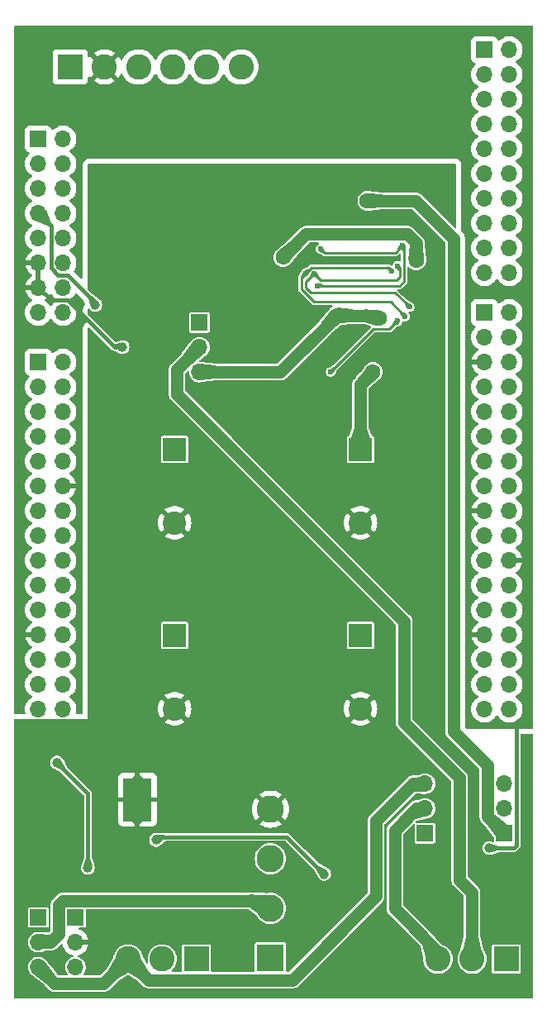
<source format=gbr>
%TF.GenerationSoftware,KiCad,Pcbnew,8.0.7*%
%TF.CreationDate,2025-01-04T12:20:45+01:00*%
%TF.ProjectId,adapater_a,61646170-6174-4657-925f-612e6b696361,1*%
%TF.SameCoordinates,Original*%
%TF.FileFunction,Copper,L2,Bot*%
%TF.FilePolarity,Positive*%
%FSLAX46Y46*%
G04 Gerber Fmt 4.6, Leading zero omitted, Abs format (unit mm)*
G04 Created by KiCad (PCBNEW 8.0.7) date 2025-01-04 12:20:45*
%MOMM*%
%LPD*%
G01*
G04 APERTURE LIST*
%TA.AperFunction,ComponentPad*%
%ADD10R,2.400000X2.400000*%
%TD*%
%TA.AperFunction,ComponentPad*%
%ADD11C,2.400000*%
%TD*%
%TA.AperFunction,ComponentPad*%
%ADD12R,1.700000X1.700000*%
%TD*%
%TA.AperFunction,ComponentPad*%
%ADD13O,1.700000X1.700000*%
%TD*%
%TA.AperFunction,ComponentPad*%
%ADD14R,2.600000X2.600000*%
%TD*%
%TA.AperFunction,ComponentPad*%
%ADD15C,2.600000*%
%TD*%
%TA.AperFunction,ComponentPad*%
%ADD16C,0.600000*%
%TD*%
%TA.AperFunction,SMDPad,CuDef*%
%ADD17R,2.950000X4.500000*%
%TD*%
%TA.AperFunction,ComponentPad*%
%ADD18R,2.800000X2.800000*%
%TD*%
%TA.AperFunction,ComponentPad*%
%ADD19C,2.800000*%
%TD*%
%TA.AperFunction,ViaPad*%
%ADD20C,1.000000*%
%TD*%
%TA.AperFunction,ViaPad*%
%ADD21C,1.600000*%
%TD*%
%TA.AperFunction,ViaPad*%
%ADD22C,0.600000*%
%TD*%
%TA.AperFunction,Conductor*%
%ADD23C,0.400000*%
%TD*%
%TA.AperFunction,Conductor*%
%ADD24C,1.300000*%
%TD*%
%TA.AperFunction,Conductor*%
%ADD25C,0.250000*%
%TD*%
G04 APERTURE END LIST*
D10*
%TO.P,C101,1*%
%TO.N,/V_zwischenkreis*%
X-43490000Y-2562220D03*
D11*
%TO.P,C101,2*%
%TO.N,GNDPWR*%
X-43490000Y-10062220D03*
%TD*%
D12*
%TO.P,J105,1,Pin_1*%
%TO.N,VDDA*%
X-11740000Y30536000D03*
D13*
%TO.P,J105,2,Pin_2*%
%TO.N,/PF13*%
X-9200000Y30536000D03*
%TO.P,J105,3,Pin_3*%
%TO.N,GNDA*%
X-11740000Y27996000D03*
%TO.P,J105,4,Pin_4*%
%TO.N,/PE9_IN2*%
X-9200000Y27996000D03*
%TO.P,J105,5,Pin_5*%
%TO.N,GND*%
X-11740000Y25456000D03*
%TO.P,J105,6,Pin_6*%
%TO.N,/PE11*%
X-9200000Y25456000D03*
%TO.P,J105,7,Pin_7*%
%TO.N,/PB1*%
X-11740000Y22916000D03*
%TO.P,J105,8,Pin_8*%
%TO.N,/PF14*%
X-9200000Y22916000D03*
%TO.P,J105,9,Pin_9*%
%TO.N,/PC2*%
X-11740000Y20376000D03*
%TO.P,J105,10,Pin_10*%
%TO.N,/PE13_IN1*%
X-9200000Y20376000D03*
%TO.P,J105,11,Pin_11*%
%TO.N,/PF4*%
X-11740000Y17836000D03*
%TO.P,J105,12,Pin_12*%
%TO.N,/PF15*%
X-9200000Y17836000D03*
%TO.P,J105,13,Pin_13*%
%TO.N,/PB6*%
X-11740000Y15296000D03*
%TO.P,J105,14,Pin_14*%
%TO.N,/PG14*%
X-9200000Y15296000D03*
%TO.P,J105,15,Pin_15*%
%TO.N,/PB2*%
X-11740000Y12756000D03*
%TO.P,J105,16,Pin_16*%
%TO.N,/PG9*%
X-9200000Y12756000D03*
%TO.P,J105,17,Pin_17*%
%TO.N,GND*%
X-11740000Y10216000D03*
%TO.P,J105,18,Pin_18*%
%TO.N,/PE8*%
X-9200000Y10216000D03*
%TO.P,J105,19,Pin_19*%
%TO.N,/PD13*%
X-11740000Y7676000D03*
%TO.P,J105,20,Pin_20*%
%TO.N,/PE7*%
X-9200000Y7676000D03*
%TO.P,J105,21,Pin_21*%
%TO.N,/PD12*%
X-11740000Y5136000D03*
%TO.P,J105,22,Pin_22*%
%TO.N,GND*%
X-9200000Y5136000D03*
%TO.P,J105,23,Pin_23*%
%TO.N,/PD11*%
X-11740000Y2596000D03*
%TO.P,J105,24,Pin_24*%
%TO.N,/PE10*%
X-9200000Y2596000D03*
%TO.P,J105,25,Pin_25*%
%TO.N,/PE2a*%
X-11740000Y56000D03*
%TO.P,J105,26,Pin_26*%
%TO.N,/PE12*%
X-9200000Y56000D03*
%TO.P,J105,27,Pin_27*%
%TO.N,GND*%
X-11740000Y-2484000D03*
%TO.P,J105,28,Pin_28*%
%TO.N,/PE14_EN*%
X-9200000Y-2484000D03*
%TO.P,J105,29,Pin_29*%
%TO.N,/PA0*%
X-11740000Y-5024000D03*
%TO.P,J105,30,Pin_30*%
%TO.N,/PE15*%
X-9200000Y-5024000D03*
%TO.P,J105,31,Pin_31*%
%TO.N,/PB0*%
X-11740000Y-7564000D03*
%TO.P,J105,32,Pin_32*%
%TO.N,/PB10*%
X-9200000Y-7564000D03*
%TO.P,J105,33,Pin_33*%
%TO.N,/PE0_LD_gr*%
X-11740000Y-10104000D03*
%TO.P,J105,34,Pin_34*%
%TO.N,/PB11*%
X-9200000Y-10104000D03*
%TD*%
D14*
%TO.P,J202,1,Pin_1*%
%TO.N,+3V3*%
X-54188000Y55682000D03*
D15*
%TO.P,J202,2,Pin_2*%
%TO.N,GND*%
X-50688000Y55682000D03*
%TO.P,J202,3,Pin_3*%
%TO.N,/TRACK_MOSI*%
X-47188000Y55682000D03*
%TO.P,J202,4,Pin_4*%
%TO.N,/TRACK_MISO*%
X-43688000Y55682000D03*
%TO.P,J202,5,Pin_5*%
%TO.N,/TRACK_CLK*%
X-40188000Y55682000D03*
%TO.P,J202,6,Pin_6*%
%TO.N,/TRACK_CS*%
X-36688000Y55682000D03*
%TD*%
D12*
%TO.P,J104,1,Pin_1*%
%TO.N,/PC6*%
X-11740000Y57460000D03*
D13*
%TO.P,J104,2,Pin_2*%
%TO.N,/PB8*%
X-9200000Y57460000D03*
%TO.P,J104,3,Pin_3*%
%TO.N,/PB15*%
X-11740000Y54920000D03*
%TO.P,J104,4,Pin_4*%
%TO.N,/PB9*%
X-9200000Y54920000D03*
%TO.P,J104,5,Pin_5*%
%TO.N,/PB13*%
X-11740000Y52380000D03*
%TO.P,J104,6,Pin_6*%
%TO.N,VDDA*%
X-9200000Y52380000D03*
%TO.P,J104,7,Pin_7*%
%TO.N,/PB12*%
X-11740000Y49840000D03*
%TO.P,J104,8,Pin_8*%
%TO.N,GNDA*%
X-9200000Y49840000D03*
%TO.P,J104,9,Pin_9*%
%TO.N,/PA15*%
X-11740000Y47300000D03*
%TO.P,J104,10,Pin_10*%
%TO.N,/PA5*%
X-9200000Y47300000D03*
%TO.P,J104,11,Pin_11*%
%TO.N,/PC7*%
X-11740000Y44760000D03*
%TO.P,J104,12,Pin_12*%
%TO.N,/PA6*%
X-9200000Y44760000D03*
%TO.P,J104,13,Pin_13*%
%TO.N,/PB5*%
X-11740000Y42220000D03*
%TO.P,J104,14,Pin_14*%
%TO.N,/PA7*%
X-9200000Y42220000D03*
%TO.P,J104,15,Pin_15*%
%TO.N,/PB3*%
X-11740000Y39680000D03*
%TO.P,J104,16,Pin_16*%
%TO.N,/PD14*%
X-9200000Y39680000D03*
%TO.P,J104,17,Pin_17*%
%TO.N,/PA4*%
X-11740000Y37140000D03*
%TO.P,J104,18,Pin_18*%
%TO.N,/PD15*%
X-9200000Y37140000D03*
%TO.P,J104,19,Pin_19*%
%TO.N,/PB4*%
X-11740000Y34600000D03*
%TO.P,J104,20,Pin_20*%
%TO.N,/PF12*%
X-9200000Y34600000D03*
%TD*%
D14*
%TO.P,J101,1,Pin_1*%
%TO.N,/V_drive*%
X-41260000Y-35705000D03*
D15*
%TO.P,J101,2,Pin_2*%
%TO.N,/GND_PWR*%
X-44760000Y-35705000D03*
%TO.P,J101,3,Pin_3*%
%TO.N,/V_switch*%
X-48260000Y-35705000D03*
%TD*%
D12*
%TO.P,J102,1,Pin_1*%
%TO.N,unconnected-(J102-Pin_1-Pad1)*%
X-57460000Y48316000D03*
D13*
%TO.P,J102,2,Pin_2*%
%TO.N,/PC8*%
X-54920000Y48316000D03*
%TO.P,J102,3,Pin_3*%
%TO.N,/IOREF*%
X-57460000Y45776000D03*
%TO.P,J102,4,Pin_4*%
%TO.N,/PC9_LD_red*%
X-54920000Y45776000D03*
%TO.P,J102,5,Pin_5*%
%TO.N,/RESET*%
X-57460000Y43236000D03*
%TO.P,J102,6,Pin_6*%
%TO.N,/TRACK_CLK*%
X-54920000Y43236000D03*
%TO.P,J102,7,Pin_7*%
%TO.N,+3V3*%
X-57460000Y40696000D03*
%TO.P,J102,8,Pin_8*%
%TO.N,/TRACK_MISO*%
X-54920000Y40696000D03*
%TO.P,J102,9,Pin_9*%
%TO.N,+5V*%
X-57460000Y38156000D03*
%TO.P,J102,10,Pin_10*%
%TO.N,/TRACK_MOSI*%
X-54920000Y38156000D03*
%TO.P,J102,11,Pin_11*%
%TO.N,GND*%
X-57460000Y35616000D03*
%TO.P,J102,12,Pin_12*%
%TO.N,/TRACK_CS*%
X-54920000Y35616000D03*
%TO.P,J102,13,Pin_13*%
%TO.N,GND*%
X-57460000Y33076000D03*
%TO.P,J102,14,Pin_14*%
%TO.N,/PG2_LD_yl*%
X-54920000Y33076000D03*
%TO.P,J102,15,Pin_15*%
%TO.N,VCC*%
X-57460000Y30536000D03*
%TO.P,J102,16,Pin_16*%
%TO.N,/PG3_LD_gr*%
X-54920000Y30536000D03*
%TD*%
D12*
%TO.P,JP103,1,A*%
%TO.N,/Driver/V_TRACK*%
X-9708000Y-22804000D03*
D13*
%TO.P,JP103,2,C*%
%TO.N,/Connector/V_drive*%
X-9708000Y-20264000D03*
%TO.P,JP103,3,B*%
%TO.N,/V_drive*%
X-9708000Y-17724000D03*
%TD*%
D12*
%TO.P,JP101,1,A*%
%TO.N,unconnected-(JP101-A-Pad1)*%
X-53650000Y-31440000D03*
D13*
%TO.P,JP101,2,C*%
%TO.N,GNDPWR*%
X-53650000Y-33980000D03*
%TO.P,JP101,3,B*%
%TO.N,/GND_PWR*%
X-53650000Y-36520000D03*
%TD*%
D12*
%TO.P,J103,1,Pin_1*%
%TO.N,/ADC_current*%
X-57460000Y25456000D03*
D13*
%TO.P,J103,2,Pin_2*%
%TO.N,/PD7*%
X-54920000Y25456000D03*
%TO.P,J103,3,Pin_3*%
%TO.N,/ADC_voltage*%
X-57460000Y22916000D03*
%TO.P,J103,4,Pin_4*%
%TO.N,/PD6*%
X-54920000Y22916000D03*
%TO.P,J103,5,Pin_5*%
%TO.N,/PC3*%
X-57460000Y20376000D03*
%TO.P,J103,6,Pin_6*%
%TO.N,/PD5*%
X-54920000Y20376000D03*
%TO.P,J103,7,Pin_7*%
%TO.N,/PF3*%
X-57460000Y17836000D03*
%TO.P,J103,8,Pin_8*%
%TO.N,/PD4*%
X-54920000Y17836000D03*
%TO.P,J103,9,Pin_9*%
%TO.N,/PF5*%
X-57460000Y15296000D03*
%TO.P,J103,10,Pin_10*%
%TO.N,/PD3*%
X-54920000Y15296000D03*
%TO.P,J103,11,Pin_11*%
%TO.N,/PF10*%
X-57460000Y12756000D03*
%TO.P,J103,12,Pin_12*%
%TO.N,GND*%
X-54920000Y12756000D03*
%TO.P,J103,13,Pin_13*%
%TO.N,unconnected-(J103-Pin_13-Pad13)*%
X-57460000Y10216000D03*
%TO.P,J103,14,Pin_14*%
%TO.N,/PE2*%
X-54920000Y10216000D03*
%TO.P,J103,15,Pin_15*%
%TO.N,unconnected-(J103-Pin_15-Pad15)*%
X-57460000Y7676000D03*
%TO.P,J103,16,Pin_16*%
%TO.N,/PE4*%
X-54920000Y7676000D03*
%TO.P,J103,17,Pin_17*%
%TO.N,/PF2*%
X-57460000Y5136000D03*
%TO.P,J103,18,Pin_18*%
%TO.N,/PE5*%
X-54920000Y5136000D03*
%TO.P,J103,19,Pin_19*%
%TO.N,/PF1*%
X-57460000Y2596000D03*
%TO.P,J103,20,Pin_20*%
%TO.N,/PE6*%
X-54920000Y2596000D03*
%TO.P,J103,21,Pin_21*%
%TO.N,/PF0*%
X-57460000Y56000D03*
%TO.P,J103,22,Pin_22*%
%TO.N,/PE3*%
X-54920000Y56000D03*
%TO.P,J103,23,Pin_23*%
%TO.N,GND*%
X-57460000Y-2484000D03*
%TO.P,J103,24,Pin_24*%
%TO.N,/PF8*%
X-54920000Y-2484000D03*
%TO.P,J103,25,Pin_25*%
%TO.N,/PD0*%
X-57460000Y-5024000D03*
%TO.P,J103,26,Pin_26*%
%TO.N,/PF7*%
X-54920000Y-5024000D03*
%TO.P,J103,27,Pin_27*%
%TO.N,/PD1*%
X-57460000Y-7564000D03*
%TO.P,J103,28,Pin_28*%
%TO.N,/PF9*%
X-54920000Y-7564000D03*
%TO.P,J103,29,Pin_29*%
%TO.N,/PG0*%
X-57460000Y-10104000D03*
%TO.P,J103,30,Pin_30*%
%TO.N,/PG1*%
X-54920000Y-10104000D03*
%TD*%
D14*
%TO.P,J201,1,Pin_1*%
%TO.N,/Connector/V_drive*%
X-9510000Y-35705000D03*
D15*
%TO.P,J201,2,Pin_2*%
%TO.N,/Connector/GND_PWR*%
X-13010000Y-35705000D03*
%TO.P,J201,3,Pin_3*%
%TO.N,/Connector/V_switch*%
X-16510000Y-35705000D03*
%TD*%
D12*
%TO.P,JP106,1,A*%
%TO.N,/Driver/GND_SENSE*%
X-40950000Y29505000D03*
D13*
%TO.P,JP106,2,C*%
%TO.N,/Connector/GND_PWR*%
X-40950000Y26965000D03*
%TO.P,JP106,3,B*%
%TO.N,/Driver/GND_TRACK*%
X-40950000Y24425000D03*
%TD*%
D10*
%TO.P,C104,1*%
%TO.N,/V_zwischenkreis*%
X-43490000Y16487780D03*
D11*
%TO.P,C104,2*%
%TO.N,GNDPWR*%
X-43490000Y8987780D03*
%TD*%
D10*
%TO.P,C103,1*%
%TO.N,/V_zwischenkreis*%
X-24440000Y16487780D03*
D11*
%TO.P,C103,2*%
%TO.N,GNDPWR*%
X-24440000Y8987780D03*
%TD*%
D10*
%TO.P,C102,1*%
%TO.N,/V_zwischenkreis*%
X-24440000Y-2562220D03*
D11*
%TO.P,C102,2*%
%TO.N,GNDPWR*%
X-24440000Y-10062220D03*
%TD*%
D16*
%TO.P,U101,9,GNDPAD*%
%TO.N,GNDPWR*%
X-46700000Y-21175000D03*
X-46700000Y-19975000D03*
X-46700000Y-18675000D03*
X-46700000Y-17575000D03*
D17*
X-47300000Y-19375000D03*
D16*
X-47900000Y-21175000D03*
X-47900000Y-19975000D03*
X-47900000Y-18675000D03*
X-47900000Y-17575000D03*
%TD*%
D12*
%TO.P,JP102,1,A*%
%TO.N,/V_drive*%
X-57460000Y-31440000D03*
D13*
%TO.P,JP102,2,C*%
%TO.N,Net-(JP102-C)*%
X-57460000Y-33980000D03*
%TO.P,JP102,3,B*%
%TO.N,/V_switch*%
X-57460000Y-36520000D03*
%TD*%
D18*
%TO.P,D101,1,+*%
%TO.N,/V_zwischenkreis*%
X-33670523Y-35590000D03*
D19*
%TO.P,D101,2*%
%TO.N,Net-(JP102-C)*%
X-33670523Y-30510000D03*
%TO.P,D101,3*%
%TO.N,/GND_PWR*%
X-33670523Y-25430000D03*
%TO.P,D101,4,-*%
%TO.N,GNDPWR*%
X-33670523Y-20350000D03*
%TD*%
D12*
%TO.P,JP105,1,A*%
%TO.N,/Driver/V_TRACK*%
X-17836000Y-22819000D03*
D13*
%TO.P,JP105,2,C*%
%TO.N,/Connector/V_switch*%
X-17836000Y-20279000D03*
%TO.P,JP105,3,B*%
%TO.N,/V_switch*%
X-17836000Y-17739000D03*
%TD*%
D20*
%TO.N,GND*%
X-48824000Y26980000D03*
X-27297500Y51110000D03*
X-11232000Y-24328000D03*
%TO.N,+3V3*%
X-51618000Y31298000D03*
%TO.N,VCC*%
X-45395000Y-23502500D03*
X-28170000Y-26995000D03*
D21*
%TO.N,GNDPWR*%
X-24969536Y25034009D03*
X-38410000Y38410000D03*
X-25075000Y40315000D03*
D22*
%TO.N,Net-(U301-ENB)*%
X-28895000Y33271075D03*
X-28528916Y37040335D03*
X-20122000Y37394000D03*
%TO.N,Net-(D301-A)*%
X-27488000Y24440000D03*
X-20630000Y29660000D03*
D21*
%TO.N,/Driver/V_TRACK*%
X-23756547Y41965000D03*
%TO.N,/Driver/GND_TRACK*%
X-22517415Y29942028D03*
X-26857453Y30210444D03*
%TO.N,/Driver/GND_SENSE*%
X-32377500Y36187500D03*
X-18725000Y35870000D03*
D20*
%TO.N,Net-(D103-K)*%
X-52380000Y-26360000D03*
X-55555000Y-15565000D03*
D21*
%TO.N,/V_zwischenkreis*%
X-23170000Y24440000D03*
D22*
%TO.N,/PE9_IN2*%
X-20661273Y35293604D03*
X-29186231Y34520238D03*
X-19420942Y31104942D03*
%TO.N,/PE13_IN1*%
X-19892916Y30127665D03*
X-21257730Y34760460D03*
X-30046551Y34543802D03*
%TD*%
D23*
%TO.N,VCC*%
X-45077500Y-23185000D02*
X-45395000Y-23502500D01*
X-31980000Y-23185000D02*
X-45077500Y-23185000D01*
X-28170000Y-26995000D02*
X-31980000Y-23185000D01*
D24*
%TO.N,/Connector/V_switch*%
X-18696000Y-20279000D02*
X-17836000Y-20279000D01*
X-20947500Y-22530500D02*
X-18696000Y-20279000D01*
X-16136000Y-35331000D02*
X-20947500Y-30519500D01*
X-20947500Y-30519500D02*
X-20947500Y-22530500D01*
%TO.N,/V_switch*%
X-19038081Y-17739000D02*
X-17836000Y-17739000D01*
X-22852500Y-21553419D02*
X-19038081Y-17739000D01*
X-22852500Y-29271977D02*
X-22852500Y-21553419D01*
X-31435523Y-37855000D02*
X-22852500Y-29271977D01*
X-46110000Y-37855000D02*
X-31435523Y-37855000D01*
X-48260000Y-35705000D02*
X-46110000Y-37855000D01*
%TO.N,/Connector/GND_PWR*%
X-13010000Y-28900000D02*
X-14280000Y-27630000D01*
X-14280000Y-17152500D02*
X-14280000Y-27630000D01*
X-13010000Y-35705000D02*
X-13010000Y-28900000D01*
X-43236000Y22154000D02*
X-19995000Y-1087000D01*
X-19995000Y-11437500D02*
X-14280000Y-17152500D01*
X-43236000Y24679000D02*
X-43236000Y22154000D01*
X-19995000Y-1087000D02*
X-19995000Y-11437500D01*
X-40950000Y26965000D02*
X-43236000Y24679000D01*
D23*
%TO.N,GND*%
X-54402233Y31786000D02*
X-49596233Y26980000D01*
X-11232000Y-24328000D02*
X-8732000Y-24328000D01*
X-56170000Y31786000D02*
X-54402233Y31786000D01*
X-49596233Y26980000D02*
X-48824000Y26980000D01*
X-8438000Y-24034000D02*
X-8438000Y-11882000D01*
X-57460000Y33076000D02*
X-56170000Y31786000D01*
X-8732000Y-24328000D02*
X-8438000Y-24034000D01*
%TO.N,+3V3*%
X-56170000Y39406000D02*
X-56170000Y35098233D01*
X-55194000Y34366000D02*
X-55154000Y34326000D01*
X-57460000Y40696000D02*
X-56170000Y39406000D01*
D25*
X-51872000Y31552000D02*
X-51618000Y31298000D01*
D23*
X-56170000Y35098233D02*
X-55437767Y34366000D01*
X-54402233Y34326000D02*
X-51618000Y31541767D01*
X-51618000Y31541767D02*
X-51618000Y31298000D01*
X-55437767Y34366000D02*
X-55194000Y34366000D01*
X-55154000Y34326000D02*
X-54402233Y34326000D01*
D24*
%TO.N,GNDPWR*%
X-25075000Y40315000D02*
X-19295334Y40315000D01*
X-23278545Y26725000D02*
X-24969536Y25034009D01*
X-16820000Y37839666D02*
X-16820000Y31449654D01*
X-21544654Y26725000D02*
X-23278545Y26725000D01*
X-16820000Y31449654D02*
X-21544654Y26725000D01*
X-19295334Y40315000D02*
X-16820000Y37839666D01*
D25*
%TO.N,Net-(U301-ENB)*%
X-20866000Y36650000D02*
X-20122000Y37394000D01*
X-19987599Y37259599D02*
X-20122000Y37394000D01*
X-20434925Y33271075D02*
X-19987599Y33718401D01*
X-28895000Y33271075D02*
X-20434925Y33271075D01*
X-28138581Y36650000D02*
X-20866000Y36650000D01*
X-19987599Y33718401D02*
X-19987599Y37259599D01*
X-28528916Y37040335D02*
X-28138581Y36650000D01*
%TO.N,Net-(D301-A)*%
X-23110972Y28817028D02*
X-21472972Y28817028D01*
X-27488000Y24440000D02*
X-23110972Y28817028D01*
X-21472972Y28817028D02*
X-20630000Y29660000D01*
D24*
%TO.N,/Driver/V_TRACK*%
X-18787500Y41965000D02*
X-23756547Y41965000D01*
X-11408000Y-21104000D02*
X-11408000Y-15897000D01*
X-11408000Y-15897000D02*
X-14915000Y-12390000D01*
X-9708000Y-22804000D02*
X-11408000Y-21104000D01*
X-14915000Y38092500D02*
X-18787500Y41965000D01*
X-14915000Y-12390000D02*
X-14915000Y38092500D01*
%TO.N,/Driver/GND_TRACK*%
X-22785831Y30210444D02*
X-22517415Y29942028D01*
X-26857453Y30210444D02*
X-22785831Y30210444D01*
X-32642897Y24425000D02*
X-40950000Y24425000D01*
X-26857453Y30210444D02*
X-32642897Y24425000D01*
%TO.N,/Driver/GND_SENSE*%
X-30021000Y38544000D02*
X-32377500Y36187500D01*
X-18725000Y37623346D02*
X-19645654Y38544000D01*
X-19645654Y38544000D02*
X-30021000Y38544000D01*
X-18725000Y35870000D02*
X-18725000Y37623346D01*
%TO.N,Net-(JP102-C)*%
X-55350000Y-30170000D02*
X-54920000Y-29740000D01*
X-34440523Y-29740000D02*
X-33670523Y-30510000D01*
X-55350000Y-33140000D02*
X-55350000Y-30170000D01*
X-57460000Y-33980000D02*
X-56190000Y-33980000D01*
X-54920000Y-29740000D02*
X-34440523Y-29740000D01*
X-56190000Y-33980000D02*
X-55350000Y-33140000D01*
%TO.N,/V_switch*%
X-57460000Y-36520000D02*
X-55760000Y-38220000D01*
X-50775000Y-38220000D02*
X-48260000Y-35705000D01*
X-55760000Y-38220000D02*
X-50775000Y-38220000D01*
D23*
%TO.N,Net-(D103-K)*%
X-55555000Y-15565000D02*
X-52380000Y-18740000D01*
X-52380000Y-18740000D02*
X-52380000Y-26360000D01*
D24*
%TO.N,/V_zwischenkreis*%
X-24440000Y23170000D02*
X-23170000Y24440000D01*
X-24440000Y16487780D02*
X-24440000Y23170000D01*
D25*
%TO.N,/PE9_IN2*%
X-29535197Y32583197D02*
X-20899197Y32583197D01*
X-29186231Y34520238D02*
X-30028000Y33678469D01*
X-20661273Y35293604D02*
X-20437599Y35069930D01*
X-28503993Y33838000D02*
X-29186231Y34520238D01*
X-20757000Y33838000D02*
X-28503993Y33838000D01*
X-30028000Y33678469D02*
X-30028000Y33076000D01*
X-30028000Y33076000D02*
X-29535197Y32583197D01*
X-20437599Y35069930D02*
X-20437599Y34157401D01*
X-20899197Y32583197D02*
X-19420942Y31104942D01*
X-20437599Y34157401D02*
X-20757000Y33838000D01*
%TO.N,/PE13_IN1*%
X-29445115Y35145238D02*
X-21642508Y35145238D01*
X-30046551Y34543802D02*
X-29445115Y35145238D01*
X-30478000Y34112353D02*
X-30478000Y32889604D01*
X-21375251Y31610000D02*
X-19892916Y30127665D01*
X-30478000Y32889604D02*
X-29198396Y31610000D01*
X-21642508Y35145238D02*
X-21257730Y34760460D01*
X-30046551Y34543802D02*
X-30478000Y34112353D01*
X-29198396Y31610000D02*
X-21375251Y31610000D01*
%TD*%
%TA.AperFunction,Conductor*%
%TO.N,GND*%
G36*
X-6804461Y59904815D02*
G01*
X-6758706Y59852011D01*
X-6747500Y59800500D01*
X-6747500Y-12006500D01*
X-6767185Y-12073539D01*
X-6819989Y-12119294D01*
X-6871500Y-12130500D01*
X-7938508Y-12130500D01*
X-8003535Y-12135618D01*
X-8013263Y-12136000D01*
X-8890377Y-12136000D01*
X-8908023Y-12134738D01*
X-8937499Y-12130500D01*
X-8937500Y-12130500D01*
X-13219203Y-12130500D01*
X-13250041Y-12134149D01*
X-13258417Y-12135141D01*
X-13272990Y-12136000D01*
X-13479272Y-12136000D01*
X-13546311Y-12116315D01*
X-13566953Y-12099681D01*
X-13720181Y-11946453D01*
X-13753666Y-11885130D01*
X-13756500Y-11858772D01*
X-13756500Y27996006D01*
X-13103156Y27996006D01*
X-13103156Y27995995D01*
X-13084566Y27771641D01*
X-13084564Y27771629D01*
X-13029297Y27553386D01*
X-12938860Y27347208D01*
X-12815724Y27158735D01*
X-12815716Y27158724D01*
X-12686425Y27018279D01*
X-12663240Y26993094D01*
X-12485576Y26854811D01*
X-12449070Y26835055D01*
X-12442305Y26831394D01*
X-12392714Y26782175D01*
X-12377606Y26713958D01*
X-12401776Y26648403D01*
X-12430198Y26620764D01*
X-12611078Y26494110D01*
X-12611080Y26494109D01*
X-12778109Y26327080D01*
X-12778114Y26327074D01*
X-12913600Y26133580D01*
X-12913601Y26133578D01*
X-13013430Y25919493D01*
X-13013433Y25919487D01*
X-13070636Y25706001D01*
X-13070636Y25706000D01*
X-12173012Y25706000D01*
X-12205925Y25648993D01*
X-12240000Y25521826D01*
X-12240000Y25390174D01*
X-12205925Y25263007D01*
X-12173012Y25206000D01*
X-13070636Y25206000D01*
X-13013433Y24992514D01*
X-13013430Y24992508D01*
X-12913601Y24778422D01*
X-12778106Y24584918D01*
X-12611083Y24417895D01*
X-12430198Y24291237D01*
X-12386573Y24236660D01*
X-12379381Y24167161D01*
X-12410903Y24104807D01*
X-12442303Y24080608D01*
X-12485573Y24057191D01*
X-12485578Y24057188D01*
X-12663239Y23918908D01*
X-12663244Y23918903D01*
X-12815716Y23753277D01*
X-12815724Y23753266D01*
X-12938860Y23564793D01*
X-13029297Y23358615D01*
X-13084564Y23140372D01*
X-13084566Y23140360D01*
X-13103156Y22916006D01*
X-13103156Y22915995D01*
X-13084566Y22691641D01*
X-13084564Y22691629D01*
X-13029297Y22473386D01*
X-12938860Y22267208D01*
X-12815724Y22078735D01*
X-12815716Y22078724D01*
X-12663244Y21913098D01*
X-12663240Y21913094D01*
X-12485576Y21774811D01*
X-12485571Y21774809D01*
X-12485569Y21774807D01*
X-12449070Y21755054D01*
X-12399480Y21705835D01*
X-12384372Y21637618D01*
X-12408543Y21572063D01*
X-12449070Y21536946D01*
X-12485569Y21517194D01*
X-12485578Y21517188D01*
X-12663239Y21378908D01*
X-12663244Y21378903D01*
X-12815716Y21213277D01*
X-12815724Y21213266D01*
X-12938860Y21024793D01*
X-13029297Y20818615D01*
X-13084564Y20600372D01*
X-13084566Y20600360D01*
X-13103156Y20376006D01*
X-13103156Y20375995D01*
X-13084566Y20151641D01*
X-13084564Y20151629D01*
X-13029297Y19933386D01*
X-12938860Y19727208D01*
X-12815724Y19538735D01*
X-12815716Y19538724D01*
X-12663244Y19373098D01*
X-12663240Y19373094D01*
X-12485576Y19234811D01*
X-12485571Y19234809D01*
X-12485569Y19234807D01*
X-12449070Y19215054D01*
X-12399480Y19165835D01*
X-12384372Y19097618D01*
X-12408543Y19032063D01*
X-12449070Y18996946D01*
X-12485569Y18977194D01*
X-12485578Y18977188D01*
X-12663239Y18838908D01*
X-12663244Y18838903D01*
X-12815716Y18673277D01*
X-12815724Y18673266D01*
X-12938860Y18484793D01*
X-13029297Y18278615D01*
X-13084564Y18060372D01*
X-13084566Y18060360D01*
X-13103156Y17836006D01*
X-13103156Y17835995D01*
X-13084566Y17611641D01*
X-13084564Y17611629D01*
X-13029297Y17393386D01*
X-12938860Y17187208D01*
X-12815724Y16998735D01*
X-12815716Y16998724D01*
X-12663244Y16833098D01*
X-12663240Y16833094D01*
X-12485576Y16694811D01*
X-12485571Y16694809D01*
X-12485569Y16694807D01*
X-12449070Y16675054D01*
X-12399480Y16625835D01*
X-12384372Y16557618D01*
X-12408543Y16492063D01*
X-12449070Y16456946D01*
X-12485569Y16437194D01*
X-12485578Y16437188D01*
X-12663239Y16298908D01*
X-12663244Y16298903D01*
X-12815716Y16133277D01*
X-12815724Y16133266D01*
X-12938860Y15944793D01*
X-13029297Y15738615D01*
X-13084564Y15520372D01*
X-13084566Y15520360D01*
X-13103156Y15296006D01*
X-13103156Y15295995D01*
X-13084566Y15071641D01*
X-13084564Y15071629D01*
X-13029297Y14853386D01*
X-12938860Y14647208D01*
X-12815724Y14458735D01*
X-12815716Y14458724D01*
X-12663244Y14293098D01*
X-12663240Y14293094D01*
X-12485576Y14154811D01*
X-12485571Y14154809D01*
X-12485569Y14154807D01*
X-12449070Y14135054D01*
X-12399480Y14085835D01*
X-12384372Y14017618D01*
X-12408543Y13952063D01*
X-12449070Y13916946D01*
X-12485569Y13897194D01*
X-12485578Y13897188D01*
X-12663239Y13758908D01*
X-12663244Y13758903D01*
X-12815716Y13593277D01*
X-12815724Y13593266D01*
X-12938860Y13404793D01*
X-13029297Y13198615D01*
X-13084564Y12980372D01*
X-13084566Y12980360D01*
X-13103156Y12756006D01*
X-13103156Y12755995D01*
X-13084566Y12531641D01*
X-13084564Y12531629D01*
X-13029297Y12313386D01*
X-12938860Y12107208D01*
X-12815724Y11918735D01*
X-12815716Y11918724D01*
X-12663244Y11753098D01*
X-12663240Y11753094D01*
X-12485576Y11614811D01*
X-12449070Y11595055D01*
X-12442305Y11591394D01*
X-12392714Y11542175D01*
X-12377606Y11473958D01*
X-12401776Y11408403D01*
X-12430198Y11380764D01*
X-12611078Y11254110D01*
X-12611080Y11254109D01*
X-12778109Y11087080D01*
X-12778114Y11087074D01*
X-12913600Y10893580D01*
X-12913601Y10893578D01*
X-13013430Y10679493D01*
X-13013433Y10679487D01*
X-13070636Y10466001D01*
X-13070636Y10466000D01*
X-12173012Y10466000D01*
X-12205925Y10408993D01*
X-12240000Y10281826D01*
X-12240000Y10150174D01*
X-12205925Y10023007D01*
X-12173012Y9966000D01*
X-13070636Y9966000D01*
X-13013433Y9752514D01*
X-13013430Y9752508D01*
X-12913601Y9538422D01*
X-12778106Y9344918D01*
X-12611083Y9177895D01*
X-12430198Y9051237D01*
X-12386573Y8996660D01*
X-12379381Y8927161D01*
X-12410903Y8864807D01*
X-12442303Y8840608D01*
X-12485573Y8817191D01*
X-12485578Y8817188D01*
X-12663239Y8678908D01*
X-12663244Y8678903D01*
X-12815716Y8513277D01*
X-12815724Y8513266D01*
X-12938860Y8324793D01*
X-13029297Y8118615D01*
X-13084564Y7900372D01*
X-13084566Y7900360D01*
X-13103156Y7676006D01*
X-13103156Y7675995D01*
X-13084566Y7451641D01*
X-13084564Y7451629D01*
X-13029297Y7233386D01*
X-12938860Y7027208D01*
X-12815724Y6838735D01*
X-12815716Y6838724D01*
X-12663244Y6673098D01*
X-12663240Y6673094D01*
X-12485576Y6534811D01*
X-12485571Y6534809D01*
X-12485569Y6534807D01*
X-12449070Y6515054D01*
X-12399480Y6465835D01*
X-12384372Y6397618D01*
X-12408543Y6332063D01*
X-12449070Y6296946D01*
X-12485569Y6277194D01*
X-12485578Y6277188D01*
X-12663239Y6138908D01*
X-12663244Y6138903D01*
X-12815716Y5973277D01*
X-12815724Y5973266D01*
X-12938860Y5784793D01*
X-13029297Y5578615D01*
X-13084564Y5360372D01*
X-13084566Y5360360D01*
X-13103156Y5136006D01*
X-13103156Y5135995D01*
X-13084566Y4911641D01*
X-13084564Y4911629D01*
X-13029297Y4693386D01*
X-12938860Y4487208D01*
X-12815724Y4298735D01*
X-12815716Y4298724D01*
X-12663244Y4133098D01*
X-12663240Y4133094D01*
X-12485576Y3994811D01*
X-12485571Y3994809D01*
X-12485569Y3994807D01*
X-12449070Y3975054D01*
X-12399480Y3925835D01*
X-12384372Y3857618D01*
X-12408543Y3792063D01*
X-12449070Y3756946D01*
X-12485569Y3737194D01*
X-12485578Y3737188D01*
X-12663239Y3598908D01*
X-12663244Y3598903D01*
X-12815716Y3433277D01*
X-12815724Y3433266D01*
X-12938860Y3244793D01*
X-13029297Y3038615D01*
X-13084564Y2820372D01*
X-13084566Y2820360D01*
X-13103156Y2596006D01*
X-13103156Y2595995D01*
X-13084566Y2371641D01*
X-13084564Y2371629D01*
X-13029297Y2153386D01*
X-12938860Y1947208D01*
X-12815724Y1758735D01*
X-12815716Y1758724D01*
X-12663244Y1593098D01*
X-12663240Y1593094D01*
X-12485576Y1454811D01*
X-12485571Y1454809D01*
X-12485569Y1454807D01*
X-12449070Y1435054D01*
X-12399480Y1385835D01*
X-12384372Y1317618D01*
X-12408543Y1252063D01*
X-12449070Y1216946D01*
X-12485569Y1197194D01*
X-12485578Y1197188D01*
X-12663239Y1058908D01*
X-12663244Y1058903D01*
X-12815716Y893277D01*
X-12815724Y893266D01*
X-12938860Y704793D01*
X-13029297Y498615D01*
X-13084564Y280372D01*
X-13084566Y280360D01*
X-13103156Y56006D01*
X-13103156Y55995D01*
X-13084566Y-168359D01*
X-13084564Y-168371D01*
X-13029297Y-386614D01*
X-12938860Y-592792D01*
X-12815724Y-781265D01*
X-12815716Y-781276D01*
X-12663244Y-946902D01*
X-12663240Y-946906D01*
X-12485576Y-1085189D01*
X-12449070Y-1104945D01*
X-12442305Y-1108606D01*
X-12392714Y-1157825D01*
X-12377606Y-1226042D01*
X-12401776Y-1291597D01*
X-12430198Y-1319236D01*
X-12611078Y-1445890D01*
X-12611080Y-1445891D01*
X-12778109Y-1612920D01*
X-12778114Y-1612926D01*
X-12913600Y-1806420D01*
X-12913601Y-1806422D01*
X-13013430Y-2020507D01*
X-13013433Y-2020513D01*
X-13070636Y-2233999D01*
X-13070636Y-2234000D01*
X-12173012Y-2234000D01*
X-12205925Y-2291007D01*
X-12240000Y-2418174D01*
X-12240000Y-2549826D01*
X-12205925Y-2676993D01*
X-12173012Y-2734000D01*
X-13070636Y-2734000D01*
X-13013433Y-2947486D01*
X-13013430Y-2947492D01*
X-12913601Y-3161578D01*
X-12778106Y-3355082D01*
X-12611083Y-3522105D01*
X-12430198Y-3648763D01*
X-12386573Y-3703340D01*
X-12379381Y-3772839D01*
X-12410903Y-3835193D01*
X-12442303Y-3859392D01*
X-12485573Y-3882809D01*
X-12485578Y-3882812D01*
X-12663239Y-4021092D01*
X-12663244Y-4021097D01*
X-12815716Y-4186723D01*
X-12815724Y-4186734D01*
X-12938860Y-4375207D01*
X-13029297Y-4581385D01*
X-13084564Y-4799628D01*
X-13084566Y-4799640D01*
X-13103156Y-5023994D01*
X-13103156Y-5024005D01*
X-13084566Y-5248359D01*
X-13084564Y-5248371D01*
X-13029297Y-5466614D01*
X-12938860Y-5672792D01*
X-12815724Y-5861265D01*
X-12815716Y-5861276D01*
X-12663244Y-6026902D01*
X-12663240Y-6026906D01*
X-12485576Y-6165189D01*
X-12485571Y-6165191D01*
X-12485569Y-6165193D01*
X-12449070Y-6184946D01*
X-12399480Y-6234165D01*
X-12384372Y-6302382D01*
X-12408543Y-6367937D01*
X-12449070Y-6403054D01*
X-12485569Y-6422806D01*
X-12485578Y-6422812D01*
X-12663239Y-6561092D01*
X-12663244Y-6561097D01*
X-12815716Y-6726723D01*
X-12815724Y-6726734D01*
X-12938860Y-6915207D01*
X-13029297Y-7121385D01*
X-13084564Y-7339628D01*
X-13084566Y-7339640D01*
X-13103156Y-7563994D01*
X-13103156Y-7564005D01*
X-13084566Y-7788359D01*
X-13084564Y-7788371D01*
X-13029297Y-8006614D01*
X-12938860Y-8212792D01*
X-12815724Y-8401265D01*
X-12815716Y-8401276D01*
X-12663244Y-8566902D01*
X-12663240Y-8566906D01*
X-12485576Y-8705189D01*
X-12485571Y-8705191D01*
X-12485569Y-8705193D01*
X-12449070Y-8724946D01*
X-12399480Y-8774165D01*
X-12384372Y-8842382D01*
X-12408543Y-8907937D01*
X-12449070Y-8943054D01*
X-12485569Y-8962806D01*
X-12485578Y-8962812D01*
X-12663239Y-9101092D01*
X-12663244Y-9101097D01*
X-12815716Y-9266723D01*
X-12815724Y-9266734D01*
X-12938860Y-9455207D01*
X-13029297Y-9661385D01*
X-13084564Y-9879628D01*
X-13084566Y-9879640D01*
X-13103156Y-10103994D01*
X-13103156Y-10104005D01*
X-13084566Y-10328359D01*
X-13084564Y-10328371D01*
X-13029297Y-10546614D01*
X-12938860Y-10752792D01*
X-12815724Y-10941265D01*
X-12815716Y-10941276D01*
X-12693229Y-11074330D01*
X-12663240Y-11106906D01*
X-12485576Y-11245189D01*
X-12485575Y-11245189D01*
X-12485573Y-11245191D01*
X-12483370Y-11246383D01*
X-12287574Y-11352342D01*
X-12074635Y-11425444D01*
X-11852569Y-11462500D01*
X-11627431Y-11462500D01*
X-11405365Y-11425444D01*
X-11192426Y-11352342D01*
X-10994424Y-11245189D01*
X-10816760Y-11106906D01*
X-10664278Y-10941268D01*
X-10573807Y-10802790D01*
X-10520662Y-10757437D01*
X-10451431Y-10748013D01*
X-10388095Y-10777515D01*
X-10366196Y-10802787D01*
X-10275722Y-10941268D01*
X-10275717Y-10941273D01*
X-10275716Y-10941276D01*
X-10153229Y-11074330D01*
X-10123240Y-11106906D01*
X-9945576Y-11245189D01*
X-9945575Y-11245189D01*
X-9945573Y-11245191D01*
X-9943370Y-11246383D01*
X-9747574Y-11352342D01*
X-9534635Y-11425444D01*
X-9312569Y-11462500D01*
X-9087431Y-11462500D01*
X-8865365Y-11425444D01*
X-8652426Y-11352342D01*
X-8454424Y-11245189D01*
X-8276760Y-11106906D01*
X-8124278Y-10941268D01*
X-8001140Y-10752791D01*
X-7910704Y-10546616D01*
X-7855436Y-10328368D01*
X-7836844Y-10104000D01*
X-7855436Y-9879632D01*
X-7910704Y-9661384D01*
X-8001140Y-9455209D01*
X-8017294Y-9430484D01*
X-8124277Y-9266734D01*
X-8124285Y-9266723D01*
X-8276757Y-9101097D01*
X-8276762Y-9101092D01*
X-8454423Y-8962812D01*
X-8454422Y-8962812D01*
X-8454424Y-8962811D01*
X-8490930Y-8943055D01*
X-8540521Y-8893836D01*
X-8555629Y-8825619D01*
X-8531459Y-8760064D01*
X-8490930Y-8724945D01*
X-8490916Y-8724936D01*
X-8454424Y-8705189D01*
X-8276760Y-8566906D01*
X-8124278Y-8401268D01*
X-8001140Y-8212791D01*
X-7910704Y-8006616D01*
X-7855436Y-7788368D01*
X-7836844Y-7564000D01*
X-7855436Y-7339632D01*
X-7910704Y-7121384D01*
X-8001140Y-6915209D01*
X-8017294Y-6890484D01*
X-8124277Y-6726734D01*
X-8124285Y-6726723D01*
X-8276757Y-6561097D01*
X-8276762Y-6561092D01*
X-8454423Y-6422812D01*
X-8454422Y-6422812D01*
X-8454424Y-6422811D01*
X-8490930Y-6403055D01*
X-8540521Y-6353836D01*
X-8555629Y-6285619D01*
X-8531459Y-6220064D01*
X-8490930Y-6184945D01*
X-8490916Y-6184936D01*
X-8454424Y-6165189D01*
X-8276760Y-6026906D01*
X-8124278Y-5861268D01*
X-8001140Y-5672791D01*
X-7910704Y-5466616D01*
X-7855436Y-5248368D01*
X-7836844Y-5024000D01*
X-7855436Y-4799632D01*
X-7910704Y-4581384D01*
X-8001140Y-4375209D01*
X-8017294Y-4350484D01*
X-8124277Y-4186734D01*
X-8124285Y-4186723D01*
X-8276757Y-4021097D01*
X-8276762Y-4021092D01*
X-8454423Y-3882812D01*
X-8454422Y-3882812D01*
X-8454424Y-3882811D01*
X-8490930Y-3863055D01*
X-8540521Y-3813836D01*
X-8555629Y-3745619D01*
X-8531459Y-3680064D01*
X-8490930Y-3644945D01*
X-8490916Y-3644936D01*
X-8454424Y-3625189D01*
X-8276760Y-3486906D01*
X-8124278Y-3321268D01*
X-8001140Y-3132791D01*
X-7910704Y-2926616D01*
X-7855436Y-2708368D01*
X-7847285Y-2610000D01*
X-7836844Y-2484005D01*
X-7836844Y-2483994D01*
X-7855435Y-2259640D01*
X-7855437Y-2259628D01*
X-7910704Y-2041385D01*
X-7919862Y-2020507D01*
X-8001140Y-1835209D01*
X-8124278Y-1646732D01*
X-8124281Y-1646729D01*
X-8124285Y-1646723D01*
X-8276757Y-1481097D01*
X-8276762Y-1481092D01*
X-8454423Y-1342812D01*
X-8454422Y-1342812D01*
X-8454424Y-1342811D01*
X-8490930Y-1323055D01*
X-8540521Y-1273836D01*
X-8555629Y-1205619D01*
X-8531459Y-1140064D01*
X-8490930Y-1104945D01*
X-8490916Y-1104936D01*
X-8454424Y-1085189D01*
X-8276760Y-946906D01*
X-8124278Y-781268D01*
X-8001140Y-592791D01*
X-7910704Y-386616D01*
X-7855436Y-168368D01*
X-7836844Y56000D01*
X-7855436Y280368D01*
X-7910704Y498616D01*
X-8001140Y704791D01*
X-8017294Y729516D01*
X-8124277Y893266D01*
X-8124285Y893277D01*
X-8276757Y1058903D01*
X-8276762Y1058908D01*
X-8454423Y1197188D01*
X-8454422Y1197188D01*
X-8454424Y1197189D01*
X-8490930Y1216945D01*
X-8540521Y1266164D01*
X-8555629Y1334381D01*
X-8531459Y1399936D01*
X-8490930Y1435055D01*
X-8490916Y1435064D01*
X-8454424Y1454811D01*
X-8276760Y1593094D01*
X-8124278Y1758732D01*
X-8001140Y1947209D01*
X-7910704Y2153384D01*
X-7855436Y2371632D01*
X-7836844Y2596000D01*
X-7855436Y2820368D01*
X-7910704Y3038616D01*
X-8001140Y3244791D01*
X-8017294Y3269516D01*
X-8124277Y3433266D01*
X-8124285Y3433277D01*
X-8276757Y3598903D01*
X-8276762Y3598908D01*
X-8454423Y3737188D01*
X-8454423Y3737189D01*
X-8497697Y3760607D01*
X-8547287Y3809827D01*
X-8562395Y3878043D01*
X-8538225Y3943599D01*
X-8509802Y3971237D01*
X-8328921Y4097892D01*
X-8161895Y4264918D01*
X-8026400Y4458422D01*
X-7926571Y4672508D01*
X-7926568Y4672514D01*
X-7869364Y4886000D01*
X-8766988Y4886000D01*
X-8734075Y4943007D01*
X-8700000Y5070174D01*
X-8700000Y5201826D01*
X-8734075Y5328993D01*
X-8766988Y5386000D01*
X-7869364Y5386000D01*
X-7869365Y5386001D01*
X-7926568Y5599487D01*
X-7926571Y5599493D01*
X-8026400Y5813578D01*
X-8026401Y5813580D01*
X-8161887Y6007074D01*
X-8161892Y6007080D01*
X-8328918Y6174106D01*
X-8509803Y6300764D01*
X-8553428Y6355341D01*
X-8560620Y6424840D01*
X-8529098Y6487194D01*
X-8497700Y6511392D01*
X-8454424Y6534811D01*
X-8276760Y6673094D01*
X-8124278Y6838732D01*
X-8001140Y7027209D01*
X-7910704Y7233384D01*
X-7855436Y7451632D01*
X-7836844Y7676000D01*
X-7847419Y7803617D01*
X-7855435Y7900360D01*
X-7855437Y7900372D01*
X-7910704Y8118615D01*
X-8001141Y8324793D01*
X-8124277Y8513266D01*
X-8124285Y8513277D01*
X-8276757Y8678903D01*
X-8276762Y8678908D01*
X-8454423Y8817188D01*
X-8454422Y8817188D01*
X-8454424Y8817189D01*
X-8490930Y8836945D01*
X-8540521Y8886164D01*
X-8555629Y8954381D01*
X-8531459Y9019936D01*
X-8490930Y9055055D01*
X-8490916Y9055064D01*
X-8454424Y9074811D01*
X-8276760Y9213094D01*
X-8124278Y9378732D01*
X-8001140Y9567209D01*
X-7910704Y9773384D01*
X-7855436Y9991632D01*
X-7847285Y10090000D01*
X-7836844Y10215995D01*
X-7836844Y10216006D01*
X-7855435Y10440360D01*
X-7855437Y10440372D01*
X-7910704Y10658615D01*
X-7919862Y10679493D01*
X-8001140Y10864791D01*
X-8017294Y10889516D01*
X-8124277Y11053266D01*
X-8124285Y11053277D01*
X-8276757Y11218903D01*
X-8276762Y11218908D01*
X-8454423Y11357188D01*
X-8454422Y11357188D01*
X-8454424Y11357189D01*
X-8490930Y11376945D01*
X-8540521Y11426164D01*
X-8555629Y11494381D01*
X-8531459Y11559936D01*
X-8490930Y11595055D01*
X-8490916Y11595064D01*
X-8454424Y11614811D01*
X-8276760Y11753094D01*
X-8155406Y11884918D01*
X-8124285Y11918724D01*
X-8124283Y11918727D01*
X-8124278Y11918732D01*
X-8001140Y12107209D01*
X-7910704Y12313384D01*
X-7855436Y12531632D01*
X-7847285Y12630000D01*
X-7836844Y12755995D01*
X-7836844Y12756006D01*
X-7855435Y12980360D01*
X-7855437Y12980372D01*
X-7910704Y13198615D01*
X-7919862Y13219493D01*
X-8001140Y13404791D01*
X-8017294Y13429516D01*
X-8124277Y13593266D01*
X-8124285Y13593277D01*
X-8276757Y13758903D01*
X-8276762Y13758908D01*
X-8454423Y13897188D01*
X-8454422Y13897188D01*
X-8454424Y13897189D01*
X-8490930Y13916945D01*
X-8540521Y13966164D01*
X-8555629Y14034381D01*
X-8531459Y14099936D01*
X-8490930Y14135055D01*
X-8490916Y14135064D01*
X-8454424Y14154811D01*
X-8276760Y14293094D01*
X-8124278Y14458732D01*
X-8001140Y14647209D01*
X-7910704Y14853384D01*
X-7855436Y15071632D01*
X-7836844Y15296000D01*
X-7855436Y15520368D01*
X-7910704Y15738616D01*
X-8001140Y15944791D01*
X-8017294Y15969516D01*
X-8124277Y16133266D01*
X-8124285Y16133277D01*
X-8276757Y16298903D01*
X-8276762Y16298908D01*
X-8454423Y16437188D01*
X-8454422Y16437188D01*
X-8454424Y16437189D01*
X-8490930Y16456945D01*
X-8540521Y16506164D01*
X-8555629Y16574381D01*
X-8531459Y16639936D01*
X-8490930Y16675055D01*
X-8490916Y16675064D01*
X-8454424Y16694811D01*
X-8276760Y16833094D01*
X-8124278Y16998732D01*
X-8001140Y17187209D01*
X-7910704Y17393384D01*
X-7855436Y17611632D01*
X-7836844Y17836000D01*
X-7855436Y18060368D01*
X-7910704Y18278616D01*
X-8001140Y18484791D01*
X-8017294Y18509516D01*
X-8124277Y18673266D01*
X-8124285Y18673277D01*
X-8276757Y18838903D01*
X-8276762Y18838908D01*
X-8454423Y18977188D01*
X-8454422Y18977188D01*
X-8454424Y18977189D01*
X-8490930Y18996945D01*
X-8540521Y19046164D01*
X-8555629Y19114381D01*
X-8531459Y19179936D01*
X-8490930Y19215055D01*
X-8490916Y19215064D01*
X-8454424Y19234811D01*
X-8276760Y19373094D01*
X-8124278Y19538732D01*
X-8001140Y19727209D01*
X-7910704Y19933384D01*
X-7855436Y20151632D01*
X-7836844Y20376000D01*
X-7855436Y20600368D01*
X-7910704Y20818616D01*
X-8001140Y21024791D01*
X-8017294Y21049516D01*
X-8124277Y21213266D01*
X-8124285Y21213277D01*
X-8276757Y21378903D01*
X-8276762Y21378908D01*
X-8454423Y21517188D01*
X-8454422Y21517188D01*
X-8454424Y21517189D01*
X-8490930Y21536945D01*
X-8540521Y21586164D01*
X-8555629Y21654381D01*
X-8531459Y21719936D01*
X-8490930Y21755055D01*
X-8490916Y21755064D01*
X-8454424Y21774811D01*
X-8276760Y21913094D01*
X-8124278Y22078732D01*
X-8001140Y22267209D01*
X-7910704Y22473384D01*
X-7855436Y22691632D01*
X-7836844Y22916000D01*
X-7855436Y23140368D01*
X-7910704Y23358616D01*
X-8001140Y23564791D01*
X-8017294Y23589516D01*
X-8124277Y23753266D01*
X-8124285Y23753277D01*
X-8276757Y23918903D01*
X-8276762Y23918908D01*
X-8454423Y24057188D01*
X-8454422Y24057188D01*
X-8454424Y24057189D01*
X-8490930Y24076945D01*
X-8540521Y24126164D01*
X-8555629Y24194381D01*
X-8531459Y24259936D01*
X-8490930Y24295055D01*
X-8490916Y24295064D01*
X-8454424Y24314811D01*
X-8276760Y24453094D01*
X-8124278Y24618732D01*
X-8001140Y24807209D01*
X-7910704Y25013384D01*
X-7855436Y25231632D01*
X-7847285Y25330000D01*
X-7836844Y25455995D01*
X-7836844Y25456006D01*
X-7855435Y25680360D01*
X-7855437Y25680372D01*
X-7910704Y25898615D01*
X-7919862Y25919493D01*
X-8001140Y26104791D01*
X-8124278Y26293268D01*
X-8124281Y26293271D01*
X-8124285Y26293277D01*
X-8276757Y26458903D01*
X-8276762Y26458908D01*
X-8454423Y26597188D01*
X-8454422Y26597188D01*
X-8454424Y26597189D01*
X-8490930Y26616945D01*
X-8540521Y26666164D01*
X-8555629Y26734381D01*
X-8531459Y26799936D01*
X-8490930Y26835055D01*
X-8490916Y26835064D01*
X-8454424Y26854811D01*
X-8276760Y26993094D01*
X-8146098Y27135029D01*
X-8124285Y27158724D01*
X-8124283Y27158727D01*
X-8124278Y27158732D01*
X-8001140Y27347209D01*
X-7910704Y27553384D01*
X-7855436Y27771632D01*
X-7836844Y27996000D01*
X-7855436Y28220368D01*
X-7910704Y28438616D01*
X-8001140Y28644791D01*
X-8017294Y28669516D01*
X-8124277Y28833266D01*
X-8124285Y28833277D01*
X-8276757Y28998903D01*
X-8276762Y28998908D01*
X-8454423Y29137188D01*
X-8454422Y29137188D01*
X-8454424Y29137189D01*
X-8490930Y29156945D01*
X-8540521Y29206164D01*
X-8555629Y29274381D01*
X-8531459Y29339936D01*
X-8490930Y29375055D01*
X-8490916Y29375064D01*
X-8454424Y29394811D01*
X-8276760Y29533094D01*
X-8124278Y29698732D01*
X-8001140Y29887209D01*
X-7910704Y30093384D01*
X-7855436Y30311632D01*
X-7855125Y30315387D01*
X-7836844Y30535995D01*
X-7836844Y30536006D01*
X-7855435Y30760360D01*
X-7855437Y30760372D01*
X-7910704Y30978615D01*
X-7918232Y30995777D01*
X-8001140Y31184791D01*
X-8017294Y31209516D01*
X-8124277Y31373266D01*
X-8124285Y31373277D01*
X-8276757Y31538903D01*
X-8276762Y31538908D01*
X-8396629Y31632205D01*
X-8454424Y31677189D01*
X-8454425Y31677190D01*
X-8454428Y31677192D01*
X-8652420Y31784339D01*
X-8652423Y31784341D01*
X-8652426Y31784342D01*
X-8652429Y31784343D01*
X-8652431Y31784344D01*
X-8865363Y31857444D01*
X-9087431Y31894500D01*
X-9312569Y31894500D01*
X-9534638Y31857444D01*
X-9747570Y31784344D01*
X-9747581Y31784339D01*
X-9945573Y31677192D01*
X-9945578Y31677188D01*
X-10123239Y31538908D01*
X-10186452Y31470240D01*
X-10246339Y31434250D01*
X-10316177Y31436351D01*
X-10373793Y31475876D01*
X-10393862Y31510890D01*
X-10439111Y31632204D01*
X-10439112Y31632205D01*
X-10526739Y31749261D01*
X-10643796Y31836889D01*
X-10780797Y31887989D01*
X-10841346Y31894500D01*
X-10841362Y31894500D01*
X-12638638Y31894500D01*
X-12638655Y31894500D01*
X-12699203Y31887989D01*
X-12699205Y31887989D01*
X-12836205Y31836889D01*
X-12953261Y31749261D01*
X-13040889Y31632205D01*
X-13091989Y31495205D01*
X-13091989Y31495203D01*
X-13098500Y31434655D01*
X-13098500Y29637346D01*
X-13091989Y29576798D01*
X-13091989Y29576796D01*
X-13051390Y29467950D01*
X-13040889Y29439796D01*
X-12953261Y29322739D01*
X-12836204Y29235111D01*
X-12784263Y29215738D01*
X-12718405Y29191173D01*
X-12662472Y29149301D01*
X-12638056Y29083837D01*
X-12652908Y29015564D01*
X-12670510Y28991009D01*
X-12815721Y28833270D01*
X-12815724Y28833266D01*
X-12938860Y28644793D01*
X-13029297Y28438615D01*
X-13084564Y28220372D01*
X-13084566Y28220360D01*
X-13103156Y27996006D01*
X-13756500Y27996006D01*
X-13756500Y38183682D01*
X-13785026Y38363784D01*
X-13811172Y38444250D01*
X-13841376Y38537210D01*
X-13841378Y38537213D01*
X-13841378Y38537215D01*
X-13885050Y38622925D01*
X-13924162Y38699686D01*
X-14031346Y38847212D01*
X-14137398Y38953264D01*
X-14170883Y39014587D01*
X-14167730Y39079008D01*
X-14158139Y39108743D01*
X-14153837Y39122764D01*
X-14133351Y39267478D01*
X-14147286Y45678331D01*
X-14153694Y45758091D01*
X-14158539Y45788469D01*
X-14181993Y45880155D01*
X-14250200Y46009422D01*
X-14286164Y46058922D01*
X-14294709Y46070003D01*
X-14304071Y46082144D01*
X-14304076Y46082149D01*
X-14411756Y46180977D01*
X-14542914Y46245461D01*
X-14542922Y46245464D01*
X-14601088Y46264363D01*
X-14615121Y46268702D01*
X-14759785Y46289500D01*
X-52281000Y46289500D01*
X-52281008Y46289500D01*
X-52361310Y46283181D01*
X-52361314Y46283180D01*
X-52361319Y46283180D01*
X-52361322Y46283179D01*
X-52391915Y46278334D01*
X-52484156Y46254792D01*
X-52613420Y46186587D01*
X-52613429Y46186581D01*
X-52662916Y46150626D01*
X-52686144Y46132715D01*
X-52686149Y46132710D01*
X-52784977Y46025030D01*
X-52849461Y45893872D01*
X-52849464Y45893864D01*
X-52868363Y45835698D01*
X-52872702Y45821665D01*
X-52893500Y45677001D01*
X-52893500Y34118600D01*
X-52913185Y34051561D01*
X-52965989Y34005806D01*
X-53035147Y33995862D01*
X-53098703Y34024887D01*
X-53105181Y34030919D01*
X-53776519Y34702257D01*
X-53810004Y34763580D01*
X-53805020Y34833272D01*
X-53792647Y34857760D01*
X-53721140Y34967209D01*
X-53630704Y35173384D01*
X-53575436Y35391632D01*
X-53571654Y35437266D01*
X-53556844Y35616000D01*
X-53556844Y35616006D01*
X-53575435Y35840360D01*
X-53575437Y35840372D01*
X-53610556Y35979054D01*
X-53630704Y36058616D01*
X-53721140Y36264791D01*
X-53844278Y36453268D01*
X-53844281Y36453271D01*
X-53844285Y36453277D01*
X-53996757Y36618903D01*
X-53996762Y36618908D01*
X-54174423Y36757188D01*
X-54174422Y36757188D01*
X-54174424Y36757189D01*
X-54210930Y36776945D01*
X-54260521Y36826164D01*
X-54275629Y36894381D01*
X-54251459Y36959936D01*
X-54210930Y36995055D01*
X-54210916Y36995064D01*
X-54174424Y37014811D01*
X-53996760Y37153094D01*
X-53844278Y37318732D01*
X-53721140Y37507209D01*
X-53630704Y37713384D01*
X-53575436Y37931632D01*
X-53575435Y37931641D01*
X-53556844Y38155995D01*
X-53556844Y38156006D01*
X-53575435Y38380360D01*
X-53575437Y38380372D01*
X-53610556Y38519054D01*
X-53630704Y38598616D01*
X-53721140Y38804791D01*
X-53844278Y38993268D01*
X-53844281Y38993271D01*
X-53844285Y38993277D01*
X-53996757Y39158903D01*
X-53996762Y39158908D01*
X-54174423Y39297188D01*
X-54174422Y39297188D01*
X-54174424Y39297189D01*
X-54210930Y39316945D01*
X-54260521Y39366164D01*
X-54275629Y39434381D01*
X-54251459Y39499936D01*
X-54210930Y39535055D01*
X-54210916Y39535064D01*
X-54174424Y39554811D01*
X-53996760Y39693094D01*
X-53844278Y39858732D01*
X-53721140Y40047209D01*
X-53630704Y40253384D01*
X-53575436Y40471632D01*
X-53575435Y40471641D01*
X-53556844Y40695995D01*
X-53556844Y40696006D01*
X-53575435Y40920360D01*
X-53575437Y40920372D01*
X-53610556Y41059054D01*
X-53630704Y41138616D01*
X-53721140Y41344791D01*
X-53737294Y41369516D01*
X-53844277Y41533266D01*
X-53844285Y41533277D01*
X-53996757Y41698903D01*
X-53996762Y41698908D01*
X-54174423Y41837188D01*
X-54174422Y41837188D01*
X-54174424Y41837189D01*
X-54210930Y41856945D01*
X-54260521Y41906164D01*
X-54275629Y41974381D01*
X-54251459Y42039936D01*
X-54210930Y42075055D01*
X-54210916Y42075064D01*
X-54174424Y42094811D01*
X-53996760Y42233094D01*
X-53844278Y42398732D01*
X-53721140Y42587209D01*
X-53630704Y42793384D01*
X-53575436Y43011632D01*
X-53575435Y43011641D01*
X-53556844Y43235995D01*
X-53556844Y43236006D01*
X-53575435Y43460360D01*
X-53575437Y43460372D01*
X-53610556Y43599054D01*
X-53630704Y43678616D01*
X-53721140Y43884791D01*
X-53737294Y43909516D01*
X-53844277Y44073266D01*
X-53844285Y44073277D01*
X-53996757Y44238903D01*
X-53996762Y44238908D01*
X-54174423Y44377188D01*
X-54174422Y44377188D01*
X-54174424Y44377189D01*
X-54210930Y44396945D01*
X-54260521Y44446164D01*
X-54275629Y44514381D01*
X-54251459Y44579936D01*
X-54210930Y44615055D01*
X-54210916Y44615064D01*
X-54174424Y44634811D01*
X-53996760Y44773094D01*
X-53844278Y44938732D01*
X-53721140Y45127209D01*
X-53630704Y45333384D01*
X-53575436Y45551632D01*
X-53575435Y45551641D01*
X-53556844Y45775995D01*
X-53556844Y45776006D01*
X-53575435Y46000360D01*
X-53575437Y46000372D01*
X-53610556Y46139054D01*
X-53630704Y46218616D01*
X-53721140Y46424791D01*
X-53737294Y46449516D01*
X-53844277Y46613266D01*
X-53844285Y46613277D01*
X-53996757Y46778903D01*
X-53996762Y46778908D01*
X-54174423Y46917188D01*
X-54174422Y46917188D01*
X-54174424Y46917189D01*
X-54210930Y46936945D01*
X-54260521Y46986164D01*
X-54275629Y47054381D01*
X-54251459Y47119936D01*
X-54210930Y47155055D01*
X-54210916Y47155064D01*
X-54174424Y47174811D01*
X-53996760Y47313094D01*
X-53844278Y47478732D01*
X-53721140Y47667209D01*
X-53630704Y47873384D01*
X-53575436Y48091632D01*
X-53575435Y48091641D01*
X-53556844Y48315995D01*
X-53556844Y48316006D01*
X-53575435Y48540360D01*
X-53575437Y48540372D01*
X-53610556Y48679054D01*
X-53630704Y48758616D01*
X-53721140Y48964791D01*
X-53844278Y49153268D01*
X-53844281Y49153271D01*
X-53844285Y49153277D01*
X-53996757Y49318903D01*
X-53996762Y49318908D01*
X-54174423Y49457188D01*
X-54174428Y49457192D01*
X-54372420Y49564339D01*
X-54372423Y49564341D01*
X-54372426Y49564342D01*
X-54372429Y49564343D01*
X-54372431Y49564344D01*
X-54585363Y49637444D01*
X-54807431Y49674500D01*
X-55032569Y49674500D01*
X-55254638Y49637444D01*
X-55467570Y49564344D01*
X-55467581Y49564339D01*
X-55665573Y49457192D01*
X-55665578Y49457188D01*
X-55843239Y49318908D01*
X-55906452Y49250240D01*
X-55966339Y49214250D01*
X-56036177Y49216351D01*
X-56093793Y49255876D01*
X-56113862Y49290890D01*
X-56159111Y49412204D01*
X-56192786Y49457188D01*
X-56246739Y49529261D01*
X-56363796Y49616889D01*
X-56500797Y49667989D01*
X-56561346Y49674500D01*
X-56561362Y49674500D01*
X-58358638Y49674500D01*
X-58358655Y49674500D01*
X-58419203Y49667989D01*
X-58419205Y49667989D01*
X-58556205Y49616889D01*
X-58673261Y49529261D01*
X-58760889Y49412205D01*
X-58811989Y49275205D01*
X-58811989Y49275203D01*
X-58818500Y49214655D01*
X-58818500Y47417346D01*
X-58811989Y47356798D01*
X-58811989Y47356796D01*
X-58760889Y47219796D01*
X-58673261Y47102739D01*
X-58556204Y47015111D01*
X-58504263Y46995738D01*
X-58438405Y46971173D01*
X-58382472Y46929301D01*
X-58358056Y46863837D01*
X-58372908Y46795564D01*
X-58390510Y46771009D01*
X-58535721Y46613270D01*
X-58535724Y46613266D01*
X-58658860Y46424793D01*
X-58749297Y46218615D01*
X-58804564Y46000372D01*
X-58804566Y46000360D01*
X-58823156Y45776006D01*
X-58823156Y45775995D01*
X-58804566Y45551641D01*
X-58804564Y45551629D01*
X-58749297Y45333386D01*
X-58658860Y45127208D01*
X-58535724Y44938735D01*
X-58535716Y44938724D01*
X-58383244Y44773098D01*
X-58383240Y44773094D01*
X-58205576Y44634811D01*
X-58205571Y44634809D01*
X-58205569Y44634807D01*
X-58169070Y44615054D01*
X-58119480Y44565835D01*
X-58104372Y44497618D01*
X-58128543Y44432063D01*
X-58169070Y44396946D01*
X-58205569Y44377194D01*
X-58205578Y44377188D01*
X-58383239Y44238908D01*
X-58383244Y44238903D01*
X-58535716Y44073277D01*
X-58535724Y44073266D01*
X-58658860Y43884793D01*
X-58749297Y43678615D01*
X-58804564Y43460372D01*
X-58804566Y43460360D01*
X-58823156Y43236006D01*
X-58823156Y43235995D01*
X-58804566Y43011641D01*
X-58804564Y43011629D01*
X-58749297Y42793386D01*
X-58658860Y42587208D01*
X-58535724Y42398735D01*
X-58535716Y42398724D01*
X-58383244Y42233098D01*
X-58383240Y42233094D01*
X-58205576Y42094811D01*
X-58205571Y42094809D01*
X-58205569Y42094807D01*
X-58169070Y42075054D01*
X-58119480Y42025835D01*
X-58104372Y41957618D01*
X-58128543Y41892063D01*
X-58169070Y41856946D01*
X-58205569Y41837194D01*
X-58205578Y41837188D01*
X-58383239Y41698908D01*
X-58383244Y41698903D01*
X-58535716Y41533277D01*
X-58535724Y41533266D01*
X-58658860Y41344793D01*
X-58749297Y41138615D01*
X-58804564Y40920372D01*
X-58804566Y40920360D01*
X-58823156Y40696006D01*
X-58823156Y40695995D01*
X-58804566Y40471641D01*
X-58804564Y40471629D01*
X-58749297Y40253386D01*
X-58658860Y40047208D01*
X-58535724Y39858735D01*
X-58535716Y39858724D01*
X-58383244Y39693098D01*
X-58383240Y39693094D01*
X-58205576Y39554811D01*
X-58169070Y39535055D01*
X-58119481Y39485838D01*
X-58104371Y39417622D01*
X-58128541Y39352066D01*
X-58169068Y39316948D01*
X-58205568Y39297195D01*
X-58205578Y39297188D01*
X-58383239Y39158908D01*
X-58383244Y39158903D01*
X-58535716Y38993277D01*
X-58535724Y38993266D01*
X-58658860Y38804793D01*
X-58749297Y38598615D01*
X-58804564Y38380372D01*
X-58804566Y38380360D01*
X-58823156Y38156006D01*
X-58823156Y38155995D01*
X-58804566Y37931641D01*
X-58804564Y37931629D01*
X-58749297Y37713386D01*
X-58658860Y37507208D01*
X-58535724Y37318735D01*
X-58535716Y37318724D01*
X-58383244Y37153098D01*
X-58383240Y37153094D01*
X-58205576Y37014811D01*
X-58169070Y36995055D01*
X-58162305Y36991394D01*
X-58112714Y36942175D01*
X-58097606Y36873958D01*
X-58121776Y36808403D01*
X-58150198Y36780764D01*
X-58331078Y36654110D01*
X-58331080Y36654109D01*
X-58498109Y36487080D01*
X-58498114Y36487074D01*
X-58633600Y36293580D01*
X-58633601Y36293578D01*
X-58733430Y36079493D01*
X-58733433Y36079487D01*
X-58790636Y35866001D01*
X-58790636Y35866000D01*
X-57893012Y35866000D01*
X-57925925Y35808993D01*
X-57960000Y35681826D01*
X-57960000Y35550174D01*
X-57925925Y35423007D01*
X-57893012Y35366000D01*
X-58790636Y35366000D01*
X-58733433Y35152514D01*
X-58733430Y35152508D01*
X-58633601Y34938422D01*
X-58498106Y34744918D01*
X-58331083Y34577895D01*
X-58144969Y34447575D01*
X-58101344Y34392997D01*
X-58094152Y34323499D01*
X-58125674Y34261144D01*
X-58144969Y34244425D01*
X-58331078Y34114110D01*
X-58331080Y34114109D01*
X-58498109Y33947080D01*
X-58498114Y33947074D01*
X-58633600Y33753580D01*
X-58633601Y33753578D01*
X-58733430Y33539493D01*
X-58733433Y33539487D01*
X-58790636Y33326001D01*
X-58790636Y33326000D01*
X-57893012Y33326000D01*
X-57925925Y33268993D01*
X-57960000Y33141826D01*
X-57960000Y33010174D01*
X-57925925Y32883007D01*
X-57893012Y32826000D01*
X-58790636Y32826000D01*
X-58733433Y32612514D01*
X-58733430Y32612508D01*
X-58633601Y32398422D01*
X-58498106Y32204918D01*
X-58331083Y32037895D01*
X-58150198Y31911237D01*
X-58106573Y31856660D01*
X-58099381Y31787161D01*
X-58130903Y31724807D01*
X-58162303Y31700608D01*
X-58205573Y31677191D01*
X-58205578Y31677188D01*
X-58383239Y31538908D01*
X-58383244Y31538903D01*
X-58535716Y31373277D01*
X-58535724Y31373266D01*
X-58658860Y31184793D01*
X-58749297Y30978615D01*
X-58804564Y30760372D01*
X-58804566Y30760360D01*
X-58823156Y30536006D01*
X-58823156Y30535995D01*
X-58804566Y30311641D01*
X-58804564Y30311629D01*
X-58749297Y30093386D01*
X-58658860Y29887208D01*
X-58535724Y29698735D01*
X-58535716Y29698724D01*
X-58409032Y29561111D01*
X-58383240Y29533094D01*
X-58205576Y29394811D01*
X-58205575Y29394811D01*
X-58205573Y29394809D01*
X-58104176Y29339936D01*
X-58007574Y29287658D01*
X-57794635Y29214556D01*
X-57572569Y29177500D01*
X-57347431Y29177500D01*
X-57125365Y29214556D01*
X-56912426Y29287658D01*
X-56714424Y29394811D01*
X-56536760Y29533094D01*
X-56384278Y29698732D01*
X-56293807Y29837210D01*
X-56240662Y29882563D01*
X-56171431Y29891987D01*
X-56108095Y29862485D01*
X-56086196Y29837213D01*
X-55995722Y29698732D01*
X-55995717Y29698727D01*
X-55995716Y29698724D01*
X-55869032Y29561111D01*
X-55843240Y29533094D01*
X-55665576Y29394811D01*
X-55665575Y29394811D01*
X-55665573Y29394809D01*
X-55564176Y29339936D01*
X-55467574Y29287658D01*
X-55254635Y29214556D01*
X-55032569Y29177500D01*
X-54807431Y29177500D01*
X-54585365Y29214556D01*
X-54372426Y29287658D01*
X-54174424Y29394811D01*
X-53996760Y29533094D01*
X-53844278Y29698732D01*
X-53721140Y29887209D01*
X-53630704Y30093384D01*
X-53575436Y30311632D01*
X-53575125Y30315387D01*
X-53556844Y30535995D01*
X-53556844Y30536006D01*
X-53575435Y30760360D01*
X-53575437Y30760372D01*
X-53630704Y30978615D01*
X-53638232Y30995777D01*
X-53721140Y31184791D01*
X-53737294Y31209516D01*
X-53844277Y31373266D01*
X-53844285Y31373277D01*
X-53996757Y31538903D01*
X-53996762Y31538908D01*
X-54116629Y31632205D01*
X-54174424Y31677189D01*
X-54210930Y31696945D01*
X-54260521Y31746164D01*
X-54275629Y31814381D01*
X-54251459Y31879936D01*
X-54210930Y31915055D01*
X-54210916Y31915064D01*
X-54174424Y31934811D01*
X-53996760Y32073094D01*
X-53844278Y32238732D01*
X-53721140Y32427209D01*
X-53721138Y32427214D01*
X-53719411Y32429857D01*
X-53666265Y32475214D01*
X-53597033Y32484638D01*
X-53533697Y32455136D01*
X-53527921Y32449717D01*
X-52804050Y31725846D01*
X-52772365Y31671748D01*
X-52692269Y31387063D01*
X-52693062Y31317198D01*
X-52720278Y31269635D01*
X-52784978Y31199139D01*
X-52849461Y31067984D01*
X-52849464Y31067976D01*
X-52868363Y31009810D01*
X-52872702Y30995777D01*
X-52893500Y30851113D01*
X-52893500Y30371157D01*
X-52891918Y30330878D01*
X-52890700Y30315401D01*
X-52890698Y30315387D01*
X-52883459Y30260908D01*
X-52836316Y30122562D01*
X-52821451Y30093386D01*
X-52808519Y30068006D01*
X-52801695Y30055074D01*
X-52801695Y30055073D01*
X-52714110Y29938073D01*
X-52714094Y29938055D01*
X-52490479Y29714441D01*
X-52456994Y29653118D01*
X-52461978Y29583427D01*
X-52503849Y29527493D01*
X-52520293Y29517090D01*
X-52613425Y29467950D01*
X-52613429Y29467947D01*
X-52662916Y29431992D01*
X-52686144Y29414081D01*
X-52686149Y29414076D01*
X-52784977Y29306396D01*
X-52849461Y29175238D01*
X-52849464Y29175230D01*
X-52868363Y29117064D01*
X-52872702Y29103031D01*
X-52892115Y28968000D01*
X-52893500Y28958374D01*
X-52893500Y-10482500D01*
X-52913185Y-10549539D01*
X-52965989Y-10595294D01*
X-53017500Y-10606500D01*
X-53486553Y-10606500D01*
X-53553592Y-10586815D01*
X-53599347Y-10534011D01*
X-53609291Y-10464853D01*
X-53606759Y-10452060D01*
X-53575437Y-10328371D01*
X-53575436Y-10328368D01*
X-53556844Y-10104000D01*
X-53575436Y-9879632D01*
X-53630704Y-9661384D01*
X-53721140Y-9455209D01*
X-53737294Y-9430484D01*
X-53844277Y-9266734D01*
X-53844285Y-9266723D01*
X-53996757Y-9101097D01*
X-53996762Y-9101092D01*
X-54174423Y-8962812D01*
X-54174422Y-8962812D01*
X-54174424Y-8962811D01*
X-54210930Y-8943055D01*
X-54260521Y-8893836D01*
X-54275629Y-8825619D01*
X-54251459Y-8760064D01*
X-54210930Y-8724945D01*
X-54210916Y-8724936D01*
X-54174424Y-8705189D01*
X-53996760Y-8566906D01*
X-53844278Y-8401268D01*
X-53721140Y-8212791D01*
X-53630704Y-8006616D01*
X-53575436Y-7788368D01*
X-53556844Y-7564000D01*
X-53575436Y-7339632D01*
X-53630704Y-7121384D01*
X-53721140Y-6915209D01*
X-53737294Y-6890484D01*
X-53844277Y-6726734D01*
X-53844285Y-6726723D01*
X-53996757Y-6561097D01*
X-53996762Y-6561092D01*
X-54174423Y-6422812D01*
X-54174422Y-6422812D01*
X-54174424Y-6422811D01*
X-54210930Y-6403055D01*
X-54260521Y-6353836D01*
X-54275629Y-6285619D01*
X-54251459Y-6220064D01*
X-54210930Y-6184945D01*
X-54210916Y-6184936D01*
X-54174424Y-6165189D01*
X-53996760Y-6026906D01*
X-53844278Y-5861268D01*
X-53721140Y-5672791D01*
X-53630704Y-5466616D01*
X-53575436Y-5248368D01*
X-53556844Y-5024000D01*
X-53575436Y-4799632D01*
X-53630704Y-4581384D01*
X-53721140Y-4375209D01*
X-53737294Y-4350484D01*
X-53844277Y-4186734D01*
X-53844285Y-4186723D01*
X-53996757Y-4021097D01*
X-53996762Y-4021092D01*
X-54174423Y-3882812D01*
X-54174422Y-3882812D01*
X-54174424Y-3882811D01*
X-54210930Y-3863055D01*
X-54260521Y-3813836D01*
X-54275629Y-3745619D01*
X-54251459Y-3680064D01*
X-54210930Y-3644945D01*
X-54210916Y-3644936D01*
X-54174424Y-3625189D01*
X-53996760Y-3486906D01*
X-53844278Y-3321268D01*
X-53721140Y-3132791D01*
X-53630704Y-2926616D01*
X-53575436Y-2708368D01*
X-53567285Y-2610000D01*
X-53556844Y-2484005D01*
X-53556844Y-2483994D01*
X-53575435Y-2259640D01*
X-53575437Y-2259628D01*
X-53630704Y-2041385D01*
X-53639862Y-2020507D01*
X-53721140Y-1835209D01*
X-53844278Y-1646732D01*
X-53844281Y-1646729D01*
X-53844285Y-1646723D01*
X-53996757Y-1481097D01*
X-53996762Y-1481092D01*
X-54174423Y-1342812D01*
X-54174422Y-1342812D01*
X-54174424Y-1342811D01*
X-54210930Y-1323055D01*
X-54260521Y-1273836D01*
X-54275629Y-1205619D01*
X-54251459Y-1140064D01*
X-54210930Y-1104945D01*
X-54210916Y-1104936D01*
X-54174424Y-1085189D01*
X-53996760Y-946906D01*
X-53844278Y-781268D01*
X-53721140Y-592791D01*
X-53630704Y-386616D01*
X-53575436Y-168368D01*
X-53556844Y56000D01*
X-53575436Y280368D01*
X-53630704Y498616D01*
X-53721140Y704791D01*
X-53737294Y729516D01*
X-53844277Y893266D01*
X-53844285Y893277D01*
X-53996757Y1058903D01*
X-53996762Y1058908D01*
X-54174423Y1197188D01*
X-54174422Y1197188D01*
X-54174424Y1197189D01*
X-54210930Y1216945D01*
X-54260521Y1266164D01*
X-54275629Y1334381D01*
X-54251459Y1399936D01*
X-54210930Y1435055D01*
X-54210916Y1435064D01*
X-54174424Y1454811D01*
X-53996760Y1593094D01*
X-53844278Y1758732D01*
X-53721140Y1947209D01*
X-53630704Y2153384D01*
X-53575436Y2371632D01*
X-53556844Y2596000D01*
X-53575436Y2820368D01*
X-53630704Y3038616D01*
X-53721140Y3244791D01*
X-53737294Y3269516D01*
X-53844277Y3433266D01*
X-53844285Y3433277D01*
X-53996757Y3598903D01*
X-53996762Y3598908D01*
X-54174423Y3737188D01*
X-54174422Y3737188D01*
X-54174424Y3737189D01*
X-54210930Y3756945D01*
X-54260521Y3806164D01*
X-54275629Y3874381D01*
X-54251459Y3939936D01*
X-54210930Y3975055D01*
X-54210916Y3975064D01*
X-54174424Y3994811D01*
X-53996760Y4133094D01*
X-53875406Y4264918D01*
X-53844285Y4298724D01*
X-53844283Y4298727D01*
X-53844278Y4298732D01*
X-53721140Y4487209D01*
X-53630704Y4693384D01*
X-53575436Y4911632D01*
X-53567285Y5010000D01*
X-53556844Y5135995D01*
X-53556844Y5136006D01*
X-53575435Y5360360D01*
X-53575437Y5360372D01*
X-53630704Y5578615D01*
X-53639862Y5599493D01*
X-53721140Y5784791D01*
X-53737294Y5809516D01*
X-53844277Y5973266D01*
X-53844285Y5973277D01*
X-53996757Y6138903D01*
X-53996762Y6138908D01*
X-54174423Y6277188D01*
X-54174422Y6277188D01*
X-54174424Y6277189D01*
X-54210930Y6296945D01*
X-54260521Y6346164D01*
X-54275629Y6414381D01*
X-54251459Y6479936D01*
X-54210930Y6515055D01*
X-54210916Y6515064D01*
X-54174424Y6534811D01*
X-53996760Y6673094D01*
X-53844278Y6838732D01*
X-53721140Y7027209D01*
X-53630704Y7233384D01*
X-53575436Y7451632D01*
X-53556844Y7676000D01*
X-53567419Y7803617D01*
X-53575435Y7900360D01*
X-53575437Y7900372D01*
X-53630704Y8118615D01*
X-53721141Y8324793D01*
X-53844277Y8513266D01*
X-53844285Y8513277D01*
X-53996757Y8678903D01*
X-53996762Y8678908D01*
X-54174423Y8817188D01*
X-54174422Y8817188D01*
X-54174424Y8817189D01*
X-54210930Y8836945D01*
X-54260521Y8886164D01*
X-54275629Y8954381D01*
X-54251459Y9019936D01*
X-54210930Y9055055D01*
X-54210916Y9055064D01*
X-54174424Y9074811D01*
X-53996760Y9213094D01*
X-53844278Y9378732D01*
X-53721140Y9567209D01*
X-53630704Y9773384D01*
X-53575436Y9991632D01*
X-53567285Y10090000D01*
X-53556844Y10215995D01*
X-53556844Y10216006D01*
X-53575435Y10440360D01*
X-53575437Y10440372D01*
X-53630704Y10658615D01*
X-53639862Y10679493D01*
X-53721140Y10864791D01*
X-53737294Y10889516D01*
X-53844277Y11053266D01*
X-53844285Y11053277D01*
X-53996757Y11218903D01*
X-53996762Y11218908D01*
X-54174423Y11357188D01*
X-54174423Y11357189D01*
X-54217697Y11380607D01*
X-54267287Y11429827D01*
X-54282395Y11498043D01*
X-54258225Y11563599D01*
X-54229802Y11591237D01*
X-54048921Y11717892D01*
X-53881895Y11884918D01*
X-53746400Y12078422D01*
X-53646571Y12292508D01*
X-53646568Y12292514D01*
X-53589364Y12506000D01*
X-54486988Y12506000D01*
X-54454075Y12563007D01*
X-54420000Y12690174D01*
X-54420000Y12821826D01*
X-54454075Y12948993D01*
X-54486988Y13006000D01*
X-53589364Y13006000D01*
X-53589365Y13006001D01*
X-53646568Y13219487D01*
X-53646571Y13219493D01*
X-53746400Y13433578D01*
X-53746401Y13433580D01*
X-53881887Y13627074D01*
X-53881892Y13627080D01*
X-54048918Y13794106D01*
X-54229803Y13920764D01*
X-54273428Y13975341D01*
X-54280620Y14044840D01*
X-54249098Y14107194D01*
X-54217700Y14131392D01*
X-54174424Y14154811D01*
X-53996760Y14293094D01*
X-53844278Y14458732D01*
X-53721140Y14647209D01*
X-53630704Y14853384D01*
X-53575436Y15071632D01*
X-53556844Y15296000D01*
X-53575436Y15520368D01*
X-53630704Y15738616D01*
X-53721140Y15944791D01*
X-53737294Y15969516D01*
X-53844277Y16133266D01*
X-53844285Y16133277D01*
X-53996757Y16298903D01*
X-53996762Y16298908D01*
X-54174423Y16437188D01*
X-54174422Y16437188D01*
X-54174424Y16437189D01*
X-54210930Y16456945D01*
X-54260521Y16506164D01*
X-54275629Y16574381D01*
X-54251459Y16639936D01*
X-54210930Y16675055D01*
X-54210916Y16675064D01*
X-54174424Y16694811D01*
X-53996760Y16833094D01*
X-53844278Y16998732D01*
X-53721140Y17187209D01*
X-53630704Y17393384D01*
X-53575436Y17611632D01*
X-53556844Y17836000D01*
X-53575436Y18060368D01*
X-53630704Y18278616D01*
X-53721140Y18484791D01*
X-53737294Y18509516D01*
X-53844277Y18673266D01*
X-53844285Y18673277D01*
X-53996757Y18838903D01*
X-53996762Y18838908D01*
X-54174423Y18977188D01*
X-54174422Y18977188D01*
X-54174424Y18977189D01*
X-54210930Y18996945D01*
X-54260521Y19046164D01*
X-54275629Y19114381D01*
X-54251459Y19179936D01*
X-54210930Y19215055D01*
X-54210916Y19215064D01*
X-54174424Y19234811D01*
X-53996760Y19373094D01*
X-53844278Y19538732D01*
X-53721140Y19727209D01*
X-53630704Y19933384D01*
X-53575436Y20151632D01*
X-53556844Y20376000D01*
X-53575436Y20600368D01*
X-53630704Y20818616D01*
X-53721140Y21024791D01*
X-53737294Y21049516D01*
X-53844277Y21213266D01*
X-53844285Y21213277D01*
X-53996757Y21378903D01*
X-53996762Y21378908D01*
X-54174423Y21517188D01*
X-54174422Y21517188D01*
X-54174424Y21517189D01*
X-54210930Y21536945D01*
X-54260521Y21586164D01*
X-54275629Y21654381D01*
X-54251459Y21719936D01*
X-54210930Y21755055D01*
X-54210916Y21755064D01*
X-54174424Y21774811D01*
X-53996760Y21913094D01*
X-53844278Y22078732D01*
X-53721140Y22267209D01*
X-53630704Y22473384D01*
X-53575436Y22691632D01*
X-53556844Y22916000D01*
X-53575436Y23140368D01*
X-53630704Y23358616D01*
X-53721140Y23564791D01*
X-53737294Y23589516D01*
X-53844277Y23753266D01*
X-53844285Y23753277D01*
X-53996757Y23918903D01*
X-53996762Y23918908D01*
X-54174423Y24057188D01*
X-54174422Y24057188D01*
X-54174424Y24057189D01*
X-54210930Y24076945D01*
X-54260521Y24126164D01*
X-54275629Y24194381D01*
X-54251459Y24259936D01*
X-54210930Y24295055D01*
X-54210916Y24295064D01*
X-54174424Y24314811D01*
X-53996760Y24453094D01*
X-53844278Y24618732D01*
X-53721140Y24807209D01*
X-53630704Y25013384D01*
X-53575436Y25231632D01*
X-53567285Y25330000D01*
X-53556844Y25455995D01*
X-53556844Y25456006D01*
X-53575435Y25680360D01*
X-53575437Y25680372D01*
X-53630704Y25898615D01*
X-53639862Y25919493D01*
X-53721140Y26104791D01*
X-53844278Y26293268D01*
X-53844281Y26293271D01*
X-53844285Y26293277D01*
X-53996757Y26458903D01*
X-53996762Y26458908D01*
X-54174423Y26597188D01*
X-54174428Y26597192D01*
X-54372420Y26704339D01*
X-54372423Y26704341D01*
X-54372426Y26704342D01*
X-54372429Y26704343D01*
X-54372431Y26704344D01*
X-54585363Y26777444D01*
X-54807431Y26814500D01*
X-55032569Y26814500D01*
X-55254638Y26777444D01*
X-55467570Y26704344D01*
X-55467581Y26704339D01*
X-55665573Y26597192D01*
X-55665578Y26597188D01*
X-55843239Y26458908D01*
X-55906452Y26390240D01*
X-55966339Y26354250D01*
X-56036177Y26356351D01*
X-56093793Y26395876D01*
X-56113862Y26430890D01*
X-56159111Y26552204D01*
X-56192786Y26597188D01*
X-56246739Y26669261D01*
X-56363796Y26756889D01*
X-56500797Y26807989D01*
X-56561346Y26814500D01*
X-56561362Y26814500D01*
X-58358638Y26814500D01*
X-58358655Y26814500D01*
X-58419203Y26807989D01*
X-58419205Y26807989D01*
X-58556205Y26756889D01*
X-58673261Y26669261D01*
X-58760889Y26552205D01*
X-58811989Y26415205D01*
X-58811989Y26415203D01*
X-58818500Y26354655D01*
X-58818500Y24557346D01*
X-58811989Y24496798D01*
X-58811989Y24496796D01*
X-58782558Y24417892D01*
X-58760889Y24359796D01*
X-58673261Y24242739D01*
X-58556204Y24155111D01*
X-58504263Y24135738D01*
X-58438405Y24111173D01*
X-58382472Y24069301D01*
X-58358056Y24003837D01*
X-58372908Y23935564D01*
X-58390510Y23911009D01*
X-58535721Y23753270D01*
X-58535724Y23753266D01*
X-58658860Y23564793D01*
X-58749297Y23358615D01*
X-58804564Y23140372D01*
X-58804566Y23140360D01*
X-58823156Y22916006D01*
X-58823156Y22915995D01*
X-58804566Y22691641D01*
X-58804564Y22691629D01*
X-58749297Y22473386D01*
X-58658860Y22267208D01*
X-58535724Y22078735D01*
X-58535716Y22078724D01*
X-58383244Y21913098D01*
X-58383240Y21913094D01*
X-58205576Y21774811D01*
X-58205571Y21774809D01*
X-58205569Y21774807D01*
X-58169070Y21755054D01*
X-58119480Y21705835D01*
X-58104372Y21637618D01*
X-58128543Y21572063D01*
X-58169070Y21536946D01*
X-58205569Y21517194D01*
X-58205578Y21517188D01*
X-58383239Y21378908D01*
X-58383244Y21378903D01*
X-58535716Y21213277D01*
X-58535724Y21213266D01*
X-58658860Y21024793D01*
X-58749297Y20818615D01*
X-58804564Y20600372D01*
X-58804566Y20600360D01*
X-58823156Y20376006D01*
X-58823156Y20375995D01*
X-58804566Y20151641D01*
X-58804564Y20151629D01*
X-58749297Y19933386D01*
X-58658860Y19727208D01*
X-58535724Y19538735D01*
X-58535716Y19538724D01*
X-58383244Y19373098D01*
X-58383240Y19373094D01*
X-58205576Y19234811D01*
X-58205571Y19234809D01*
X-58205569Y19234807D01*
X-58169070Y19215054D01*
X-58119480Y19165835D01*
X-58104372Y19097618D01*
X-58128543Y19032063D01*
X-58169070Y18996946D01*
X-58205569Y18977194D01*
X-58205578Y18977188D01*
X-58383239Y18838908D01*
X-58383244Y18838903D01*
X-58535716Y18673277D01*
X-58535724Y18673266D01*
X-58658860Y18484793D01*
X-58749297Y18278615D01*
X-58804564Y18060372D01*
X-58804566Y18060360D01*
X-58823156Y17836006D01*
X-58823156Y17835995D01*
X-58804566Y17611641D01*
X-58804564Y17611629D01*
X-58749297Y17393386D01*
X-58658860Y17187208D01*
X-58535724Y16998735D01*
X-58535716Y16998724D01*
X-58383244Y16833098D01*
X-58383240Y16833094D01*
X-58205576Y16694811D01*
X-58205571Y16694809D01*
X-58205569Y16694807D01*
X-58169070Y16675054D01*
X-58119480Y16625835D01*
X-58104372Y16557618D01*
X-58128543Y16492063D01*
X-58169070Y16456946D01*
X-58205569Y16437194D01*
X-58205578Y16437188D01*
X-58383239Y16298908D01*
X-58383244Y16298903D01*
X-58535716Y16133277D01*
X-58535724Y16133266D01*
X-58658860Y15944793D01*
X-58749297Y15738615D01*
X-58804564Y15520372D01*
X-58804566Y15520360D01*
X-58823156Y15296006D01*
X-58823156Y15295995D01*
X-58804566Y15071641D01*
X-58804564Y15071629D01*
X-58749297Y14853386D01*
X-58658860Y14647208D01*
X-58535724Y14458735D01*
X-58535716Y14458724D01*
X-58383244Y14293098D01*
X-58383240Y14293094D01*
X-58205576Y14154811D01*
X-58205571Y14154809D01*
X-58205569Y14154807D01*
X-58169070Y14135054D01*
X-58119480Y14085835D01*
X-58104372Y14017618D01*
X-58128543Y13952063D01*
X-58169070Y13916946D01*
X-58205569Y13897194D01*
X-58205578Y13897188D01*
X-58383239Y13758908D01*
X-58383244Y13758903D01*
X-58535716Y13593277D01*
X-58535724Y13593266D01*
X-58658860Y13404793D01*
X-58749297Y13198615D01*
X-58804564Y12980372D01*
X-58804566Y12980360D01*
X-58823156Y12756006D01*
X-58823156Y12755995D01*
X-58804566Y12531641D01*
X-58804564Y12531629D01*
X-58749297Y12313386D01*
X-58658860Y12107208D01*
X-58535724Y11918735D01*
X-58535716Y11918724D01*
X-58383244Y11753098D01*
X-58383240Y11753094D01*
X-58205576Y11614811D01*
X-58205571Y11614809D01*
X-58205569Y11614807D01*
X-58169070Y11595054D01*
X-58119480Y11545835D01*
X-58104372Y11477618D01*
X-58128543Y11412063D01*
X-58169070Y11376946D01*
X-58205569Y11357194D01*
X-58205578Y11357188D01*
X-58383239Y11218908D01*
X-58383244Y11218903D01*
X-58535716Y11053277D01*
X-58535724Y11053266D01*
X-58658860Y10864793D01*
X-58749297Y10658615D01*
X-58804564Y10440372D01*
X-58804566Y10440360D01*
X-58823156Y10216006D01*
X-58823156Y10215995D01*
X-58804566Y9991641D01*
X-58804564Y9991629D01*
X-58749297Y9773386D01*
X-58658860Y9567208D01*
X-58535724Y9378735D01*
X-58535716Y9378724D01*
X-58383244Y9213098D01*
X-58383240Y9213094D01*
X-58205576Y9074811D01*
X-58205571Y9074809D01*
X-58205569Y9074807D01*
X-58169070Y9055054D01*
X-58119480Y9005835D01*
X-58104372Y8937618D01*
X-58128543Y8872063D01*
X-58169070Y8836946D01*
X-58205569Y8817194D01*
X-58205578Y8817188D01*
X-58383239Y8678908D01*
X-58383244Y8678903D01*
X-58535716Y8513277D01*
X-58535724Y8513266D01*
X-58658860Y8324793D01*
X-58749297Y8118615D01*
X-58804564Y7900372D01*
X-58804566Y7900360D01*
X-58823156Y7676006D01*
X-58823156Y7675995D01*
X-58804566Y7451641D01*
X-58804564Y7451629D01*
X-58749297Y7233386D01*
X-58658860Y7027208D01*
X-58535724Y6838735D01*
X-58535716Y6838724D01*
X-58383244Y6673098D01*
X-58383240Y6673094D01*
X-58205576Y6534811D01*
X-58205571Y6534809D01*
X-58205569Y6534807D01*
X-58169070Y6515054D01*
X-58119480Y6465835D01*
X-58104372Y6397618D01*
X-58128543Y6332063D01*
X-58169070Y6296946D01*
X-58205569Y6277194D01*
X-58205578Y6277188D01*
X-58383239Y6138908D01*
X-58383244Y6138903D01*
X-58535716Y5973277D01*
X-58535724Y5973266D01*
X-58658860Y5784793D01*
X-58749297Y5578615D01*
X-58804564Y5360372D01*
X-58804566Y5360360D01*
X-58823156Y5136006D01*
X-58823156Y5135995D01*
X-58804566Y4911641D01*
X-58804564Y4911629D01*
X-58749297Y4693386D01*
X-58658860Y4487208D01*
X-58535724Y4298735D01*
X-58535716Y4298724D01*
X-58383244Y4133098D01*
X-58383240Y4133094D01*
X-58205576Y3994811D01*
X-58205571Y3994809D01*
X-58205569Y3994807D01*
X-58169070Y3975054D01*
X-58119480Y3925835D01*
X-58104372Y3857618D01*
X-58128543Y3792063D01*
X-58169070Y3756946D01*
X-58205569Y3737194D01*
X-58205578Y3737188D01*
X-58383239Y3598908D01*
X-58383244Y3598903D01*
X-58535716Y3433277D01*
X-58535724Y3433266D01*
X-58658860Y3244793D01*
X-58749297Y3038615D01*
X-58804564Y2820372D01*
X-58804566Y2820360D01*
X-58823156Y2596006D01*
X-58823156Y2595995D01*
X-58804566Y2371641D01*
X-58804564Y2371629D01*
X-58749297Y2153386D01*
X-58658860Y1947208D01*
X-58535724Y1758735D01*
X-58535716Y1758724D01*
X-58383244Y1593098D01*
X-58383240Y1593094D01*
X-58205576Y1454811D01*
X-58205571Y1454809D01*
X-58205569Y1454807D01*
X-58169070Y1435054D01*
X-58119480Y1385835D01*
X-58104372Y1317618D01*
X-58128543Y1252063D01*
X-58169070Y1216946D01*
X-58205569Y1197194D01*
X-58205578Y1197188D01*
X-58383239Y1058908D01*
X-58383244Y1058903D01*
X-58535716Y893277D01*
X-58535724Y893266D01*
X-58658860Y704793D01*
X-58749297Y498615D01*
X-58804564Y280372D01*
X-58804566Y280360D01*
X-58823156Y56006D01*
X-58823156Y55995D01*
X-58804566Y-168359D01*
X-58804564Y-168371D01*
X-58749297Y-386614D01*
X-58658860Y-592792D01*
X-58535724Y-781265D01*
X-58535716Y-781276D01*
X-58383244Y-946902D01*
X-58383240Y-946906D01*
X-58205576Y-1085189D01*
X-58169070Y-1104945D01*
X-58162305Y-1108606D01*
X-58112714Y-1157825D01*
X-58097606Y-1226042D01*
X-58121776Y-1291597D01*
X-58150198Y-1319236D01*
X-58331078Y-1445890D01*
X-58331080Y-1445891D01*
X-58498109Y-1612920D01*
X-58498114Y-1612926D01*
X-58633600Y-1806420D01*
X-58633601Y-1806422D01*
X-58733430Y-2020507D01*
X-58733433Y-2020513D01*
X-58790636Y-2233999D01*
X-58790636Y-2234000D01*
X-57893012Y-2234000D01*
X-57925925Y-2291007D01*
X-57960000Y-2418174D01*
X-57960000Y-2549826D01*
X-57925925Y-2676993D01*
X-57893012Y-2734000D01*
X-58790636Y-2734000D01*
X-58733433Y-2947486D01*
X-58733430Y-2947492D01*
X-58633601Y-3161578D01*
X-58498106Y-3355082D01*
X-58331083Y-3522105D01*
X-58150198Y-3648763D01*
X-58106573Y-3703340D01*
X-58099381Y-3772839D01*
X-58130903Y-3835193D01*
X-58162303Y-3859392D01*
X-58205573Y-3882809D01*
X-58205578Y-3882812D01*
X-58383239Y-4021092D01*
X-58383244Y-4021097D01*
X-58535716Y-4186723D01*
X-58535724Y-4186734D01*
X-58658860Y-4375207D01*
X-58749297Y-4581385D01*
X-58804564Y-4799628D01*
X-58804566Y-4799640D01*
X-58823156Y-5023994D01*
X-58823156Y-5024005D01*
X-58804566Y-5248359D01*
X-58804564Y-5248371D01*
X-58749297Y-5466614D01*
X-58658860Y-5672792D01*
X-58535724Y-5861265D01*
X-58535716Y-5861276D01*
X-58383244Y-6026902D01*
X-58383240Y-6026906D01*
X-58205576Y-6165189D01*
X-58205571Y-6165191D01*
X-58205569Y-6165193D01*
X-58169070Y-6184946D01*
X-58119480Y-6234165D01*
X-58104372Y-6302382D01*
X-58128543Y-6367937D01*
X-58169070Y-6403054D01*
X-58205569Y-6422806D01*
X-58205578Y-6422812D01*
X-58383239Y-6561092D01*
X-58383244Y-6561097D01*
X-58535716Y-6726723D01*
X-58535724Y-6726734D01*
X-58658860Y-6915207D01*
X-58749297Y-7121385D01*
X-58804564Y-7339628D01*
X-58804566Y-7339640D01*
X-58823156Y-7563994D01*
X-58823156Y-7564005D01*
X-58804566Y-7788359D01*
X-58804564Y-7788371D01*
X-58749297Y-8006614D01*
X-58658860Y-8212792D01*
X-58535724Y-8401265D01*
X-58535716Y-8401276D01*
X-58383244Y-8566902D01*
X-58383240Y-8566906D01*
X-58205576Y-8705189D01*
X-58205571Y-8705191D01*
X-58205569Y-8705193D01*
X-58169070Y-8724946D01*
X-58119480Y-8774165D01*
X-58104372Y-8842382D01*
X-58128543Y-8907937D01*
X-58169070Y-8943054D01*
X-58205569Y-8962806D01*
X-58205578Y-8962812D01*
X-58383239Y-9101092D01*
X-58383244Y-9101097D01*
X-58535716Y-9266723D01*
X-58535724Y-9266734D01*
X-58658860Y-9455207D01*
X-58749297Y-9661385D01*
X-58804564Y-9879628D01*
X-58804566Y-9879640D01*
X-58823156Y-10103994D01*
X-58823156Y-10104005D01*
X-58804566Y-10328359D01*
X-58804564Y-10328371D01*
X-58773241Y-10452060D01*
X-58775866Y-10521880D01*
X-58815822Y-10579198D01*
X-58880424Y-10605814D01*
X-58893447Y-10606500D01*
X-59800500Y-10606500D01*
X-59867539Y-10586815D01*
X-59913294Y-10534011D01*
X-59924500Y-10482500D01*
X-59924500Y57030655D01*
X-55996500Y57030655D01*
X-55996500Y54333346D01*
X-55989989Y54272798D01*
X-55989989Y54272796D01*
X-55938889Y54135796D01*
X-55851261Y54018739D01*
X-55734204Y53931111D01*
X-55619051Y53888161D01*
X-55602537Y53882001D01*
X-55597201Y53880011D01*
X-55569950Y53877082D01*
X-55536655Y53873501D01*
X-55536638Y53873500D01*
X-52839362Y53873500D01*
X-52839346Y53873501D01*
X-52812308Y53876409D01*
X-52778799Y53880011D01*
X-52773463Y53882001D01*
X-52764232Y53885445D01*
X-52641796Y53931111D01*
X-52524739Y54018739D01*
X-52437111Y54135796D01*
X-52386011Y54272799D01*
X-52382409Y54306308D01*
X-52379501Y54333346D01*
X-52379500Y54333363D01*
X-52379500Y54561727D01*
X-52359815Y54628766D01*
X-52307011Y54674521D01*
X-52237853Y54684465D01*
X-52174297Y54655440D01*
X-52158553Y54639040D01*
X-52125706Y54597850D01*
X-52125705Y54597850D01*
X-51289042Y55434513D01*
X-51264022Y55374110D01*
X-51192888Y55267649D01*
X-51102351Y55177112D01*
X-50995890Y55105978D01*
X-50935489Y55080959D01*
X-51773152Y54243297D01*
X-51590524Y54118784D01*
X-51590515Y54118779D01*
X-51347461Y54001731D01*
X-51347463Y54001731D01*
X-51089663Y53922210D01*
X-51089657Y53922208D01*
X-50822899Y53882001D01*
X-50822890Y53882000D01*
X-50553110Y53882000D01*
X-50553102Y53882001D01*
X-50286344Y53922208D01*
X-50286338Y53922210D01*
X-50028539Y54001731D01*
X-49785484Y54118779D01*
X-49785483Y54118780D01*
X-49602850Y54243297D01*
X-50440513Y55080959D01*
X-50380110Y55105978D01*
X-50273649Y55177112D01*
X-50183112Y55267649D01*
X-50111978Y55374110D01*
X-50086959Y55434513D01*
X-49250297Y54597850D01*
X-49250296Y54597851D01*
X-49196600Y54665182D01*
X-49061712Y54898816D01*
X-49057996Y54908282D01*
X-49015182Y54963497D01*
X-48949313Y54986800D01*
X-48881302Y54970793D01*
X-48832742Y54920556D01*
X-48827138Y54908286D01*
X-48821971Y54895121D01*
X-48686443Y54660379D01*
X-48517442Y54448458D01*
X-48318743Y54264093D01*
X-48094785Y54111401D01*
X-47850572Y53993794D01*
X-47591558Y53913899D01*
X-47591557Y53913899D01*
X-47591554Y53913898D01*
X-47323536Y53873501D01*
X-47323531Y53873501D01*
X-47323528Y53873500D01*
X-47323527Y53873500D01*
X-47052473Y53873500D01*
X-47052472Y53873500D01*
X-47009274Y53880011D01*
X-46784447Y53913898D01*
X-46784446Y53913899D01*
X-46784442Y53913899D01*
X-46525428Y53993794D01*
X-46281214Y54111401D01*
X-46057257Y54264093D01*
X-45858558Y54448458D01*
X-45689557Y54660379D01*
X-45554029Y54895121D01*
X-45553430Y54896650D01*
X-45553070Y54897114D01*
X-45552018Y54899297D01*
X-45551551Y54899072D01*
X-45510617Y54951863D01*
X-45444749Y54975167D01*
X-45376737Y54959160D01*
X-45328176Y54908925D01*
X-45322576Y54896662D01*
X-45321971Y54895121D01*
X-45321969Y54895116D01*
X-45239887Y54752946D01*
X-45186443Y54660379D01*
X-45017442Y54448458D01*
X-44818743Y54264093D01*
X-44594785Y54111401D01*
X-44350572Y53993794D01*
X-44091558Y53913899D01*
X-44091557Y53913899D01*
X-44091554Y53913898D01*
X-43823536Y53873501D01*
X-43823531Y53873501D01*
X-43823528Y53873500D01*
X-43823527Y53873500D01*
X-43552473Y53873500D01*
X-43552472Y53873500D01*
X-43509274Y53880011D01*
X-43284447Y53913898D01*
X-43284446Y53913899D01*
X-43284442Y53913899D01*
X-43025428Y53993794D01*
X-42781214Y54111401D01*
X-42557257Y54264093D01*
X-42358558Y54448458D01*
X-42189557Y54660379D01*
X-42054029Y54895121D01*
X-42053430Y54896650D01*
X-42053070Y54897114D01*
X-42052018Y54899297D01*
X-42051551Y54899072D01*
X-42010617Y54951863D01*
X-41944749Y54975167D01*
X-41876737Y54959160D01*
X-41828176Y54908925D01*
X-41822576Y54896662D01*
X-41821971Y54895121D01*
X-41821969Y54895116D01*
X-41739887Y54752946D01*
X-41686443Y54660379D01*
X-41517442Y54448458D01*
X-41318743Y54264093D01*
X-41094785Y54111401D01*
X-40850572Y53993794D01*
X-40591558Y53913899D01*
X-40591557Y53913899D01*
X-40591554Y53913898D01*
X-40323536Y53873501D01*
X-40323531Y53873501D01*
X-40323528Y53873500D01*
X-40323527Y53873500D01*
X-40052473Y53873500D01*
X-40052472Y53873500D01*
X-40009274Y53880011D01*
X-39784447Y53913898D01*
X-39784446Y53913899D01*
X-39784442Y53913899D01*
X-39525428Y53993794D01*
X-39281214Y54111401D01*
X-39057257Y54264093D01*
X-38858558Y54448458D01*
X-38689557Y54660379D01*
X-38554029Y54895121D01*
X-38553430Y54896650D01*
X-38553070Y54897114D01*
X-38552018Y54899297D01*
X-38551551Y54899072D01*
X-38510617Y54951863D01*
X-38444749Y54975167D01*
X-38376737Y54959160D01*
X-38328176Y54908925D01*
X-38322576Y54896662D01*
X-38321971Y54895121D01*
X-38321969Y54895116D01*
X-38239887Y54752946D01*
X-38186443Y54660379D01*
X-38017442Y54448458D01*
X-37818743Y54264093D01*
X-37594785Y54111401D01*
X-37350572Y53993794D01*
X-37091558Y53913899D01*
X-37091557Y53913899D01*
X-37091554Y53913898D01*
X-36823536Y53873501D01*
X-36823531Y53873501D01*
X-36823528Y53873500D01*
X-36823527Y53873500D01*
X-36552473Y53873500D01*
X-36552472Y53873500D01*
X-36509274Y53880011D01*
X-36284447Y53913898D01*
X-36284446Y53913899D01*
X-36284442Y53913899D01*
X-36025428Y53993794D01*
X-35781214Y54111401D01*
X-35557257Y54264093D01*
X-35358558Y54448458D01*
X-35189557Y54660379D01*
X-35054029Y54895121D01*
X-35044262Y54920006D01*
X-13103156Y54920006D01*
X-13103156Y54919995D01*
X-13084566Y54695641D01*
X-13084564Y54695629D01*
X-13029297Y54477386D01*
X-12938860Y54271208D01*
X-12815724Y54082735D01*
X-12815716Y54082724D01*
X-12663244Y53917098D01*
X-12663239Y53917093D01*
X-12659135Y53913899D01*
X-12485576Y53778811D01*
X-12485571Y53778809D01*
X-12485569Y53778807D01*
X-12449070Y53759054D01*
X-12399480Y53709835D01*
X-12384372Y53641618D01*
X-12408543Y53576063D01*
X-12449070Y53540946D01*
X-12485569Y53521194D01*
X-12485578Y53521188D01*
X-12663239Y53382908D01*
X-12663244Y53382903D01*
X-12815716Y53217277D01*
X-12815724Y53217266D01*
X-12938860Y53028793D01*
X-13029297Y52822615D01*
X-13084564Y52604372D01*
X-13084566Y52604360D01*
X-13103156Y52380006D01*
X-13103156Y52379995D01*
X-13084566Y52155641D01*
X-13084564Y52155629D01*
X-13029297Y51937386D01*
X-12938860Y51731208D01*
X-12815724Y51542735D01*
X-12815716Y51542724D01*
X-12663244Y51377098D01*
X-12663240Y51377094D01*
X-12485576Y51238811D01*
X-12485571Y51238809D01*
X-12485569Y51238807D01*
X-12449070Y51219054D01*
X-12399480Y51169835D01*
X-12384372Y51101618D01*
X-12408543Y51036063D01*
X-12449070Y51000946D01*
X-12485569Y50981194D01*
X-12485578Y50981188D01*
X-12663239Y50842908D01*
X-12663244Y50842903D01*
X-12815716Y50677277D01*
X-12815724Y50677266D01*
X-12938860Y50488793D01*
X-13029297Y50282615D01*
X-13084564Y50064372D01*
X-13084566Y50064360D01*
X-13103156Y49840006D01*
X-13103156Y49839995D01*
X-13084566Y49615641D01*
X-13084564Y49615629D01*
X-13029297Y49397386D01*
X-12938860Y49191208D01*
X-12815724Y49002735D01*
X-12815716Y49002724D01*
X-12663244Y48837098D01*
X-12663240Y48837094D01*
X-12485576Y48698811D01*
X-12485571Y48698809D01*
X-12485569Y48698807D01*
X-12449070Y48679054D01*
X-12399480Y48629835D01*
X-12384372Y48561618D01*
X-12408543Y48496063D01*
X-12449070Y48460946D01*
X-12485569Y48441194D01*
X-12485578Y48441188D01*
X-12663239Y48302908D01*
X-12663244Y48302903D01*
X-12815716Y48137277D01*
X-12815724Y48137266D01*
X-12938860Y47948793D01*
X-13029297Y47742615D01*
X-13084564Y47524372D01*
X-13084566Y47524360D01*
X-13103156Y47300006D01*
X-13103156Y47299995D01*
X-13084566Y47075641D01*
X-13084564Y47075629D01*
X-13029297Y46857386D01*
X-12938860Y46651208D01*
X-12815724Y46462735D01*
X-12815716Y46462724D01*
X-12663244Y46297098D01*
X-12663239Y46297093D01*
X-12626762Y46268702D01*
X-12485576Y46158811D01*
X-12485571Y46158809D01*
X-12485569Y46158807D01*
X-12449070Y46139054D01*
X-12399480Y46089835D01*
X-12384372Y46021618D01*
X-12408543Y45956063D01*
X-12449070Y45920946D01*
X-12485569Y45901194D01*
X-12485578Y45901188D01*
X-12663239Y45762908D01*
X-12663244Y45762903D01*
X-12815716Y45597277D01*
X-12815724Y45597266D01*
X-12938860Y45408793D01*
X-13029297Y45202615D01*
X-13084564Y44984372D01*
X-13084566Y44984360D01*
X-13103156Y44760006D01*
X-13103156Y44759995D01*
X-13084566Y44535641D01*
X-13084564Y44535629D01*
X-13029297Y44317386D01*
X-12938860Y44111208D01*
X-12815724Y43922735D01*
X-12815716Y43922724D01*
X-12663244Y43757098D01*
X-12663240Y43757094D01*
X-12485576Y43618811D01*
X-12485571Y43618809D01*
X-12485569Y43618807D01*
X-12449070Y43599054D01*
X-12399480Y43549835D01*
X-12384372Y43481618D01*
X-12408543Y43416063D01*
X-12449070Y43380946D01*
X-12485569Y43361194D01*
X-12485578Y43361188D01*
X-12663239Y43222908D01*
X-12663244Y43222903D01*
X-12815716Y43057277D01*
X-12815724Y43057266D01*
X-12938860Y42868793D01*
X-13029297Y42662615D01*
X-13084564Y42444372D01*
X-13084566Y42444360D01*
X-13103156Y42220006D01*
X-13103156Y42219995D01*
X-13084566Y41995641D01*
X-13084564Y41995629D01*
X-13029297Y41777386D01*
X-12938860Y41571208D01*
X-12815724Y41382735D01*
X-12815716Y41382724D01*
X-12663244Y41217098D01*
X-12663240Y41217094D01*
X-12485576Y41078811D01*
X-12485571Y41078809D01*
X-12485569Y41078807D01*
X-12449070Y41059054D01*
X-12399480Y41009835D01*
X-12384372Y40941618D01*
X-12408543Y40876063D01*
X-12449070Y40840946D01*
X-12485569Y40821194D01*
X-12485578Y40821188D01*
X-12663239Y40682908D01*
X-12663244Y40682903D01*
X-12815716Y40517277D01*
X-12815724Y40517266D01*
X-12938860Y40328793D01*
X-13029297Y40122615D01*
X-13084564Y39904372D01*
X-13084566Y39904360D01*
X-13103156Y39680006D01*
X-13103156Y39679995D01*
X-13084566Y39455641D01*
X-13084564Y39455629D01*
X-13029297Y39237386D01*
X-12938860Y39031208D01*
X-12815724Y38842735D01*
X-12815716Y38842724D01*
X-12684039Y38699687D01*
X-12663240Y38677094D01*
X-12485576Y38538811D01*
X-12485571Y38538809D01*
X-12485569Y38538807D01*
X-12449070Y38519054D01*
X-12399480Y38469835D01*
X-12384372Y38401618D01*
X-12408543Y38336063D01*
X-12449070Y38300946D01*
X-12485569Y38281194D01*
X-12485578Y38281188D01*
X-12663239Y38142908D01*
X-12663244Y38142903D01*
X-12815716Y37977277D01*
X-12815724Y37977266D01*
X-12938860Y37788793D01*
X-13029297Y37582615D01*
X-13084564Y37364372D01*
X-13084566Y37364360D01*
X-13103156Y37140006D01*
X-13103156Y37139995D01*
X-13084566Y36915641D01*
X-13084564Y36915629D01*
X-13029297Y36697386D01*
X-12938860Y36491208D01*
X-12815724Y36302735D01*
X-12815716Y36302724D01*
X-12663244Y36137098D01*
X-12663240Y36137094D01*
X-12485576Y35998811D01*
X-12485571Y35998809D01*
X-12485569Y35998807D01*
X-12449070Y35979054D01*
X-12399480Y35929835D01*
X-12384372Y35861618D01*
X-12408543Y35796063D01*
X-12449070Y35760946D01*
X-12485569Y35741194D01*
X-12485578Y35741188D01*
X-12663239Y35602908D01*
X-12663244Y35602903D01*
X-12815716Y35437277D01*
X-12815724Y35437266D01*
X-12938860Y35248793D01*
X-13029297Y35042615D01*
X-13084564Y34824372D01*
X-13084566Y34824360D01*
X-13103156Y34600006D01*
X-13103156Y34599995D01*
X-13084566Y34375641D01*
X-13084564Y34375629D01*
X-13029297Y34157386D01*
X-12938860Y33951208D01*
X-12815724Y33762735D01*
X-12815716Y33762724D01*
X-12663244Y33597098D01*
X-12663240Y33597094D01*
X-12485576Y33458811D01*
X-12485575Y33458811D01*
X-12485573Y33458809D01*
X-12358865Y33390239D01*
X-12287574Y33351658D01*
X-12074635Y33278556D01*
X-11852569Y33241500D01*
X-11627431Y33241500D01*
X-11405365Y33278556D01*
X-11192426Y33351658D01*
X-10994424Y33458811D01*
X-10816760Y33597094D01*
X-10664278Y33762732D01*
X-10573807Y33901210D01*
X-10520662Y33946563D01*
X-10451431Y33955987D01*
X-10388095Y33926485D01*
X-10366196Y33901213D01*
X-10275722Y33762732D01*
X-10275717Y33762727D01*
X-10275716Y33762724D01*
X-10123244Y33597098D01*
X-10123240Y33597094D01*
X-9945576Y33458811D01*
X-9945575Y33458811D01*
X-9945573Y33458809D01*
X-9818865Y33390239D01*
X-9747574Y33351658D01*
X-9534635Y33278556D01*
X-9312569Y33241500D01*
X-9087431Y33241500D01*
X-8865365Y33278556D01*
X-8652426Y33351658D01*
X-8454424Y33458811D01*
X-8276760Y33597094D01*
X-8124278Y33762732D01*
X-8001140Y33951209D01*
X-7910704Y34157384D01*
X-7855436Y34375632D01*
X-7850860Y34430857D01*
X-7836844Y34599995D01*
X-7836844Y34600006D01*
X-7855435Y34824360D01*
X-7855437Y34824372D01*
X-7863892Y34857760D01*
X-7910704Y35042616D01*
X-8001140Y35248791D01*
X-8017294Y35273516D01*
X-8094463Y35391632D01*
X-8124278Y35437268D01*
X-8124281Y35437271D01*
X-8124285Y35437277D01*
X-8276757Y35602903D01*
X-8276762Y35602908D01*
X-8454423Y35741188D01*
X-8454422Y35741188D01*
X-8454424Y35741189D01*
X-8490930Y35760945D01*
X-8540521Y35810164D01*
X-8555629Y35878381D01*
X-8531459Y35943936D01*
X-8490930Y35979055D01*
X-8490916Y35979064D01*
X-8454424Y35998811D01*
X-8276760Y36137094D01*
X-8124278Y36302732D01*
X-8001140Y36491209D01*
X-7910704Y36697384D01*
X-7855436Y36915632D01*
X-7854575Y36926018D01*
X-7836844Y37139995D01*
X-7836844Y37140006D01*
X-7855435Y37364360D01*
X-7855437Y37364372D01*
X-7910704Y37582615D01*
X-8001141Y37788793D01*
X-8094463Y37931632D01*
X-8124278Y37977268D01*
X-8124281Y37977271D01*
X-8124285Y37977277D01*
X-8276757Y38142903D01*
X-8276762Y38142908D01*
X-8454423Y38281188D01*
X-8454422Y38281188D01*
X-8454424Y38281189D01*
X-8490930Y38300945D01*
X-8540521Y38350164D01*
X-8555629Y38418381D01*
X-8531459Y38483936D01*
X-8490930Y38519055D01*
X-8490916Y38519064D01*
X-8454424Y38538811D01*
X-8276760Y38677094D01*
X-8124278Y38842732D01*
X-8001140Y39031209D01*
X-7910704Y39237384D01*
X-7855436Y39455632D01*
X-7851765Y39499936D01*
X-7836844Y39679995D01*
X-7836844Y39680006D01*
X-7855435Y39904360D01*
X-7855437Y39904372D01*
X-7910704Y40122615D01*
X-8001141Y40328793D01*
X-8094463Y40471632D01*
X-8124278Y40517268D01*
X-8124281Y40517271D01*
X-8124285Y40517277D01*
X-8276757Y40682903D01*
X-8276762Y40682908D01*
X-8454423Y40821188D01*
X-8454422Y40821188D01*
X-8454424Y40821189D01*
X-8490930Y40840945D01*
X-8540521Y40890164D01*
X-8555629Y40958381D01*
X-8531459Y41023936D01*
X-8490930Y41059055D01*
X-8490916Y41059064D01*
X-8454424Y41078811D01*
X-8276760Y41217094D01*
X-8159204Y41344793D01*
X-8124285Y41382724D01*
X-8124283Y41382727D01*
X-8124278Y41382732D01*
X-8001140Y41571209D01*
X-7910704Y41777384D01*
X-7855436Y41995632D01*
X-7851765Y42039936D01*
X-7836844Y42219995D01*
X-7836844Y42220006D01*
X-7855435Y42444360D01*
X-7855437Y42444372D01*
X-7910704Y42662615D01*
X-8001141Y42868793D01*
X-8094463Y43011632D01*
X-8124278Y43057268D01*
X-8124281Y43057271D01*
X-8124285Y43057277D01*
X-8276757Y43222903D01*
X-8276762Y43222908D01*
X-8454423Y43361188D01*
X-8454422Y43361188D01*
X-8454424Y43361189D01*
X-8490930Y43380945D01*
X-8540521Y43430164D01*
X-8555629Y43498381D01*
X-8531459Y43563936D01*
X-8490930Y43599055D01*
X-8490916Y43599064D01*
X-8454424Y43618811D01*
X-8276760Y43757094D01*
X-8159204Y43884793D01*
X-8124285Y43922724D01*
X-8124283Y43922727D01*
X-8124278Y43922732D01*
X-8001140Y44111209D01*
X-7910704Y44317384D01*
X-7855436Y44535632D01*
X-7851765Y44579936D01*
X-7836844Y44759995D01*
X-7836844Y44760006D01*
X-7855435Y44984360D01*
X-7855437Y44984372D01*
X-7910704Y45202615D01*
X-8001141Y45408793D01*
X-8094463Y45551632D01*
X-8124278Y45597268D01*
X-8124281Y45597271D01*
X-8124285Y45597277D01*
X-8276757Y45762903D01*
X-8276762Y45762908D01*
X-8454423Y45901188D01*
X-8454422Y45901188D01*
X-8454424Y45901189D01*
X-8490930Y45920945D01*
X-8540521Y45970164D01*
X-8555629Y46038381D01*
X-8531459Y46103936D01*
X-8490930Y46139055D01*
X-8490916Y46139064D01*
X-8454424Y46158811D01*
X-8276760Y46297094D01*
X-8159204Y46424793D01*
X-8124285Y46462724D01*
X-8124283Y46462727D01*
X-8124278Y46462732D01*
X-8001140Y46651209D01*
X-7910704Y46857384D01*
X-7855436Y47075632D01*
X-7853190Y47102739D01*
X-7836844Y47299995D01*
X-7836844Y47300006D01*
X-7855435Y47524360D01*
X-7855437Y47524372D01*
X-7910704Y47742615D01*
X-8001141Y47948793D01*
X-8094463Y48091632D01*
X-8124278Y48137268D01*
X-8124281Y48137271D01*
X-8124285Y48137277D01*
X-8276757Y48302903D01*
X-8276762Y48302908D01*
X-8454423Y48441188D01*
X-8454422Y48441188D01*
X-8454424Y48441189D01*
X-8490930Y48460945D01*
X-8540521Y48510164D01*
X-8555629Y48578381D01*
X-8531459Y48643936D01*
X-8490930Y48679055D01*
X-8490916Y48679064D01*
X-8454424Y48698811D01*
X-8276760Y48837094D01*
X-8124278Y49002732D01*
X-8001140Y49191209D01*
X-7910704Y49397384D01*
X-7855436Y49615632D01*
X-7855332Y49616889D01*
X-7836844Y49839995D01*
X-7836844Y49840006D01*
X-7855435Y50064360D01*
X-7855437Y50064372D01*
X-7910704Y50282615D01*
X-8001141Y50488793D01*
X-8124277Y50677266D01*
X-8124285Y50677277D01*
X-8276757Y50842903D01*
X-8276762Y50842908D01*
X-8454423Y50981188D01*
X-8454422Y50981188D01*
X-8454424Y50981189D01*
X-8490930Y51000945D01*
X-8540521Y51050164D01*
X-8555629Y51118381D01*
X-8531459Y51183936D01*
X-8490930Y51219055D01*
X-8490916Y51219064D01*
X-8454424Y51238811D01*
X-8276760Y51377094D01*
X-8124278Y51542732D01*
X-8001140Y51731209D01*
X-7910704Y51937384D01*
X-7855436Y52155632D01*
X-7836844Y52380000D01*
X-7855436Y52604368D01*
X-7910704Y52822616D01*
X-8001140Y53028791D01*
X-8017294Y53053516D01*
X-8124277Y53217266D01*
X-8124285Y53217277D01*
X-8276757Y53382903D01*
X-8276762Y53382908D01*
X-8454423Y53521188D01*
X-8454422Y53521188D01*
X-8454424Y53521189D01*
X-8490930Y53540945D01*
X-8540521Y53590164D01*
X-8555629Y53658381D01*
X-8531459Y53723936D01*
X-8490930Y53759055D01*
X-8490916Y53759064D01*
X-8454424Y53778811D01*
X-8276760Y53917094D01*
X-8124278Y54082732D01*
X-8001140Y54271209D01*
X-7910704Y54477384D01*
X-7855436Y54695632D01*
X-7838906Y54895116D01*
X-7836844Y54919995D01*
X-7836844Y54920006D01*
X-7855435Y55144360D01*
X-7855437Y55144372D01*
X-7910704Y55362615D01*
X-8001141Y55568793D01*
X-8124277Y55757266D01*
X-8124285Y55757277D01*
X-8276757Y55922903D01*
X-8276762Y55922908D01*
X-8454423Y56061188D01*
X-8454422Y56061188D01*
X-8454424Y56061189D01*
X-8490930Y56080945D01*
X-8540521Y56130164D01*
X-8555629Y56198381D01*
X-8531459Y56263936D01*
X-8490930Y56299055D01*
X-8490916Y56299064D01*
X-8454424Y56318811D01*
X-8276760Y56457094D01*
X-8124278Y56622732D01*
X-8001140Y56811209D01*
X-7910704Y57017384D01*
X-7855436Y57235632D01*
X-7854642Y57245213D01*
X-7836844Y57459995D01*
X-7836844Y57460006D01*
X-7855435Y57684360D01*
X-7855437Y57684372D01*
X-7910704Y57902615D01*
X-8001141Y58108793D01*
X-8124277Y58297266D01*
X-8124285Y58297277D01*
X-8276757Y58462903D01*
X-8276762Y58462908D01*
X-8454423Y58601188D01*
X-8454428Y58601192D01*
X-8652420Y58708339D01*
X-8652423Y58708341D01*
X-8652426Y58708342D01*
X-8652429Y58708343D01*
X-8652431Y58708344D01*
X-8865363Y58781444D01*
X-9087431Y58818500D01*
X-9312569Y58818500D01*
X-9534638Y58781444D01*
X-9747570Y58708344D01*
X-9747581Y58708339D01*
X-9945573Y58601192D01*
X-9945578Y58601188D01*
X-10123239Y58462908D01*
X-10186452Y58394240D01*
X-10246339Y58358250D01*
X-10316177Y58360351D01*
X-10373793Y58399876D01*
X-10393862Y58434890D01*
X-10439111Y58556204D01*
X-10472786Y58601188D01*
X-10526739Y58673261D01*
X-10643796Y58760889D01*
X-10780797Y58811989D01*
X-10841346Y58818500D01*
X-10841362Y58818500D01*
X-12638638Y58818500D01*
X-12638655Y58818500D01*
X-12699203Y58811989D01*
X-12699205Y58811989D01*
X-12836205Y58760889D01*
X-12953261Y58673261D01*
X-13040889Y58556205D01*
X-13091989Y58419205D01*
X-13091989Y58419203D01*
X-13098500Y58358655D01*
X-13098500Y56561346D01*
X-13091989Y56500798D01*
X-13091989Y56500796D01*
X-13040889Y56363796D01*
X-12953261Y56246739D01*
X-12836204Y56159111D01*
X-12784263Y56139738D01*
X-12718405Y56115173D01*
X-12662472Y56073301D01*
X-12638056Y56007837D01*
X-12652908Y55939564D01*
X-12670510Y55915009D01*
X-12815721Y55757270D01*
X-12815724Y55757266D01*
X-12938860Y55568793D01*
X-13029297Y55362615D01*
X-13084564Y55144372D01*
X-13084566Y55144360D01*
X-13103156Y54920006D01*
X-35044262Y54920006D01*
X-34955001Y55147441D01*
X-34894685Y55411701D01*
X-34882913Y55568791D01*
X-34874429Y55681996D01*
X-34874429Y55682005D01*
X-34894684Y55952290D01*
X-34894685Y55952295D01*
X-34894685Y55952299D01*
X-34955001Y56216559D01*
X-35054029Y56468879D01*
X-35189557Y56703621D01*
X-35358558Y56915542D01*
X-35557257Y57099907D01*
X-35781214Y57252599D01*
X-35781220Y57252602D01*
X-35781221Y57252603D01*
X-35781222Y57252604D01*
X-36025426Y57370205D01*
X-36025424Y57370205D01*
X-36284441Y57450101D01*
X-36284447Y57450103D01*
X-36552465Y57490500D01*
X-36552472Y57490500D01*
X-36823528Y57490500D01*
X-36823536Y57490500D01*
X-37091554Y57450103D01*
X-37091560Y57450101D01*
X-37350573Y57370206D01*
X-37594781Y57252602D01*
X-37818744Y57099907D01*
X-38017440Y56915544D01*
X-38017442Y56915542D01*
X-38186443Y56703621D01*
X-38321970Y56468882D01*
X-38322572Y56467347D01*
X-38322934Y56466882D01*
X-38323982Y56464703D01*
X-38324449Y56464928D01*
X-38365388Y56412134D01*
X-38431259Y56388833D01*
X-38499269Y56404844D01*
X-38547827Y56455082D01*
X-38553428Y56467347D01*
X-38554029Y56468879D01*
X-38689557Y56703621D01*
X-38858558Y56915542D01*
X-39057257Y57099907D01*
X-39281214Y57252599D01*
X-39281220Y57252602D01*
X-39281221Y57252603D01*
X-39281222Y57252604D01*
X-39525426Y57370205D01*
X-39525424Y57370205D01*
X-39784441Y57450101D01*
X-39784447Y57450103D01*
X-40052465Y57490500D01*
X-40052472Y57490500D01*
X-40323528Y57490500D01*
X-40323536Y57490500D01*
X-40591554Y57450103D01*
X-40591560Y57450101D01*
X-40850573Y57370206D01*
X-41094781Y57252602D01*
X-41318744Y57099907D01*
X-41517440Y56915544D01*
X-41517442Y56915542D01*
X-41686443Y56703621D01*
X-41821970Y56468882D01*
X-41822572Y56467347D01*
X-41822934Y56466882D01*
X-41823982Y56464703D01*
X-41824449Y56464928D01*
X-41865388Y56412134D01*
X-41931259Y56388833D01*
X-41999269Y56404844D01*
X-42047827Y56455082D01*
X-42053428Y56467347D01*
X-42054029Y56468879D01*
X-42189557Y56703621D01*
X-42358558Y56915542D01*
X-42557257Y57099907D01*
X-42781214Y57252599D01*
X-42781220Y57252602D01*
X-42781221Y57252603D01*
X-42781222Y57252604D01*
X-43025426Y57370205D01*
X-43025424Y57370205D01*
X-43284441Y57450101D01*
X-43284447Y57450103D01*
X-43552465Y57490500D01*
X-43552472Y57490500D01*
X-43823528Y57490500D01*
X-43823536Y57490500D01*
X-44091554Y57450103D01*
X-44091560Y57450101D01*
X-44350573Y57370206D01*
X-44594781Y57252602D01*
X-44818744Y57099907D01*
X-45017440Y56915544D01*
X-45017442Y56915542D01*
X-45186443Y56703621D01*
X-45321970Y56468882D01*
X-45322572Y56467347D01*
X-45322934Y56466882D01*
X-45323982Y56464703D01*
X-45324449Y56464928D01*
X-45365388Y56412134D01*
X-45431259Y56388833D01*
X-45499269Y56404844D01*
X-45547827Y56455082D01*
X-45553428Y56467347D01*
X-45554029Y56468879D01*
X-45689557Y56703621D01*
X-45858558Y56915542D01*
X-46057257Y57099907D01*
X-46281214Y57252599D01*
X-46281220Y57252602D01*
X-46281221Y57252603D01*
X-46281222Y57252604D01*
X-46525426Y57370205D01*
X-46525424Y57370205D01*
X-46784441Y57450101D01*
X-46784447Y57450103D01*
X-47052465Y57490500D01*
X-47052472Y57490500D01*
X-47323528Y57490500D01*
X-47323536Y57490500D01*
X-47591554Y57450103D01*
X-47591560Y57450101D01*
X-47850573Y57370206D01*
X-48094781Y57252602D01*
X-48318744Y57099907D01*
X-48517440Y56915544D01*
X-48517442Y56915542D01*
X-48686443Y56703621D01*
X-48821971Y56468881D01*
X-48827139Y56455712D01*
X-48869956Y56400499D01*
X-48935826Y56377200D01*
X-49003837Y56393212D01*
X-49052394Y56443451D01*
X-49057995Y56455716D01*
X-49061712Y56465186D01*
X-49196600Y56698818D01*
X-49196607Y56698829D01*
X-49250296Y56766151D01*
X-49250297Y56766152D01*
X-50086959Y55929489D01*
X-50111978Y55989890D01*
X-50183112Y56096351D01*
X-50273649Y56186888D01*
X-50380110Y56258022D01*
X-50440512Y56283042D01*
X-49602850Y57120705D01*
X-49785476Y57245217D01*
X-49785484Y57245222D01*
X-50028540Y57362270D01*
X-50028538Y57362270D01*
X-50286338Y57441791D01*
X-50286344Y57441793D01*
X-50553102Y57482000D01*
X-50822899Y57482000D01*
X-51089657Y57441793D01*
X-51089663Y57441791D01*
X-51347462Y57362270D01*
X-51590518Y57245220D01*
X-51590531Y57245213D01*
X-51773152Y57120706D01*
X-50935488Y56283042D01*
X-50995890Y56258022D01*
X-51102351Y56186888D01*
X-51192888Y56096351D01*
X-51264022Y55989890D01*
X-51289042Y55929488D01*
X-52125706Y56766152D01*
X-52158553Y56724961D01*
X-52215741Y56684821D01*
X-52285553Y56681971D01*
X-52345823Y56717316D01*
X-52377416Y56779635D01*
X-52379500Y56802274D01*
X-52379500Y57030638D01*
X-52379501Y57030655D01*
X-52382843Y57061730D01*
X-52386011Y57091201D01*
X-52397016Y57120705D01*
X-52408478Y57151436D01*
X-52437111Y57228204D01*
X-52524739Y57345261D01*
X-52641796Y57432889D01*
X-52665668Y57441793D01*
X-52778797Y57483989D01*
X-52839346Y57490500D01*
X-52839362Y57490500D01*
X-55536638Y57490500D01*
X-55536655Y57490500D01*
X-55597203Y57483989D01*
X-55597205Y57483989D01*
X-55734205Y57432889D01*
X-55851261Y57345261D01*
X-55938889Y57228205D01*
X-55989989Y57091205D01*
X-55989989Y57091203D01*
X-55996500Y57030655D01*
X-59924500Y57030655D01*
X-59924500Y59800500D01*
X-59904815Y59867539D01*
X-59852011Y59913294D01*
X-59800500Y59924500D01*
X-6871500Y59924500D01*
X-6804461Y59904815D01*
G37*
%TD.AperFunction*%
%TA.AperFunction,Conductor*%
G36*
X-56108702Y32405247D02*
G01*
X-56089749Y32382650D01*
X-55995724Y32238735D01*
X-55995716Y32238724D01*
X-55843244Y32073098D01*
X-55843240Y32073094D01*
X-55665576Y31934811D01*
X-55665571Y31934809D01*
X-55665569Y31934807D01*
X-55629070Y31915054D01*
X-55579480Y31865835D01*
X-55564372Y31797618D01*
X-55588543Y31732063D01*
X-55629070Y31696946D01*
X-55665569Y31677194D01*
X-55665578Y31677188D01*
X-55843239Y31538908D01*
X-55843244Y31538903D01*
X-55995716Y31373277D01*
X-55995724Y31373266D01*
X-56086192Y31234794D01*
X-56139338Y31189438D01*
X-56208569Y31180014D01*
X-56271905Y31209516D01*
X-56293808Y31234794D01*
X-56384277Y31373266D01*
X-56384285Y31373277D01*
X-56536757Y31538903D01*
X-56536762Y31538908D01*
X-56656629Y31632205D01*
X-56714423Y31677189D01*
X-56757697Y31700607D01*
X-56807287Y31749827D01*
X-56822395Y31818043D01*
X-56798225Y31883599D01*
X-56769802Y31911237D01*
X-56588921Y32037892D01*
X-56421895Y32204918D01*
X-56295132Y32385952D01*
X-56240555Y32429577D01*
X-56171056Y32436769D01*
X-56108702Y32405247D01*
G37*
%TD.AperFunction*%
%TA.AperFunction,Conductor*%
G36*
X-57210000Y33509012D02*
G01*
X-57267007Y33541925D01*
X-57394174Y33576000D01*
X-57525826Y33576000D01*
X-57652993Y33541925D01*
X-57710000Y33509012D01*
X-57710000Y35182988D01*
X-57652993Y35150075D01*
X-57525826Y35116000D01*
X-57394174Y35116000D01*
X-57267007Y35150075D01*
X-57210000Y35182988D01*
X-57210000Y33509012D01*
G37*
%TD.AperFunction*%
%TD*%
%TA.AperFunction,Conductor*%
%TO.N,GNDPWR*%
G36*
X-14701594Y45757093D02*
G01*
X-14665630Y45707593D01*
X-14660785Y45677215D01*
X-14646850Y39266362D01*
X-14665631Y39208130D01*
X-14715053Y39172059D01*
X-14776238Y39171926D01*
X-14815854Y39196143D01*
X-18245335Y42625624D01*
X-18245338Y42625627D01*
X-18320551Y42675883D01*
X-18384631Y42718701D01*
X-18384642Y42718707D01*
X-18494268Y42764114D01*
X-18539415Y42782815D01*
X-18539421Y42782817D01*
X-18703731Y42815500D01*
X-18703733Y42815500D01*
X-22116431Y42815500D01*
X-22144731Y42819631D01*
X-22147973Y42820598D01*
X-22270085Y42832046D01*
X-23724606Y42968407D01*
X-23734123Y42969077D01*
X-23734126Y42969078D01*
X-23734138Y42969078D01*
X-23740616Y42969383D01*
X-23740615Y42969420D01*
X-23748644Y42969563D01*
X-23756544Y42970341D01*
X-23756551Y42970341D01*
X-23952674Y42951026D01*
X-23952677Y42951025D01*
X-24141278Y42893813D01*
X-24141280Y42893812D01*
X-24315080Y42800913D01*
X-24315090Y42800907D01*
X-24467426Y42675888D01*
X-24467435Y42675879D01*
X-24592454Y42523543D01*
X-24592460Y42523533D01*
X-24685359Y42349733D01*
X-24685360Y42349731D01*
X-24742572Y42161130D01*
X-24742573Y42161127D01*
X-24761888Y41965004D01*
X-24761888Y41964997D01*
X-24742573Y41768874D01*
X-24742572Y41768871D01*
X-24685360Y41580270D01*
X-24685359Y41580268D01*
X-24681840Y41573685D01*
X-24592457Y41406462D01*
X-24592455Y41406460D01*
X-24592454Y41406458D01*
X-24467435Y41254122D01*
X-24467426Y41254113D01*
X-24382846Y41184700D01*
X-24315085Y41129090D01*
X-24141274Y41036186D01*
X-23952679Y40978976D01*
X-23952677Y40978976D01*
X-23952674Y40978975D01*
X-23756550Y40959659D01*
X-23756547Y40959659D01*
X-23756545Y40959659D01*
X-23722588Y40963004D01*
X-23605966Y40974491D01*
X-23596502Y40974967D01*
X-23591513Y40974977D01*
X-23582158Y40975212D01*
X-23581094Y40975263D01*
X-23571752Y40975924D01*
X-22147974Y41109403D01*
X-22142100Y41111007D01*
X-22116033Y41114500D01*
X-19180797Y41114500D01*
X-19122606Y41095593D01*
X-19110793Y41085504D01*
X-15794496Y37769207D01*
X-15766719Y37714690D01*
X-15765500Y37699203D01*
X-15765500Y-12473769D01*
X-15732816Y-12638080D01*
X-15732816Y-12638082D01*
X-15668707Y-12792858D01*
X-15668701Y-12792869D01*
X-15612706Y-12876670D01*
X-15575627Y-12932162D01*
X-15575624Y-12932165D01*
X-12287496Y-16220293D01*
X-12259719Y-16274810D01*
X-12258500Y-16290297D01*
X-12258500Y-21187769D01*
X-12236711Y-21297309D01*
X-12225877Y-21351776D01*
X-12225816Y-21352080D01*
X-12225816Y-21352082D01*
X-12161707Y-21506858D01*
X-12161701Y-21506869D01*
X-12150624Y-21523446D01*
X-12068627Y-21646162D01*
X-12068624Y-21646165D01*
X-11791657Y-21923132D01*
X-11776376Y-21944148D01*
X-11776129Y-21943991D01*
X-11773512Y-21948073D01*
X-11773508Y-21948080D01*
X-10995237Y-22933890D01*
X-10779797Y-23206780D01*
X-10758579Y-23264168D01*
X-10758500Y-23268124D01*
X-10758500Y-23605311D01*
X-10777407Y-23663502D01*
X-10826907Y-23699466D01*
X-10888007Y-23699493D01*
X-10969213Y-23673189D01*
X-10976154Y-23670269D01*
X-10976177Y-23670333D01*
X-10981776Y-23668209D01*
X-11146942Y-23627500D01*
X-11146944Y-23627500D01*
X-11317056Y-23627500D01*
X-11317059Y-23627500D01*
X-11482224Y-23668209D01*
X-11632854Y-23747267D01*
X-11760182Y-23860069D01*
X-11760184Y-23860072D01*
X-11789903Y-23903127D01*
X-11856818Y-24000070D01*
X-11917140Y-24159128D01*
X-11937645Y-24328000D01*
X-11917140Y-24496872D01*
X-11856818Y-24655930D01*
X-11760183Y-24795929D01*
X-11632852Y-24908734D01*
X-11482225Y-24987790D01*
X-11317056Y-25028500D01*
X-11317053Y-25028500D01*
X-11146947Y-25028500D01*
X-11146944Y-25028500D01*
X-10981775Y-24987790D01*
X-10981767Y-24987785D01*
X-10976176Y-24985666D01*
X-10976152Y-24985729D01*
X-10969207Y-24982807D01*
X-10967075Y-24982116D01*
X-10967073Y-24982116D01*
X-10198984Y-24733318D01*
X-10168477Y-24728500D01*
X-8679275Y-24728500D01*
X-8679273Y-24728500D01*
X-8577412Y-24701207D01*
X-8577410Y-24701205D01*
X-8577408Y-24701205D01*
X-8486092Y-24648483D01*
X-8486092Y-24648482D01*
X-8486087Y-24648480D01*
X-8192089Y-24354481D01*
X-8192087Y-24354480D01*
X-8117520Y-24279913D01*
X-8073114Y-24203000D01*
X-8064793Y-24188588D01*
X-8037500Y-24086727D01*
X-8037500Y-23981273D01*
X-8037500Y-12743000D01*
X-8018593Y-12684809D01*
X-7969093Y-12648845D01*
X-7938500Y-12644000D01*
X-6846500Y-12644000D01*
X-6788309Y-12662907D01*
X-6752345Y-12712407D01*
X-6747500Y-12743000D01*
X-6747500Y-39639500D01*
X-6766407Y-39697691D01*
X-6815907Y-39733655D01*
X-6846500Y-39738500D01*
X-59825500Y-39738500D01*
X-59883691Y-39719593D01*
X-59919655Y-39670093D01*
X-59924500Y-39639500D01*
X-59924500Y-33979996D01*
X-58515583Y-33979996D01*
X-58515583Y-33980003D01*
X-58495302Y-34185929D01*
X-58495301Y-34185934D01*
X-58435232Y-34383954D01*
X-58337684Y-34566452D01*
X-58206415Y-34726404D01*
X-58206410Y-34726410D01*
X-58206405Y-34726414D01*
X-58046453Y-34857683D01*
X-58046452Y-34857683D01*
X-58046450Y-34857685D01*
X-57863954Y-34955232D01*
X-57726003Y-34997078D01*
X-57665935Y-35015300D01*
X-57665930Y-35015301D01*
X-57460003Y-35035583D01*
X-57460000Y-35035583D01*
X-57459997Y-35035583D01*
X-57254071Y-35015301D01*
X-57254066Y-35015300D01*
X-57056046Y-34955232D01*
X-57056042Y-34955229D01*
X-57054777Y-34954846D01*
X-57053108Y-34954230D01*
X-57053103Y-34954230D01*
X-56734014Y-34836609D01*
X-56699774Y-34830500D01*
X-56106234Y-34830500D01*
X-56106233Y-34830500D01*
X-55941918Y-34797816D01*
X-55896589Y-34779038D01*
X-55896586Y-34779038D01*
X-55836724Y-34754242D01*
X-55787137Y-34733704D01*
X-55647838Y-34640627D01*
X-55153835Y-34146623D01*
X-55099321Y-34118847D01*
X-55038889Y-34128418D01*
X-54995624Y-34171683D01*
X-54985211Y-34207994D01*
X-54984571Y-34215314D01*
X-54923431Y-34443489D01*
X-54823601Y-34657577D01*
X-54688114Y-34851073D01*
X-54521074Y-35018113D01*
X-54327578Y-35153600D01*
X-54113491Y-35253430D01*
X-53906787Y-35308816D01*
X-53855473Y-35342140D01*
X-53833546Y-35399261D01*
X-53849381Y-35458362D01*
X-53896931Y-35496867D01*
X-53903671Y-35499180D01*
X-53983641Y-35523439D01*
X-54053954Y-35544768D01*
X-54053956Y-35544768D01*
X-54053956Y-35544769D01*
X-54236453Y-35642316D01*
X-54396405Y-35773585D01*
X-54396415Y-35773595D01*
X-54527684Y-35933547D01*
X-54625232Y-36116045D01*
X-54685301Y-36314065D01*
X-54685302Y-36314070D01*
X-54705583Y-36519996D01*
X-54705583Y-36520003D01*
X-54685302Y-36725929D01*
X-54685301Y-36725934D01*
X-54625232Y-36923954D01*
X-54527684Y-37106452D01*
X-54444596Y-37207695D01*
X-54422296Y-37264672D01*
X-54437745Y-37323875D01*
X-54485042Y-37362690D01*
X-54521124Y-37369500D01*
X-55366704Y-37369500D01*
X-55424895Y-37350593D01*
X-55436708Y-37340504D01*
X-55625303Y-37151909D01*
X-55640579Y-37130897D01*
X-55640826Y-37131056D01*
X-55643452Y-37126960D01*
X-56166664Y-36464225D01*
X-56285207Y-36314070D01*
X-56569935Y-35953415D01*
X-56579542Y-35938738D01*
X-56582317Y-35933547D01*
X-56582318Y-35933546D01*
X-56668613Y-35828393D01*
X-56669788Y-35826935D01*
X-56689524Y-35801936D01*
X-56697191Y-35792784D01*
X-56698091Y-35791771D01*
X-56698155Y-35791699D01*
X-56698155Y-35791698D01*
X-56702019Y-35787363D01*
X-56701897Y-35787254D01*
X-56705256Y-35783746D01*
X-56713586Y-35773595D01*
X-56713590Y-35773590D01*
X-56735798Y-35755365D01*
X-56873548Y-35642316D01*
X-57056046Y-35544768D01*
X-57254066Y-35484699D01*
X-57254071Y-35484698D01*
X-57459997Y-35464417D01*
X-57460003Y-35464417D01*
X-57665930Y-35484698D01*
X-57665935Y-35484699D01*
X-57863955Y-35544768D01*
X-58046453Y-35642316D01*
X-58206405Y-35773585D01*
X-58206415Y-35773595D01*
X-58337684Y-35933547D01*
X-58435232Y-36116045D01*
X-58495301Y-36314065D01*
X-58495302Y-36314070D01*
X-58515583Y-36519996D01*
X-58515583Y-36520003D01*
X-58495302Y-36725929D01*
X-58495301Y-36725934D01*
X-58435232Y-36923954D01*
X-58337684Y-37106452D01*
X-58206412Y-37266408D01*
X-58206411Y-37266410D01*
X-58186754Y-37282541D01*
X-58180890Y-37287755D01*
X-58178065Y-37290475D01*
X-58178064Y-37290476D01*
X-58153023Y-37310245D01*
X-58151629Y-37311367D01*
X-58046450Y-37397685D01*
X-58046448Y-37397686D01*
X-58046445Y-37397688D01*
X-58041266Y-37400456D01*
X-58026586Y-37410064D01*
X-57999927Y-37431111D01*
X-56853041Y-38336547D01*
X-56850424Y-38337981D01*
X-56827989Y-38354799D01*
X-56302162Y-38880626D01*
X-56162863Y-38973704D01*
X-56053416Y-39019037D01*
X-56008082Y-39037816D01*
X-55843767Y-39070500D01*
X-55843766Y-39070500D01*
X-50691234Y-39070500D01*
X-50691233Y-39070500D01*
X-50526918Y-39037816D01*
X-50481589Y-39019038D01*
X-50481586Y-39019038D01*
X-50421724Y-38994242D01*
X-50372137Y-38973704D01*
X-50232838Y-38880627D01*
X-49314541Y-37962327D01*
X-49296495Y-37948062D01*
X-48311945Y-37341231D01*
X-48252488Y-37326795D01*
X-48208058Y-37341231D01*
X-47223517Y-37948056D01*
X-47205459Y-37962329D01*
X-46652162Y-38515626D01*
X-46512863Y-38608704D01*
X-46403416Y-38654037D01*
X-46358082Y-38672816D01*
X-46193767Y-38705500D01*
X-46193766Y-38705500D01*
X-31351757Y-38705500D01*
X-31351756Y-38705500D01*
X-31187441Y-38672816D01*
X-31142112Y-38654038D01*
X-31142109Y-38654038D01*
X-31082247Y-38629242D01*
X-31032660Y-38608704D01*
X-30893361Y-38515627D01*
X-22191873Y-29814139D01*
X-22098796Y-29674839D01*
X-22034684Y-29520058D01*
X-22032842Y-29510798D01*
X-22029085Y-29491917D01*
X-22002001Y-29355748D01*
X-22002000Y-29355741D01*
X-22002000Y-22446730D01*
X-21798000Y-22446730D01*
X-21798000Y-30603271D01*
X-21776340Y-30712161D01*
X-21765316Y-30767581D01*
X-21701207Y-30922358D01*
X-21701201Y-30922369D01*
X-21645245Y-31006111D01*
X-21608127Y-31061662D01*
X-21608124Y-31061665D01*
X-18332519Y-34337270D01*
X-18306962Y-34381407D01*
X-18004483Y-35498850D01*
X-18001382Y-35532892D01*
X-18015643Y-35704999D01*
X-17995109Y-35952819D01*
X-17973089Y-36039772D01*
X-17934063Y-36193881D01*
X-17834173Y-36421607D01*
X-17698164Y-36629785D01*
X-17529744Y-36812738D01*
X-17333509Y-36965474D01*
X-17261395Y-37004500D01*
X-17115910Y-37083233D01*
X-17114810Y-37083828D01*
X-16879614Y-37164571D01*
X-16634335Y-37205500D01*
X-16385665Y-37205500D01*
X-16140386Y-37164571D01*
X-15905190Y-37083828D01*
X-15686491Y-36965474D01*
X-15490256Y-36812738D01*
X-15321836Y-36629785D01*
X-15185827Y-36421607D01*
X-15085937Y-36193881D01*
X-15024892Y-35952821D01*
X-15004357Y-35705000D01*
X-15024892Y-35457179D01*
X-15085937Y-35216119D01*
X-15185827Y-34988393D01*
X-15321836Y-34780215D01*
X-15490256Y-34597262D01*
X-15640914Y-34480000D01*
X-15686488Y-34444528D01*
X-15686491Y-34444526D01*
X-15905191Y-34326171D01*
X-15933550Y-34316435D01*
X-15971407Y-34292804D01*
X-16740499Y-33523712D01*
X-16741257Y-33522945D01*
X-17052834Y-33204505D01*
X-17054252Y-33203073D01*
X-17054268Y-33203057D01*
X-17054366Y-33202958D01*
X-17054456Y-33202868D01*
X-17067107Y-33194414D01*
X-17082106Y-33182105D01*
X-20068004Y-30196207D01*
X-20095781Y-30141690D01*
X-20097000Y-30126203D01*
X-20097000Y-22923796D01*
X-20078093Y-22865605D01*
X-20068010Y-22853798D01*
X-19048499Y-21834286D01*
X-18993984Y-21806511D01*
X-18933552Y-21816082D01*
X-18890287Y-21859347D01*
X-18880716Y-21919779D01*
X-18881399Y-21923606D01*
X-18886500Y-21949248D01*
X-18886500Y-23688746D01*
X-18886499Y-23688758D01*
X-18877851Y-23732231D01*
X-18874867Y-23747231D01*
X-18830552Y-23813552D01*
X-18764231Y-23857867D01*
X-18719769Y-23866711D01*
X-18705759Y-23869498D01*
X-18705754Y-23869498D01*
X-18705748Y-23869500D01*
X-18705747Y-23869500D01*
X-16966253Y-23869500D01*
X-16966252Y-23869500D01*
X-16907769Y-23857867D01*
X-16841448Y-23813552D01*
X-16797133Y-23747231D01*
X-16785500Y-23688748D01*
X-16785500Y-21949252D01*
X-16797133Y-21890769D01*
X-16841448Y-21824448D01*
X-16868292Y-21806511D01*
X-16907767Y-21780134D01*
X-16907769Y-21780133D01*
X-16907772Y-21780132D01*
X-16907773Y-21780132D01*
X-16966242Y-21768501D01*
X-16966252Y-21768500D01*
X-18705748Y-21768500D01*
X-18705752Y-21768500D01*
X-18731394Y-21773601D01*
X-18792156Y-21766409D01*
X-18837085Y-21724876D01*
X-18849022Y-21664866D01*
X-18823406Y-21609301D01*
X-18820739Y-21606526D01*
X-18758729Y-21544516D01*
X-18708454Y-21517508D01*
X-17788008Y-21330374D01*
X-17778015Y-21328870D01*
X-17630066Y-21314300D01*
X-17432046Y-21254232D01*
X-17249550Y-21156685D01*
X-17089590Y-21025410D01*
X-16958315Y-20865450D01*
X-16860768Y-20682954D01*
X-16800700Y-20484934D01*
X-16800699Y-20484929D01*
X-16780417Y-20279003D01*
X-16780417Y-20278996D01*
X-16800699Y-20073070D01*
X-16800700Y-20073065D01*
X-16823943Y-19996444D01*
X-16860768Y-19875046D01*
X-16958315Y-19692550D01*
X-16971158Y-19676901D01*
X-17089586Y-19532595D01*
X-17089590Y-19532590D01*
X-17098481Y-19525293D01*
X-17249548Y-19401316D01*
X-17432046Y-19303768D01*
X-17630066Y-19243699D01*
X-17630071Y-19243698D01*
X-17835997Y-19223417D01*
X-17836003Y-19223417D01*
X-18041930Y-19243698D01*
X-18041935Y-19243699D01*
X-18239955Y-19303768D01*
X-18239957Y-19303769D01*
X-18268230Y-19318881D01*
X-18273909Y-19321686D01*
X-18275790Y-19322541D01*
X-18282890Y-19326652D01*
X-18285822Y-19328284D01*
X-18422451Y-19401315D01*
X-18428196Y-19406030D01*
X-18485173Y-19428328D01*
X-18490998Y-19428500D01*
X-18779770Y-19428500D01*
X-18944082Y-19461184D01*
X-18944084Y-19461184D01*
X-18989417Y-19479962D01*
X-19098859Y-19525293D01*
X-19098870Y-19525299D01*
X-19238162Y-19618373D01*
X-19238172Y-19618381D01*
X-19862980Y-20243188D01*
X-19869773Y-20249378D01*
X-19875751Y-20254336D01*
X-19877579Y-20256308D01*
X-19885620Y-20265829D01*
X-21608124Y-21988334D01*
X-21608127Y-21988338D01*
X-21701201Y-22127630D01*
X-21701207Y-22127641D01*
X-21724229Y-22183224D01*
X-21765316Y-22282416D01*
X-21765316Y-22282418D01*
X-21798000Y-22446730D01*
X-22002000Y-22446730D01*
X-22002000Y-21946714D01*
X-21983093Y-21888523D01*
X-21973010Y-21876716D01*
X-18885693Y-18789398D01*
X-18831178Y-18761623D01*
X-18812235Y-18760465D01*
X-18468026Y-18772509D01*
X-17855310Y-18793950D01*
X-17851786Y-18794042D01*
X-17851769Y-18794042D01*
X-17851704Y-18794044D01*
X-17851305Y-18794051D01*
X-17851303Y-18794050D01*
X-17846225Y-18794140D01*
X-17846231Y-18794430D01*
X-17836945Y-18794489D01*
X-17836000Y-18794583D01*
X-17744097Y-18785531D01*
X-17630071Y-18774301D01*
X-17630066Y-18774300D01*
X-17432046Y-18714232D01*
X-17249550Y-18616685D01*
X-17089590Y-18485410D01*
X-16958315Y-18325450D01*
X-16860768Y-18142954D01*
X-16800700Y-17944934D01*
X-16800699Y-17944929D01*
X-16780417Y-17739003D01*
X-16780417Y-17738996D01*
X-16800699Y-17533070D01*
X-16800700Y-17533065D01*
X-16841604Y-17398223D01*
X-16860768Y-17335046D01*
X-16958315Y-17152550D01*
X-16978811Y-17127576D01*
X-17089586Y-16992595D01*
X-17089590Y-16992590D01*
X-17098480Y-16985294D01*
X-17249548Y-16861316D01*
X-17432046Y-16763768D01*
X-17630066Y-16703699D01*
X-17630071Y-16703698D01*
X-17835997Y-16683417D01*
X-17836003Y-16683417D01*
X-18041930Y-16703698D01*
X-18041935Y-16703699D01*
X-18239958Y-16763769D01*
X-18244451Y-16765630D01*
X-18244468Y-16765589D01*
X-18245537Y-16766084D01*
X-18532760Y-16881375D01*
X-18569638Y-16888500D01*
X-19121851Y-16888500D01*
X-19286163Y-16921184D01*
X-19286165Y-16921184D01*
X-19331498Y-16939962D01*
X-19440942Y-16985294D01*
X-19580243Y-17078373D01*
X-23513124Y-21011253D01*
X-23513127Y-21011257D01*
X-23606201Y-21150549D01*
X-23606207Y-21150560D01*
X-23642934Y-21239231D01*
X-23642934Y-21239232D01*
X-23670315Y-21305333D01*
X-23670317Y-21305339D01*
X-23703000Y-21469649D01*
X-23703000Y-28878680D01*
X-23721907Y-28936871D01*
X-23731996Y-28948684D01*
X-31758816Y-36975504D01*
X-31813333Y-37003281D01*
X-31828820Y-37004500D01*
X-31971023Y-37004500D01*
X-32029214Y-36985593D01*
X-32065178Y-36936093D01*
X-32070023Y-36905500D01*
X-32070023Y-34170253D01*
X-32070025Y-34170241D01*
X-32077831Y-34131000D01*
X-32081656Y-34111769D01*
X-32125971Y-34045448D01*
X-32125975Y-34045445D01*
X-32192290Y-34001134D01*
X-32192292Y-34001133D01*
X-32192295Y-34001132D01*
X-32192296Y-34001132D01*
X-32250765Y-33989501D01*
X-32250775Y-33989500D01*
X-35090271Y-33989500D01*
X-35090272Y-33989500D01*
X-35090282Y-33989501D01*
X-35148751Y-34001132D01*
X-35148757Y-34001134D01*
X-35215072Y-34045445D01*
X-35215078Y-34045451D01*
X-35259389Y-34111766D01*
X-35259391Y-34111772D01*
X-35271022Y-34170241D01*
X-35271023Y-34170253D01*
X-35271023Y-36905500D01*
X-35289930Y-36963691D01*
X-35339430Y-36999655D01*
X-35370023Y-37004500D01*
X-39660500Y-37004500D01*
X-39718691Y-36985593D01*
X-39754655Y-36936093D01*
X-39759500Y-36905500D01*
X-39759500Y-34385253D01*
X-39759502Y-34385241D01*
X-39762289Y-34371231D01*
X-39771133Y-34326769D01*
X-39815448Y-34260448D01*
X-39837925Y-34245429D01*
X-39881767Y-34216134D01*
X-39881769Y-34216133D01*
X-39881772Y-34216132D01*
X-39881773Y-34216132D01*
X-39940242Y-34204501D01*
X-39940252Y-34204500D01*
X-42579748Y-34204500D01*
X-42579749Y-34204500D01*
X-42579759Y-34204501D01*
X-42638228Y-34216132D01*
X-42638234Y-34216134D01*
X-42704549Y-34260445D01*
X-42704555Y-34260451D01*
X-42748866Y-34326766D01*
X-42748868Y-34326772D01*
X-42760499Y-34385241D01*
X-42760500Y-34385253D01*
X-42760500Y-36905500D01*
X-42779407Y-36963691D01*
X-42828907Y-36999655D01*
X-42859500Y-37004500D01*
X-43698255Y-37004500D01*
X-43756446Y-36985593D01*
X-43792410Y-36936093D01*
X-43792410Y-36874907D01*
X-43759062Y-36827375D01*
X-43740256Y-36812738D01*
X-43571836Y-36629785D01*
X-43435827Y-36421607D01*
X-43335937Y-36193881D01*
X-43274892Y-35952821D01*
X-43254357Y-35705000D01*
X-43274892Y-35457179D01*
X-43335937Y-35216119D01*
X-43435827Y-34988393D01*
X-43571836Y-34780215D01*
X-43740256Y-34597262D01*
X-43890914Y-34480000D01*
X-43936488Y-34444528D01*
X-43936491Y-34444526D01*
X-44155187Y-34326173D01*
X-44272788Y-34285800D01*
X-44390386Y-34245429D01*
X-44390387Y-34245428D01*
X-44390389Y-34245428D01*
X-44635665Y-34204500D01*
X-44884335Y-34204500D01*
X-45129612Y-34245428D01*
X-45364814Y-34326173D01*
X-45583510Y-34444526D01*
X-45583513Y-34444528D01*
X-45779741Y-34597259D01*
X-45948165Y-34780216D01*
X-45981016Y-34830499D01*
X-46084173Y-34988393D01*
X-46156639Y-35153600D01*
X-46184063Y-35216120D01*
X-46245109Y-35457180D01*
X-46265643Y-35705000D01*
X-46245109Y-35952819D01*
X-46245109Y-35952820D01*
X-46223089Y-36039772D01*
X-46227133Y-36100824D01*
X-46266290Y-36147838D01*
X-46325603Y-36162859D01*
X-46382417Y-36140147D01*
X-46403285Y-36116105D01*
X-46603015Y-35792785D01*
X-46756928Y-35543631D01*
X-46771363Y-35499781D01*
X-46774892Y-35457179D01*
X-46835937Y-35216119D01*
X-46935827Y-34988393D01*
X-47071836Y-34780215D01*
X-47240256Y-34597262D01*
X-47390914Y-34480000D01*
X-47436488Y-34444528D01*
X-47436491Y-34444526D01*
X-47655187Y-34326173D01*
X-47772788Y-34285800D01*
X-47890386Y-34245429D01*
X-47890387Y-34245428D01*
X-47890389Y-34245428D01*
X-48135665Y-34204500D01*
X-48384335Y-34204500D01*
X-48629612Y-34245428D01*
X-48864814Y-34326173D01*
X-49083510Y-34444526D01*
X-49083513Y-34444528D01*
X-49279741Y-34597259D01*
X-49448165Y-34780216D01*
X-49481016Y-34830499D01*
X-49584173Y-34988393D01*
X-49656639Y-35153600D01*
X-49684063Y-35216120D01*
X-49745109Y-35457180D01*
X-49748639Y-35499780D01*
X-49763074Y-35543631D01*
X-49778666Y-35568871D01*
X-49801413Y-35605696D01*
X-50503064Y-36741520D01*
X-50517285Y-36759493D01*
X-51098293Y-37340503D01*
X-51152810Y-37368281D01*
X-51168297Y-37369500D01*
X-52778876Y-37369500D01*
X-52837067Y-37350593D01*
X-52873031Y-37301093D01*
X-52873031Y-37239907D01*
X-52855404Y-37207695D01*
X-52844054Y-37193865D01*
X-52772315Y-37106450D01*
X-52674768Y-36923954D01*
X-52614700Y-36725934D01*
X-52614699Y-36725929D01*
X-52594417Y-36520003D01*
X-52594417Y-36519996D01*
X-52614699Y-36314070D01*
X-52614700Y-36314065D01*
X-52632922Y-36253997D01*
X-52674768Y-36116046D01*
X-52772315Y-35933550D01*
X-52903590Y-35773590D01*
X-52903596Y-35773585D01*
X-53063548Y-35642316D01*
X-53246046Y-35544768D01*
X-53396329Y-35499180D01*
X-53446526Y-35464195D01*
X-53466572Y-35406387D01*
X-53448811Y-35347836D01*
X-53400026Y-35310907D01*
X-53393214Y-35308816D01*
X-53186510Y-35253430D01*
X-52972423Y-35153600D01*
X-52778927Y-35018113D01*
X-52611887Y-34851073D01*
X-52476400Y-34657577D01*
X-52376570Y-34443489D01*
X-52319364Y-34230000D01*
X-53216988Y-34230000D01*
X-53184075Y-34172993D01*
X-53150000Y-34045826D01*
X-53150000Y-33914174D01*
X-53184075Y-33787007D01*
X-53216988Y-33730000D01*
X-52319364Y-33730000D01*
X-52376571Y-33516505D01*
X-52476395Y-33302432D01*
X-52476399Y-33302424D01*
X-52611887Y-33108926D01*
X-52778927Y-32941886D01*
X-52972423Y-32806399D01*
X-53186511Y-32706569D01*
X-53266533Y-32685127D01*
X-53317847Y-32651803D01*
X-53339774Y-32594681D01*
X-53323938Y-32535581D01*
X-53276388Y-32497076D01*
X-53240910Y-32490500D01*
X-52780253Y-32490500D01*
X-52780252Y-32490500D01*
X-52721769Y-32478867D01*
X-52655448Y-32434552D01*
X-52611133Y-32368231D01*
X-52599500Y-32309748D01*
X-52599500Y-30689500D01*
X-52580593Y-30631309D01*
X-52531093Y-30595345D01*
X-52500500Y-30590500D01*
X-35943338Y-30590500D01*
X-35885147Y-30609407D01*
X-35881414Y-30612257D01*
X-35695728Y-30761146D01*
X-35115457Y-31226425D01*
X-35092977Y-31251934D01*
X-34969359Y-31453659D01*
X-34805747Y-31645224D01*
X-34614182Y-31808836D01*
X-34614180Y-31808837D01*
X-34399386Y-31940464D01*
X-34399380Y-31940467D01*
X-34166636Y-32036872D01*
X-34166634Y-32036873D01*
X-33921671Y-32095683D01*
X-33670523Y-32115449D01*
X-33419375Y-32095683D01*
X-33174412Y-32036873D01*
X-32941664Y-31940466D01*
X-32726864Y-31808836D01*
X-32535299Y-31645224D01*
X-32371687Y-31453659D01*
X-32240057Y-31238859D01*
X-32143650Y-31006111D01*
X-32084840Y-30761148D01*
X-32065074Y-30510000D01*
X-32084840Y-30258852D01*
X-32143650Y-30013889D01*
X-32240057Y-29781141D01*
X-32248639Y-29767137D01*
X-32327811Y-29637941D01*
X-32371687Y-29566341D01*
X-32535299Y-29374776D01*
X-32535306Y-29374770D01*
X-32535309Y-29374767D01*
X-32726859Y-29211168D01*
X-32726867Y-29211162D01*
X-32941661Y-29079535D01*
X-32941667Y-29079532D01*
X-33174411Y-28983127D01*
X-33174410Y-28983127D01*
X-33419377Y-28924316D01*
X-33670523Y-28904551D01*
X-33921670Y-28924316D01*
X-33921671Y-28924316D01*
X-34058553Y-28957178D01*
X-34119548Y-28952377D01*
X-34187287Y-28924319D01*
X-34192441Y-28922184D01*
X-34192445Y-28922183D01*
X-34356754Y-28889500D01*
X-34356756Y-28889500D01*
X-35764229Y-28889500D01*
X-35773897Y-28889027D01*
X-35797215Y-28886738D01*
X-35807328Y-28885999D01*
X-35808479Y-28885943D01*
X-35820508Y-28888036D01*
X-35837472Y-28889500D01*
X-55003770Y-28889500D01*
X-55168079Y-28922183D01*
X-55168083Y-28922184D01*
X-55173236Y-28924319D01*
X-55173237Y-28924318D01*
X-55322859Y-28986293D01*
X-55322870Y-28986299D01*
X-55462162Y-29079373D01*
X-55462166Y-29079376D01*
X-56010624Y-29627834D01*
X-56010627Y-29627838D01*
X-56103701Y-29767130D01*
X-56103707Y-29767141D01*
X-56141702Y-29858872D01*
X-56167816Y-29921916D01*
X-56167816Y-29921918D01*
X-56200500Y-30086230D01*
X-56200500Y-32746703D01*
X-56219407Y-32804894D01*
X-56229497Y-32816707D01*
X-56385213Y-32972422D01*
X-56439729Y-33000199D01*
X-56462862Y-33001122D01*
X-57431524Y-32926089D01*
X-57439509Y-32925626D01*
X-57445706Y-32925387D01*
X-57445699Y-32925202D01*
X-57453131Y-32925092D01*
X-57459992Y-32924417D01*
X-57460004Y-32924417D01*
X-57665930Y-32944698D01*
X-57665935Y-32944699D01*
X-57863955Y-33004768D01*
X-58046453Y-33102316D01*
X-58206405Y-33233585D01*
X-58206415Y-33233595D01*
X-58337684Y-33393547D01*
X-58435232Y-33576045D01*
X-58495301Y-33774065D01*
X-58495302Y-33774070D01*
X-58515583Y-33979996D01*
X-59924500Y-33979996D01*
X-59924500Y-30570253D01*
X-58510500Y-30570253D01*
X-58510500Y-32309746D01*
X-58510499Y-32309758D01*
X-58498868Y-32368227D01*
X-58498867Y-32368231D01*
X-58454552Y-32434552D01*
X-58388231Y-32478867D01*
X-58343769Y-32487711D01*
X-58329759Y-32490498D01*
X-58329754Y-32490498D01*
X-58329748Y-32490500D01*
X-58329747Y-32490500D01*
X-56590253Y-32490500D01*
X-56590252Y-32490500D01*
X-56531769Y-32478867D01*
X-56465448Y-32434552D01*
X-56421133Y-32368231D01*
X-56409500Y-32309748D01*
X-56409500Y-30570252D01*
X-56421133Y-30511769D01*
X-56465448Y-30445448D01*
X-56465452Y-30445445D01*
X-56531767Y-30401134D01*
X-56531769Y-30401133D01*
X-56531772Y-30401132D01*
X-56531773Y-30401132D01*
X-56590242Y-30389501D01*
X-56590252Y-30389500D01*
X-58329748Y-30389500D01*
X-58329749Y-30389500D01*
X-58329759Y-30389501D01*
X-58388228Y-30401132D01*
X-58388234Y-30401134D01*
X-58454549Y-30445445D01*
X-58454555Y-30445451D01*
X-58498866Y-30511766D01*
X-58498868Y-30511772D01*
X-58510499Y-30570241D01*
X-58510500Y-30570253D01*
X-59924500Y-30570253D01*
X-59924500Y-15565000D01*
X-56260645Y-15565000D01*
X-56240140Y-15733872D01*
X-56179818Y-15892930D01*
X-56083183Y-16032929D01*
X-55955852Y-16145734D01*
X-55850326Y-16201119D01*
X-55834981Y-16211084D01*
X-55830197Y-16214862D01*
X-55111156Y-16582050D01*
X-55086179Y-16600214D01*
X-52809496Y-18876897D01*
X-52781719Y-18931414D01*
X-52780500Y-18946901D01*
X-52780500Y-25296480D01*
X-52785318Y-25326987D01*
X-53034116Y-26095069D01*
X-53035682Y-26106404D01*
X-53041182Y-26127950D01*
X-53065140Y-26191126D01*
X-53065141Y-26191131D01*
X-53085645Y-26359998D01*
X-53085645Y-26360001D01*
X-53083986Y-26373664D01*
X-53065140Y-26528872D01*
X-53004818Y-26687930D01*
X-52908183Y-26827929D01*
X-52780852Y-26940734D01*
X-52630225Y-27019790D01*
X-52465056Y-27060500D01*
X-52465053Y-27060500D01*
X-52294947Y-27060500D01*
X-52294944Y-27060500D01*
X-52129775Y-27019790D01*
X-51979148Y-26940734D01*
X-51851817Y-26827929D01*
X-51755182Y-26687930D01*
X-51694860Y-26528872D01*
X-51674355Y-26360000D01*
X-51674491Y-26358884D01*
X-51694860Y-26191130D01*
X-51694860Y-26191128D01*
X-51719128Y-26127139D01*
X-51724886Y-26103573D01*
X-51725884Y-26095073D01*
X-51766127Y-25970836D01*
X-51941313Y-25430000D01*
X-35275972Y-25430000D01*
X-35256207Y-25681146D01*
X-35197396Y-25926113D01*
X-35100991Y-26158856D01*
X-35100988Y-26158862D01*
X-34969361Y-26373656D01*
X-34969355Y-26373664D01*
X-34836797Y-26528870D01*
X-34805747Y-26565224D01*
X-34614182Y-26728836D01*
X-34614180Y-26728837D01*
X-34399386Y-26860464D01*
X-34399380Y-26860467D01*
X-34166636Y-26956872D01*
X-34166634Y-26956873D01*
X-33921671Y-27015683D01*
X-33670523Y-27035449D01*
X-33419375Y-27015683D01*
X-33174412Y-26956873D01*
X-32941664Y-26860466D01*
X-32726864Y-26728836D01*
X-32535299Y-26565224D01*
X-32371687Y-26373659D01*
X-32240057Y-26158859D01*
X-32143650Y-25926111D01*
X-32084840Y-25681148D01*
X-32065074Y-25430000D01*
X-32084840Y-25178852D01*
X-32143650Y-24933889D01*
X-32154070Y-24908734D01*
X-32240056Y-24701143D01*
X-32240059Y-24701137D01*
X-32371686Y-24486343D01*
X-32371687Y-24486341D01*
X-32506923Y-24328000D01*
X-32535291Y-24294785D01*
X-32535294Y-24294782D01*
X-32535299Y-24294776D01*
X-32535306Y-24294770D01*
X-32535309Y-24294767D01*
X-32726859Y-24131168D01*
X-32726867Y-24131162D01*
X-32941661Y-23999535D01*
X-32941667Y-23999532D01*
X-33174411Y-23903127D01*
X-33174410Y-23903127D01*
X-33419377Y-23844316D01*
X-33670523Y-23824551D01*
X-33921670Y-23844316D01*
X-34166637Y-23903127D01*
X-34399380Y-23999532D01*
X-34399386Y-23999535D01*
X-34614180Y-24131162D01*
X-34614188Y-24131168D01*
X-34805738Y-24294767D01*
X-34805756Y-24294785D01*
X-34969355Y-24486335D01*
X-34969361Y-24486343D01*
X-35100988Y-24701137D01*
X-35100991Y-24701143D01*
X-35197396Y-24933886D01*
X-35256207Y-25178853D01*
X-35275972Y-25430000D01*
X-51941313Y-25430000D01*
X-51974682Y-25326984D01*
X-51979500Y-25296477D01*
X-51979500Y-23502500D01*
X-46100645Y-23502500D01*
X-46080140Y-23671372D01*
X-46019818Y-23830430D01*
X-45923183Y-23970429D01*
X-45795852Y-24083234D01*
X-45645225Y-24162290D01*
X-45480056Y-24203000D01*
X-45480053Y-24203000D01*
X-45309947Y-24203000D01*
X-45309944Y-24203000D01*
X-45144775Y-24162290D01*
X-44994148Y-24083234D01*
X-44921168Y-24018579D01*
X-44906051Y-24007549D01*
X-44895841Y-24001488D01*
X-44895840Y-24001487D01*
X-44895841Y-24001487D01*
X-44895838Y-24001486D01*
X-44530537Y-23673153D01*
X-44461241Y-23610870D01*
X-44405323Y-23586033D01*
X-44395062Y-23585500D01*
X-32186901Y-23585500D01*
X-32128710Y-23604407D01*
X-32116897Y-23614496D01*
X-29205220Y-26526173D01*
X-29187055Y-26551152D01*
X-28819864Y-27270194D01*
X-28819858Y-27270203D01*
X-28818346Y-27272200D01*
X-28804709Y-27296852D01*
X-28794820Y-27322927D01*
X-28794819Y-27322929D01*
X-28794818Y-27322930D01*
X-28698183Y-27462929D01*
X-28570852Y-27575734D01*
X-28420225Y-27654790D01*
X-28255056Y-27695500D01*
X-28255053Y-27695500D01*
X-28084947Y-27695500D01*
X-28084944Y-27695500D01*
X-27919775Y-27654790D01*
X-27769148Y-27575734D01*
X-27641817Y-27462929D01*
X-27545182Y-27322930D01*
X-27484860Y-27163872D01*
X-27464355Y-26995000D01*
X-27484860Y-26826128D01*
X-27545182Y-26667070D01*
X-27641817Y-26527071D01*
X-27642831Y-26526173D01*
X-27769146Y-26414268D01*
X-27769148Y-26414266D01*
X-27874668Y-26358884D01*
X-27890019Y-26348915D01*
X-27894799Y-26345139D01*
X-28613846Y-25977947D01*
X-28638825Y-25959782D01*
X-30112272Y-24486335D01*
X-31734087Y-22864520D01*
X-31734090Y-22864518D01*
X-31734091Y-22864517D01*
X-31734092Y-22864516D01*
X-31825409Y-22811794D01*
X-31825407Y-22811794D01*
X-31870142Y-22799808D01*
X-31927273Y-22784500D01*
X-31927275Y-22784500D01*
X-44498150Y-22784500D01*
X-44515531Y-22782962D01*
X-44523516Y-22781538D01*
X-44533385Y-22779778D01*
X-44533386Y-22779778D01*
X-44769194Y-22784480D01*
X-44771168Y-22784500D01*
X-45130230Y-22784500D01*
X-45147559Y-22789143D01*
X-45171203Y-22792495D01*
X-45387655Y-22796811D01*
X-45401656Y-22799808D01*
X-45422372Y-22802000D01*
X-45480059Y-22802000D01*
X-45645224Y-22842709D01*
X-45795854Y-22921767D01*
X-45923182Y-23034569D01*
X-45923183Y-23034571D01*
X-46019818Y-23174570D01*
X-46080140Y-23333628D01*
X-46100645Y-23502500D01*
X-51979500Y-23502500D01*
X-51979500Y-21672824D01*
X-49275001Y-21672824D01*
X-49268599Y-21732370D01*
X-49268597Y-21732381D01*
X-49218354Y-21867088D01*
X-49218353Y-21867090D01*
X-49132193Y-21982184D01*
X-49132185Y-21982192D01*
X-49017091Y-22068352D01*
X-49017089Y-22068353D01*
X-48882382Y-22118596D01*
X-48882371Y-22118598D01*
X-48822824Y-22125000D01*
X-47550001Y-22125000D01*
X-47550000Y-22124999D01*
X-47550000Y-21878554D01*
X-47050000Y-21878554D01*
X-47050000Y-22124999D01*
X-47049999Y-22125000D01*
X-45777176Y-22125000D01*
X-45717630Y-22118598D01*
X-45717619Y-22118596D01*
X-45582912Y-22068353D01*
X-45582910Y-22068352D01*
X-45467816Y-21982192D01*
X-45467808Y-21982184D01*
X-45381648Y-21867090D01*
X-45381647Y-21867088D01*
X-45331404Y-21732381D01*
X-45331402Y-21732370D01*
X-45325000Y-21672824D01*
X-45325000Y-20350000D01*
X-35575376Y-20350000D01*
X-35555988Y-20621083D01*
X-35498215Y-20886663D01*
X-35403238Y-21141306D01*
X-35403237Y-21141308D01*
X-35272990Y-21379837D01*
X-35179202Y-21505122D01*
X-34309835Y-20635754D01*
X-34290855Y-20681574D01*
X-34214249Y-20796224D01*
X-34116747Y-20893726D01*
X-34002097Y-20970332D01*
X-33956280Y-20989309D01*
X-34825648Y-21858678D01*
X-34700367Y-21952462D01*
X-34700365Y-21952463D01*
X-34461832Y-22082713D01*
X-34461830Y-22082714D01*
X-34207186Y-22177691D01*
X-34207188Y-22177691D01*
X-33941607Y-22235464D01*
X-33670523Y-22254852D01*
X-33399440Y-22235464D01*
X-33133860Y-22177691D01*
X-32879217Y-22082714D01*
X-32879215Y-22082713D01*
X-32640691Y-21952468D01*
X-32515401Y-21858677D01*
X-33384768Y-20989310D01*
X-33338949Y-20970332D01*
X-33224299Y-20893726D01*
X-33126797Y-20796224D01*
X-33050191Y-20681574D01*
X-33031213Y-20635755D01*
X-32161846Y-21505122D01*
X-32068055Y-21379832D01*
X-31937810Y-21141308D01*
X-31937809Y-21141306D01*
X-31842832Y-20886663D01*
X-31785059Y-20621083D01*
X-31765671Y-20350000D01*
X-31785059Y-20078916D01*
X-31842832Y-19813336D01*
X-31937809Y-19558693D01*
X-31937810Y-19558691D01*
X-32068060Y-19320158D01*
X-32068061Y-19320156D01*
X-32161845Y-19194875D01*
X-33031214Y-20064243D01*
X-33050191Y-20018426D01*
X-33126797Y-19903776D01*
X-33224299Y-19806274D01*
X-33338949Y-19729668D01*
X-33384769Y-19710688D01*
X-32515401Y-18841321D01*
X-32640686Y-18747533D01*
X-32879215Y-18617286D01*
X-32879217Y-18617285D01*
X-33133861Y-18522308D01*
X-33133859Y-18522308D01*
X-33399440Y-18464535D01*
X-33670523Y-18445147D01*
X-33941607Y-18464535D01*
X-34207187Y-18522308D01*
X-34461830Y-18617285D01*
X-34461832Y-18617286D01*
X-34700365Y-18747536D01*
X-34825648Y-18841320D01*
X-33956279Y-19710689D01*
X-34002097Y-19729668D01*
X-34116747Y-19806274D01*
X-34214249Y-19903776D01*
X-34290855Y-20018426D01*
X-34309834Y-20064244D01*
X-35179203Y-19194875D01*
X-35272987Y-19320158D01*
X-35403237Y-19558691D01*
X-35403238Y-19558693D01*
X-35498215Y-19813336D01*
X-35555988Y-20078916D01*
X-35575376Y-20350000D01*
X-45325000Y-20350000D01*
X-45325000Y-19625001D01*
X-45325001Y-19625000D01*
X-46696446Y-19625000D01*
X-46523224Y-19798223D01*
X-46523223Y-19798223D01*
X-45953296Y-20368151D01*
X-45925519Y-20422668D01*
X-45935090Y-20483100D01*
X-45953296Y-20508158D01*
X-46020137Y-20574999D01*
X-45953296Y-20641840D01*
X-45925519Y-20696357D01*
X-45935090Y-20756789D01*
X-45953296Y-20781847D01*
X-46523223Y-21351776D01*
X-46523223Y-21351777D01*
X-47050000Y-21878554D01*
X-47550000Y-21878554D01*
X-48076777Y-21351777D01*
X-48283391Y-21145163D01*
X-48050000Y-21145163D01*
X-48050000Y-21204837D01*
X-48027164Y-21259968D01*
X-47984968Y-21302164D01*
X-47929837Y-21325000D01*
X-47870163Y-21325000D01*
X-47815032Y-21302164D01*
X-47772836Y-21259968D01*
X-47750000Y-21204837D01*
X-47750000Y-21145163D01*
X-46850000Y-21145163D01*
X-46850000Y-21204837D01*
X-46827164Y-21259968D01*
X-46784968Y-21302164D01*
X-46729837Y-21325000D01*
X-46670163Y-21325000D01*
X-46615032Y-21302164D01*
X-46572836Y-21259968D01*
X-46550000Y-21204837D01*
X-46550000Y-21145163D01*
X-46572836Y-21090032D01*
X-46615032Y-21047836D01*
X-46670163Y-21025000D01*
X-46729837Y-21025000D01*
X-46784968Y-21047836D01*
X-46827164Y-21090032D01*
X-46850000Y-21145163D01*
X-47750000Y-21145163D01*
X-47772836Y-21090032D01*
X-47815032Y-21047836D01*
X-47870163Y-21025000D01*
X-47929837Y-21025000D01*
X-47984968Y-21047836D01*
X-48027164Y-21090032D01*
X-48050000Y-21145163D01*
X-48283391Y-21145163D01*
X-48646705Y-20781848D01*
X-48674482Y-20727331D01*
X-48664911Y-20666899D01*
X-48646705Y-20641840D01*
X-48579865Y-20575000D01*
X-48146447Y-20575000D01*
X-47900001Y-20821445D01*
X-47653555Y-20575000D01*
X-46946447Y-20575000D01*
X-46700001Y-20821445D01*
X-46453554Y-20574999D01*
X-46700000Y-20328553D01*
X-46946447Y-20575000D01*
X-47653555Y-20575000D01*
X-47653554Y-20574999D01*
X-47900000Y-20328553D01*
X-48146447Y-20575000D01*
X-48579865Y-20575000D01*
X-48579864Y-20574999D01*
X-48646705Y-20508158D01*
X-48674482Y-20453642D01*
X-48664910Y-20393209D01*
X-48646705Y-20368151D01*
X-48223717Y-19945163D01*
X-48050000Y-19945163D01*
X-48050000Y-20004837D01*
X-48027164Y-20059968D01*
X-47984968Y-20102164D01*
X-47929837Y-20125000D01*
X-47870163Y-20125000D01*
X-47815032Y-20102164D01*
X-47772836Y-20059968D01*
X-47750000Y-20004837D01*
X-47750000Y-19945163D01*
X-46850000Y-19945163D01*
X-46850000Y-20004837D01*
X-46827164Y-20059968D01*
X-46784968Y-20102164D01*
X-46729837Y-20125000D01*
X-46670163Y-20125000D01*
X-46615032Y-20102164D01*
X-46572836Y-20059968D01*
X-46550000Y-20004837D01*
X-46550000Y-19945163D01*
X-46572836Y-19890032D01*
X-46615032Y-19847836D01*
X-46670163Y-19825000D01*
X-46729837Y-19825000D01*
X-46784968Y-19847836D01*
X-46827164Y-19890032D01*
X-46850000Y-19945163D01*
X-47750000Y-19945163D01*
X-47772836Y-19890032D01*
X-47815032Y-19847836D01*
X-47870163Y-19825000D01*
X-47929837Y-19825000D01*
X-47984968Y-19847836D01*
X-48027164Y-19890032D01*
X-48050000Y-19945163D01*
X-48223717Y-19945163D01*
X-47903554Y-19625000D01*
X-49274999Y-19625000D01*
X-49275000Y-19625001D01*
X-49275000Y-21672824D01*
X-49275001Y-21672824D01*
X-51979500Y-21672824D01*
X-51979500Y-18687274D01*
X-51979500Y-18687273D01*
X-52002433Y-18601685D01*
X-52006793Y-18585412D01*
X-52006793Y-18585411D01*
X-52059517Y-18494091D01*
X-52059518Y-18494090D01*
X-52059519Y-18494089D01*
X-52059520Y-18494087D01*
X-53476432Y-17077175D01*
X-49275000Y-17077175D01*
X-49275000Y-19124999D01*
X-49274999Y-19125000D01*
X-47803554Y-19125000D01*
X-48076777Y-18851776D01*
X-48076777Y-18851777D01*
X-48283391Y-18645163D01*
X-48050000Y-18645163D01*
X-48050000Y-18704837D01*
X-48027164Y-18759968D01*
X-47984968Y-18802164D01*
X-47929837Y-18825000D01*
X-47870163Y-18825000D01*
X-47815032Y-18802164D01*
X-47772836Y-18759968D01*
X-47750000Y-18704837D01*
X-47750000Y-18645163D01*
X-46850000Y-18645163D01*
X-46850000Y-18704837D01*
X-46827164Y-18759968D01*
X-46784968Y-18802164D01*
X-46729837Y-18825000D01*
X-46670163Y-18825000D01*
X-46615032Y-18802164D01*
X-46572836Y-18759968D01*
X-46550000Y-18704837D01*
X-46550000Y-18645163D01*
X-46572836Y-18590032D01*
X-46615032Y-18547836D01*
X-46670163Y-18525000D01*
X-46729837Y-18525000D01*
X-46784968Y-18547836D01*
X-46827164Y-18590032D01*
X-46850000Y-18645163D01*
X-47750000Y-18645163D01*
X-47772836Y-18590032D01*
X-47815032Y-18547836D01*
X-47870163Y-18525000D01*
X-47929837Y-18525000D01*
X-47984968Y-18547836D01*
X-48027164Y-18590032D01*
X-48050000Y-18645163D01*
X-48283391Y-18645163D01*
X-48646705Y-18281848D01*
X-48674482Y-18227331D01*
X-48664911Y-18166899D01*
X-48646705Y-18141840D01*
X-48629865Y-18125000D01*
X-48096447Y-18125000D01*
X-47900001Y-18321445D01*
X-47703555Y-18125000D01*
X-46896447Y-18125000D01*
X-46700001Y-18321445D01*
X-46503554Y-18124999D01*
X-46700000Y-17928553D01*
X-46896447Y-18125000D01*
X-47703555Y-18125000D01*
X-47703554Y-18124999D01*
X-47900000Y-17928553D01*
X-48096447Y-18125000D01*
X-48629865Y-18125000D01*
X-48629864Y-18124999D01*
X-48646705Y-18108158D01*
X-48674482Y-18053641D01*
X-48664910Y-17993209D01*
X-48646705Y-17968151D01*
X-48223717Y-17545163D01*
X-48050000Y-17545163D01*
X-48050000Y-17604837D01*
X-48027164Y-17659968D01*
X-47984968Y-17702164D01*
X-47929837Y-17725000D01*
X-47870163Y-17725000D01*
X-47815032Y-17702164D01*
X-47772836Y-17659968D01*
X-47750000Y-17604837D01*
X-47750000Y-17545163D01*
X-46850000Y-17545163D01*
X-46850000Y-17604837D01*
X-46827164Y-17659968D01*
X-46784968Y-17702164D01*
X-46729837Y-17725000D01*
X-46670163Y-17725000D01*
X-46615032Y-17702164D01*
X-46572836Y-17659968D01*
X-46550000Y-17604837D01*
X-46550000Y-17545163D01*
X-46572836Y-17490032D01*
X-46615032Y-17447836D01*
X-46670163Y-17425000D01*
X-46729837Y-17425000D01*
X-46784968Y-17447836D01*
X-46827164Y-17490032D01*
X-46850000Y-17545163D01*
X-47750000Y-17545163D01*
X-47772836Y-17490032D01*
X-47815032Y-17447836D01*
X-47870163Y-17425000D01*
X-47929837Y-17425000D01*
X-47984968Y-17447836D01*
X-48027164Y-17490032D01*
X-48050000Y-17545163D01*
X-48223717Y-17545163D01*
X-48076777Y-17398223D01*
X-47550000Y-16871445D01*
X-47550000Y-16625001D01*
X-47050000Y-16625001D01*
X-47050000Y-16871445D01*
X-46523223Y-17398223D01*
X-45953296Y-17968151D01*
X-45925519Y-18022668D01*
X-45935090Y-18083100D01*
X-45953296Y-18108158D01*
X-45970137Y-18124999D01*
X-45953296Y-18141840D01*
X-45925519Y-18196357D01*
X-45935090Y-18256789D01*
X-45953296Y-18281847D01*
X-46523223Y-18851776D01*
X-46796447Y-19125000D01*
X-45325001Y-19125000D01*
X-45325000Y-19124999D01*
X-45325000Y-17077175D01*
X-45331402Y-17017629D01*
X-45331404Y-17017618D01*
X-45381647Y-16882911D01*
X-45381648Y-16882909D01*
X-45467808Y-16767815D01*
X-45467816Y-16767807D01*
X-45582910Y-16681647D01*
X-45582912Y-16681646D01*
X-45717619Y-16631403D01*
X-45717630Y-16631401D01*
X-45777176Y-16625000D01*
X-47049999Y-16625000D01*
X-47050000Y-16625001D01*
X-47550000Y-16625001D01*
X-47550001Y-16625000D01*
X-48822824Y-16625000D01*
X-48882371Y-16631401D01*
X-48882382Y-16631403D01*
X-49017089Y-16681646D01*
X-49017091Y-16681647D01*
X-49132185Y-16767807D01*
X-49132193Y-16767815D01*
X-49218353Y-16882909D01*
X-49218354Y-16882911D01*
X-49268597Y-17017618D01*
X-49268599Y-17017629D01*
X-49275000Y-17077175D01*
X-53476432Y-17077175D01*
X-54519785Y-16033822D01*
X-54537950Y-16008843D01*
X-54905138Y-15289803D01*
X-54906647Y-15287811D01*
X-54920296Y-15263140D01*
X-54930182Y-15237071D01*
X-54930182Y-15237070D01*
X-55026817Y-15097071D01*
X-55154148Y-14984266D01*
X-55304775Y-14905210D01*
X-55304776Y-14905209D01*
X-55304777Y-14905209D01*
X-55469942Y-14864500D01*
X-55469944Y-14864500D01*
X-55640056Y-14864500D01*
X-55640059Y-14864500D01*
X-55805224Y-14905209D01*
X-55955854Y-14984267D01*
X-56083182Y-15097069D01*
X-56083183Y-15097071D01*
X-56179818Y-15237070D01*
X-56240140Y-15396128D01*
X-56260645Y-15565000D01*
X-59924500Y-15565000D01*
X-59924500Y-11219000D01*
X-59905593Y-11160809D01*
X-59856093Y-11124845D01*
X-59825500Y-11120000D01*
X-57744243Y-11120000D01*
X-57715505Y-11124263D01*
X-57665935Y-11139300D01*
X-57665930Y-11139301D01*
X-57460003Y-11159583D01*
X-57460000Y-11159583D01*
X-57459997Y-11159583D01*
X-57254071Y-11139301D01*
X-57254066Y-11139300D01*
X-57204495Y-11124263D01*
X-57175757Y-11120000D01*
X-55204243Y-11120000D01*
X-55175505Y-11124263D01*
X-55125935Y-11139300D01*
X-55125930Y-11139301D01*
X-54920003Y-11159583D01*
X-54920000Y-11159583D01*
X-54919997Y-11159583D01*
X-54714071Y-11139301D01*
X-54714066Y-11139300D01*
X-54664495Y-11124263D01*
X-54635757Y-11120000D01*
X-52380001Y-11120000D01*
X-52380000Y-11120000D01*
X-52380000Y-10062217D01*
X-45194767Y-10062217D01*
X-45194767Y-10062222D01*
X-45175727Y-10316296D01*
X-45175725Y-10316306D01*
X-45119030Y-10564707D01*
X-45119030Y-10564709D01*
X-45025945Y-10801884D01*
X-45025936Y-10801903D01*
X-44898549Y-11022542D01*
X-44898539Y-11022557D01*
X-44856548Y-11075212D01*
X-44054614Y-10273277D01*
X-44049111Y-10293811D01*
X-43970119Y-10430628D01*
X-43858408Y-10542339D01*
X-43721591Y-10621331D01*
X-43701060Y-10626832D01*
X-44503185Y-11428957D01*
X-44342376Y-11538595D01*
X-44112824Y-11649142D01*
X-43869351Y-11724243D01*
X-43869341Y-11724245D01*
X-43617401Y-11762219D01*
X-43617392Y-11762220D01*
X-43362608Y-11762220D01*
X-43362600Y-11762219D01*
X-43110660Y-11724245D01*
X-43110650Y-11724243D01*
X-42867177Y-11649141D01*
X-42637619Y-11538593D01*
X-42476816Y-11428958D01*
X-42476816Y-11428957D01*
X-43278941Y-10626832D01*
X-43258409Y-10621331D01*
X-43121592Y-10542339D01*
X-43009881Y-10430628D01*
X-42930889Y-10293811D01*
X-42925388Y-10273278D01*
X-42123454Y-11075212D01*
X-42081457Y-11022550D01*
X-42081451Y-11022541D01*
X-41954065Y-10801903D01*
X-41954056Y-10801884D01*
X-41860971Y-10564709D01*
X-41860971Y-10564707D01*
X-41804276Y-10316306D01*
X-41804274Y-10316296D01*
X-41785233Y-10062222D01*
X-41785233Y-10062217D01*
X-26144767Y-10062217D01*
X-26144767Y-10062222D01*
X-26125727Y-10316296D01*
X-26125725Y-10316306D01*
X-26069030Y-10564707D01*
X-26069030Y-10564709D01*
X-25975945Y-10801884D01*
X-25975936Y-10801903D01*
X-25848549Y-11022542D01*
X-25848539Y-11022557D01*
X-25806548Y-11075212D01*
X-25004614Y-10273277D01*
X-24999111Y-10293811D01*
X-24920119Y-10430628D01*
X-24808408Y-10542339D01*
X-24671591Y-10621331D01*
X-24651060Y-10626832D01*
X-25453185Y-11428957D01*
X-25292376Y-11538595D01*
X-25062824Y-11649142D01*
X-24819351Y-11724243D01*
X-24819341Y-11724245D01*
X-24567401Y-11762219D01*
X-24567392Y-11762220D01*
X-24312608Y-11762220D01*
X-24312600Y-11762219D01*
X-24060660Y-11724245D01*
X-24060650Y-11724243D01*
X-23817177Y-11649141D01*
X-23587619Y-11538593D01*
X-23426816Y-11428958D01*
X-23426816Y-11428957D01*
X-24228941Y-10626832D01*
X-24208409Y-10621331D01*
X-24071592Y-10542339D01*
X-23959881Y-10430628D01*
X-23880889Y-10293811D01*
X-23875388Y-10273278D01*
X-23073454Y-11075212D01*
X-23031457Y-11022550D01*
X-23031451Y-11022541D01*
X-22904065Y-10801903D01*
X-22904056Y-10801884D01*
X-22810971Y-10564709D01*
X-22810971Y-10564707D01*
X-22754276Y-10316306D01*
X-22754274Y-10316296D01*
X-22735233Y-10062222D01*
X-22735233Y-10062217D01*
X-22754274Y-9808143D01*
X-22754276Y-9808133D01*
X-22810971Y-9559732D01*
X-22810971Y-9559730D01*
X-22904056Y-9322555D01*
X-22904065Y-9322536D01*
X-23031452Y-9101897D01*
X-23031457Y-9101889D01*
X-23073454Y-9049226D01*
X-23875388Y-9851159D01*
X-23880889Y-9830629D01*
X-23959881Y-9693812D01*
X-24071592Y-9582101D01*
X-24208409Y-9503109D01*
X-24228943Y-9497606D01*
X-23426816Y-8695480D01*
X-23587619Y-8585846D01*
X-23817177Y-8475298D01*
X-24060650Y-8400196D01*
X-24060660Y-8400194D01*
X-24312600Y-8362220D01*
X-24567401Y-8362220D01*
X-24819341Y-8400194D01*
X-24819351Y-8400196D01*
X-25062824Y-8475297D01*
X-25292380Y-8585845D01*
X-25453186Y-8695480D01*
X-24651059Y-9497607D01*
X-24671591Y-9503109D01*
X-24808408Y-9582101D01*
X-24920119Y-9693812D01*
X-24999111Y-9830629D01*
X-25004613Y-9851161D01*
X-25806549Y-9049226D01*
X-25848540Y-9101883D01*
X-25848549Y-9101897D01*
X-25975936Y-9322536D01*
X-25975945Y-9322555D01*
X-26069030Y-9559730D01*
X-26069030Y-9559732D01*
X-26125725Y-9808133D01*
X-26125727Y-9808143D01*
X-26144767Y-10062217D01*
X-41785233Y-10062217D01*
X-41804274Y-9808143D01*
X-41804276Y-9808133D01*
X-41860971Y-9559732D01*
X-41860971Y-9559730D01*
X-41954056Y-9322555D01*
X-41954065Y-9322536D01*
X-42081452Y-9101897D01*
X-42081457Y-9101889D01*
X-42123454Y-9049226D01*
X-42925388Y-9851159D01*
X-42930889Y-9830629D01*
X-43009881Y-9693812D01*
X-43121592Y-9582101D01*
X-43258409Y-9503109D01*
X-43278943Y-9497606D01*
X-42476816Y-8695480D01*
X-42637619Y-8585846D01*
X-42867177Y-8475298D01*
X-43110650Y-8400196D01*
X-43110660Y-8400194D01*
X-43362600Y-8362220D01*
X-43617401Y-8362220D01*
X-43869341Y-8400194D01*
X-43869351Y-8400196D01*
X-44112824Y-8475297D01*
X-44342380Y-8585845D01*
X-44503186Y-8695480D01*
X-43701059Y-9497607D01*
X-43721591Y-9503109D01*
X-43858408Y-9582101D01*
X-43970119Y-9693812D01*
X-44049111Y-9830629D01*
X-44054613Y-9851161D01*
X-44856549Y-9049226D01*
X-44898540Y-9101883D01*
X-44898549Y-9101897D01*
X-45025936Y-9322536D01*
X-45025945Y-9322555D01*
X-45119030Y-9559730D01*
X-45119030Y-9559732D01*
X-45175725Y-9808133D01*
X-45175727Y-9808143D01*
X-45194767Y-10062217D01*
X-52380000Y-10062217D01*
X-52380000Y-1342473D01*
X-44890500Y-1342473D01*
X-44890500Y-3781966D01*
X-44890499Y-3781978D01*
X-44878868Y-3840447D01*
X-44878867Y-3840451D01*
X-44834552Y-3906772D01*
X-44768231Y-3951087D01*
X-44723769Y-3959931D01*
X-44709759Y-3962718D01*
X-44709754Y-3962718D01*
X-44709748Y-3962720D01*
X-44709747Y-3962720D01*
X-42270253Y-3962720D01*
X-42270252Y-3962720D01*
X-42211769Y-3951087D01*
X-42145448Y-3906772D01*
X-42101133Y-3840451D01*
X-42089500Y-3781968D01*
X-42089500Y-1342473D01*
X-25840500Y-1342473D01*
X-25840500Y-3781966D01*
X-25840499Y-3781978D01*
X-25828868Y-3840447D01*
X-25828867Y-3840451D01*
X-25784552Y-3906772D01*
X-25718231Y-3951087D01*
X-25673769Y-3959931D01*
X-25659759Y-3962718D01*
X-25659754Y-3962718D01*
X-25659748Y-3962720D01*
X-25659747Y-3962720D01*
X-23220253Y-3962720D01*
X-23220252Y-3962720D01*
X-23161769Y-3951087D01*
X-23095448Y-3906772D01*
X-23051133Y-3840451D01*
X-23039500Y-3781968D01*
X-23039500Y-1342472D01*
X-23051133Y-1283989D01*
X-23095448Y-1217668D01*
X-23095452Y-1217665D01*
X-23161767Y-1173354D01*
X-23161769Y-1173353D01*
X-23161772Y-1173352D01*
X-23161773Y-1173352D01*
X-23220242Y-1161721D01*
X-23220252Y-1161720D01*
X-25659748Y-1161720D01*
X-25659749Y-1161720D01*
X-25659759Y-1161721D01*
X-25718228Y-1173352D01*
X-25718234Y-1173354D01*
X-25784549Y-1217665D01*
X-25784555Y-1217671D01*
X-25828866Y-1283986D01*
X-25828868Y-1283992D01*
X-25840499Y-1342461D01*
X-25840500Y-1342473D01*
X-42089500Y-1342473D01*
X-42089500Y-1342472D01*
X-42101133Y-1283989D01*
X-42145448Y-1217668D01*
X-42145452Y-1217665D01*
X-42211767Y-1173354D01*
X-42211769Y-1173353D01*
X-42211772Y-1173352D01*
X-42211773Y-1173352D01*
X-42270242Y-1161721D01*
X-42270252Y-1161720D01*
X-44709748Y-1161720D01*
X-44709749Y-1161720D01*
X-44709759Y-1161721D01*
X-44768228Y-1173352D01*
X-44768234Y-1173354D01*
X-44834549Y-1217665D01*
X-44834555Y-1217671D01*
X-44878866Y-1283986D01*
X-44878868Y-1283992D01*
X-44890499Y-1342461D01*
X-44890500Y-1342473D01*
X-52380000Y-1342473D01*
X-52380000Y8987783D01*
X-45194767Y8987783D01*
X-45194767Y8987778D01*
X-45175727Y8733704D01*
X-45175725Y8733694D01*
X-45119030Y8485293D01*
X-45119030Y8485291D01*
X-45025945Y8248116D01*
X-45025936Y8248097D01*
X-44898549Y8027458D01*
X-44898539Y8027443D01*
X-44856548Y7974788D01*
X-44054614Y8776723D01*
X-44049111Y8756189D01*
X-43970119Y8619372D01*
X-43858408Y8507661D01*
X-43721591Y8428669D01*
X-43701060Y8423168D01*
X-44503185Y7621043D01*
X-44342376Y7511405D01*
X-44112824Y7400858D01*
X-43869351Y7325757D01*
X-43869341Y7325755D01*
X-43617401Y7287781D01*
X-43617392Y7287780D01*
X-43362608Y7287780D01*
X-43362600Y7287781D01*
X-43110660Y7325755D01*
X-43110650Y7325757D01*
X-42867177Y7400859D01*
X-42637619Y7511407D01*
X-42476816Y7621042D01*
X-42476816Y7621043D01*
X-43278941Y8423168D01*
X-43258409Y8428669D01*
X-43121592Y8507661D01*
X-43009881Y8619372D01*
X-42930889Y8756189D01*
X-42925388Y8776722D01*
X-42123454Y7974788D01*
X-42081457Y8027450D01*
X-42081451Y8027459D01*
X-41954065Y8248097D01*
X-41954056Y8248116D01*
X-41860971Y8485291D01*
X-41860971Y8485293D01*
X-41804276Y8733694D01*
X-41804274Y8733704D01*
X-41785233Y8987778D01*
X-41785233Y8987783D01*
X-41804274Y9241857D01*
X-41804276Y9241867D01*
X-41860971Y9490268D01*
X-41860971Y9490270D01*
X-41954056Y9727445D01*
X-41954065Y9727464D01*
X-42081452Y9948103D01*
X-42081457Y9948111D01*
X-42123454Y10000774D01*
X-42925388Y9198841D01*
X-42930889Y9219371D01*
X-43009881Y9356188D01*
X-43121592Y9467899D01*
X-43258409Y9546891D01*
X-43278943Y9552394D01*
X-42476816Y10354520D01*
X-42637619Y10464154D01*
X-42867177Y10574702D01*
X-43110650Y10649804D01*
X-43110660Y10649806D01*
X-43362600Y10687780D01*
X-43617401Y10687780D01*
X-43869341Y10649806D01*
X-43869351Y10649804D01*
X-44112824Y10574703D01*
X-44342380Y10464155D01*
X-44503186Y10354520D01*
X-43701059Y9552393D01*
X-43721591Y9546891D01*
X-43858408Y9467899D01*
X-43970119Y9356188D01*
X-44049111Y9219371D01*
X-44054613Y9198839D01*
X-44856549Y10000774D01*
X-44898540Y9948117D01*
X-44898549Y9948103D01*
X-45025936Y9727464D01*
X-45025945Y9727445D01*
X-45119030Y9490270D01*
X-45119030Y9490268D01*
X-45175725Y9241867D01*
X-45175727Y9241857D01*
X-45194767Y8987783D01*
X-52380000Y8987783D01*
X-52380000Y17707527D01*
X-44890500Y17707527D01*
X-44890500Y15268034D01*
X-44890499Y15268022D01*
X-44878868Y15209553D01*
X-44878867Y15209549D01*
X-44834552Y15143228D01*
X-44768231Y15098913D01*
X-44723769Y15090069D01*
X-44709759Y15087282D01*
X-44709754Y15087282D01*
X-44709748Y15087280D01*
X-44709747Y15087280D01*
X-42270253Y15087280D01*
X-42270252Y15087280D01*
X-42211769Y15098913D01*
X-42145448Y15143228D01*
X-42101133Y15209549D01*
X-42089500Y15268032D01*
X-42089500Y17707528D01*
X-42101133Y17766011D01*
X-42145448Y17832332D01*
X-42150937Y17836000D01*
X-42211767Y17876646D01*
X-42211769Y17876647D01*
X-42211772Y17876648D01*
X-42211773Y17876648D01*
X-42270242Y17888279D01*
X-42270252Y17888280D01*
X-44709748Y17888280D01*
X-44709749Y17888280D01*
X-44709759Y17888279D01*
X-44768228Y17876648D01*
X-44768234Y17876646D01*
X-44834549Y17832335D01*
X-44834555Y17832329D01*
X-44878866Y17766014D01*
X-44878868Y17766008D01*
X-44890499Y17707539D01*
X-44890500Y17707527D01*
X-52380000Y17707527D01*
X-52380000Y24762770D01*
X-44086500Y24762770D01*
X-44086500Y22070231D01*
X-44053816Y21905920D01*
X-44053816Y21905918D01*
X-43989707Y21751142D01*
X-43989701Y21751131D01*
X-43933706Y21667330D01*
X-43896627Y21611838D01*
X-43896625Y21611836D01*
X-43896624Y21611835D01*
X-20874496Y-1410292D01*
X-20846719Y-1464809D01*
X-20845500Y-1480296D01*
X-20845500Y-11521271D01*
X-20827196Y-11613290D01*
X-20822620Y-11636296D01*
X-20812816Y-11685581D01*
X-20748707Y-11840358D01*
X-20748701Y-11840369D01*
X-20692706Y-11924170D01*
X-20655627Y-11979662D01*
X-20655624Y-11979665D01*
X-15159496Y-17475793D01*
X-15131719Y-17530310D01*
X-15130500Y-17545797D01*
X-15130500Y-27713769D01*
X-15097816Y-27878080D01*
X-15097816Y-27878082D01*
X-15033707Y-28032858D01*
X-15033701Y-28032869D01*
X-14977706Y-28116670D01*
X-14940627Y-28172162D01*
X-14940625Y-28172164D01*
X-14940624Y-28172165D01*
X-13889496Y-29223292D01*
X-13861719Y-29277809D01*
X-13860500Y-29293296D01*
X-13860500Y-33367822D01*
X-13863257Y-33391018D01*
X-13955602Y-33774070D01*
X-14194157Y-34763588D01*
X-14207520Y-34794533D01*
X-14334172Y-34988390D01*
X-14334174Y-34988393D01*
X-14434063Y-35216120D01*
X-14495109Y-35457180D01*
X-14515643Y-35705000D01*
X-14495109Y-35952819D01*
X-14473089Y-36039772D01*
X-14434063Y-36193881D01*
X-14334173Y-36421607D01*
X-14198164Y-36629785D01*
X-14029744Y-36812738D01*
X-13833509Y-36965474D01*
X-13761395Y-37004500D01*
X-13615910Y-37083233D01*
X-13614810Y-37083828D01*
X-13379614Y-37164571D01*
X-13134335Y-37205500D01*
X-12885665Y-37205500D01*
X-12640386Y-37164571D01*
X-12405190Y-37083828D01*
X-12186491Y-36965474D01*
X-11990256Y-36812738D01*
X-11821836Y-36629785D01*
X-11685827Y-36421607D01*
X-11585937Y-36193881D01*
X-11524892Y-35952821D01*
X-11504357Y-35705000D01*
X-11524892Y-35457179D01*
X-11585937Y-35216119D01*
X-11685827Y-34988393D01*
X-11707991Y-34954469D01*
X-11812483Y-34794531D01*
X-11825847Y-34763585D01*
X-11833051Y-34733704D01*
X-11917055Y-34385253D01*
X-11010500Y-34385253D01*
X-11010500Y-37024746D01*
X-11010499Y-37024758D01*
X-10998868Y-37083227D01*
X-10998866Y-37083233D01*
X-10969648Y-37126960D01*
X-10954552Y-37149552D01*
X-10888231Y-37193867D01*
X-10843769Y-37202711D01*
X-10829759Y-37205498D01*
X-10829754Y-37205498D01*
X-10829748Y-37205500D01*
X-10829747Y-37205500D01*
X-8190253Y-37205500D01*
X-8190252Y-37205500D01*
X-8131769Y-37193867D01*
X-8065448Y-37149552D01*
X-8021133Y-37083231D01*
X-8009500Y-37024748D01*
X-8009500Y-34385252D01*
X-8021133Y-34326769D01*
X-8065448Y-34260448D01*
X-8087925Y-34245429D01*
X-8131767Y-34216134D01*
X-8131769Y-34216133D01*
X-8131772Y-34216132D01*
X-8131773Y-34216132D01*
X-8190242Y-34204501D01*
X-8190252Y-34204500D01*
X-10829748Y-34204500D01*
X-10829749Y-34204500D01*
X-10829759Y-34204501D01*
X-10888228Y-34216132D01*
X-10888234Y-34216134D01*
X-10954549Y-34260445D01*
X-10954555Y-34260451D01*
X-10998866Y-34326766D01*
X-10998868Y-34326772D01*
X-11010499Y-34385241D01*
X-11010500Y-34385253D01*
X-11917055Y-34385253D01*
X-12124939Y-33522945D01*
X-12156743Y-33391021D01*
X-12159500Y-33367819D01*
X-12159500Y-28816234D01*
X-12159501Y-28816230D01*
X-12192184Y-28651920D01*
X-12192184Y-28651918D01*
X-12208988Y-28611350D01*
X-12256296Y-28497137D01*
X-12349374Y-28357838D01*
X-13400504Y-27306707D01*
X-13428281Y-27252190D01*
X-13429500Y-27236703D01*
X-13429500Y-17068734D01*
X-13429501Y-17068730D01*
X-13439666Y-17017629D01*
X-13462184Y-16904418D01*
X-13499836Y-16813519D01*
X-13526296Y-16749638D01*
X-13619373Y-16610338D01*
X-19115504Y-11114207D01*
X-19143281Y-11059690D01*
X-19144500Y-11044203D01*
X-19144500Y-1003234D01*
X-19144501Y-1003230D01*
X-19177184Y-838920D01*
X-19177184Y-838918D01*
X-19241297Y-684137D01*
X-19334374Y-544838D01*
X-19452838Y-426374D01*
X-28866995Y8987783D01*
X-26144767Y8987783D01*
X-26144767Y8987778D01*
X-26125727Y8733704D01*
X-26125725Y8733694D01*
X-26069030Y8485293D01*
X-26069030Y8485291D01*
X-25975945Y8248116D01*
X-25975936Y8248097D01*
X-25848549Y8027458D01*
X-25848539Y8027443D01*
X-25806548Y7974788D01*
X-25004614Y8776723D01*
X-24999111Y8756189D01*
X-24920119Y8619372D01*
X-24808408Y8507661D01*
X-24671591Y8428669D01*
X-24651060Y8423168D01*
X-25453185Y7621043D01*
X-25292376Y7511405D01*
X-25062824Y7400858D01*
X-24819351Y7325757D01*
X-24819341Y7325755D01*
X-24567401Y7287781D01*
X-24567392Y7287780D01*
X-24312608Y7287780D01*
X-24312600Y7287781D01*
X-24060660Y7325755D01*
X-24060650Y7325757D01*
X-23817177Y7400859D01*
X-23587619Y7511407D01*
X-23426816Y7621042D01*
X-23426816Y7621043D01*
X-24228941Y8423168D01*
X-24208409Y8428669D01*
X-24071592Y8507661D01*
X-23959881Y8619372D01*
X-23880889Y8756189D01*
X-23875388Y8776722D01*
X-23073454Y7974788D01*
X-23031457Y8027450D01*
X-23031451Y8027459D01*
X-22904065Y8248097D01*
X-22904056Y8248116D01*
X-22810971Y8485291D01*
X-22810971Y8485293D01*
X-22754276Y8733694D01*
X-22754274Y8733704D01*
X-22735233Y8987778D01*
X-22735233Y8987783D01*
X-22754274Y9241857D01*
X-22754276Y9241867D01*
X-22810971Y9490268D01*
X-22810971Y9490270D01*
X-22904056Y9727445D01*
X-22904065Y9727464D01*
X-23031452Y9948103D01*
X-23031457Y9948111D01*
X-23073454Y10000774D01*
X-23875388Y9198841D01*
X-23880889Y9219371D01*
X-23959881Y9356188D01*
X-24071592Y9467899D01*
X-24208409Y9546891D01*
X-24228943Y9552394D01*
X-23426816Y10354520D01*
X-23587619Y10464154D01*
X-23817177Y10574702D01*
X-24060650Y10649804D01*
X-24060660Y10649806D01*
X-24312600Y10687780D01*
X-24567401Y10687780D01*
X-24819341Y10649806D01*
X-24819351Y10649804D01*
X-25062824Y10574703D01*
X-25292380Y10464155D01*
X-25453186Y10354520D01*
X-24651059Y9552393D01*
X-24671591Y9546891D01*
X-24808408Y9467899D01*
X-24920119Y9356188D01*
X-24999111Y9219371D01*
X-25004613Y9198839D01*
X-25806549Y10000774D01*
X-25848540Y9948117D01*
X-25848549Y9948103D01*
X-25975936Y9727464D01*
X-25975945Y9727445D01*
X-26069030Y9490270D01*
X-26069030Y9490268D01*
X-26125725Y9241867D01*
X-26125727Y9241857D01*
X-26144767Y8987783D01*
X-28866995Y8987783D01*
X-37586738Y17707527D01*
X-25840500Y17707527D01*
X-25840500Y15268034D01*
X-25840499Y15268022D01*
X-25828868Y15209553D01*
X-25828867Y15209549D01*
X-25784552Y15143228D01*
X-25718231Y15098913D01*
X-25673769Y15090069D01*
X-25659759Y15087282D01*
X-25659754Y15087282D01*
X-25659748Y15087280D01*
X-25659747Y15087280D01*
X-23220253Y15087280D01*
X-23220252Y15087280D01*
X-23161769Y15098913D01*
X-23095448Y15143228D01*
X-23051133Y15209549D01*
X-23039500Y15268032D01*
X-23039500Y17707528D01*
X-23051133Y17766011D01*
X-23095448Y17832332D01*
X-23100937Y17836000D01*
X-23161767Y17876646D01*
X-23161769Y17876647D01*
X-23161772Y17876648D01*
X-23161773Y17876648D01*
X-23220242Y17888279D01*
X-23220252Y17888280D01*
X-23220253Y17888280D01*
X-23222213Y17888280D01*
X-23223066Y17888557D01*
X-23225088Y17888756D01*
X-23225045Y17889200D01*
X-23280404Y17907187D01*
X-23315655Y17954575D01*
X-23583942Y18721110D01*
X-23589500Y18753815D01*
X-23589500Y22744605D01*
X-23570593Y22802796D01*
X-23553664Y22820837D01*
X-23438812Y22916000D01*
X-22483083Y23707890D01*
X-22475905Y23714123D01*
X-22475107Y23714849D01*
X-22475104Y23714855D01*
X-22471087Y23718507D01*
X-22471063Y23718480D01*
X-22465285Y23724056D01*
X-22459117Y23729117D01*
X-22334090Y23881462D01*
X-22241186Y24055273D01*
X-22183976Y24243868D01*
X-22179855Y24285704D01*
X-22164659Y24439997D01*
X-22164659Y24440004D01*
X-22183975Y24636127D01*
X-22183976Y24636130D01*
X-22183976Y24636132D01*
X-22241186Y24824727D01*
X-22254623Y24849865D01*
X-22283687Y24904241D01*
X-22334090Y24998538D01*
X-22334094Y24998543D01*
X-22459113Y25150879D01*
X-22459122Y25150888D01*
X-22611458Y25275907D01*
X-22611460Y25275908D01*
X-22611462Y25275910D01*
X-22652382Y25297782D01*
X-22785268Y25368812D01*
X-22785270Y25368813D01*
X-22973871Y25426025D01*
X-22973874Y25426026D01*
X-23169997Y25445341D01*
X-23170003Y25445341D01*
X-23366127Y25426026D01*
X-23366130Y25426025D01*
X-23554731Y25368813D01*
X-23554733Y25368812D01*
X-23728533Y25275913D01*
X-23728543Y25275907D01*
X-23880878Y25150888D01*
X-23880886Y25150880D01*
X-23900337Y25127181D01*
X-23900392Y25127117D01*
X-23993679Y25013448D01*
X-23993753Y25013354D01*
X-24005905Y24998546D01*
X-24005911Y24998537D01*
X-24015109Y24981332D01*
X-24015126Y24981301D01*
X-24073908Y24871329D01*
X-24079029Y24862807D01*
X-24084945Y24853997D01*
X-24090898Y24846031D01*
X-24343014Y24541749D01*
X-24393290Y24481071D01*
X-24396719Y24477148D01*
X-24397658Y24476129D01*
X-24407656Y24466688D01*
X-24521219Y24373489D01*
X-24521239Y24373472D01*
X-24535794Y24360313D01*
X-24535799Y24360308D01*
X-24537359Y24358756D01*
X-24537364Y24358751D01*
X-24550661Y24344187D01*
X-24912432Y23907567D01*
X-24912433Y23907565D01*
X-24915455Y23902274D01*
X-24931414Y23881377D01*
X-25100626Y23712164D01*
X-25193701Y23572870D01*
X-25193707Y23572859D01*
X-25229475Y23486504D01*
X-25257816Y23418084D01*
X-25257816Y23418082D01*
X-25290500Y23253770D01*
X-25290500Y18753816D01*
X-25296058Y18721111D01*
X-25564346Y17954575D01*
X-25601415Y17905898D01*
X-25654953Y17889167D01*
X-25654912Y17888756D01*
X-25656888Y17888562D01*
X-25657788Y17888280D01*
X-25659748Y17888280D01*
X-25659749Y17888280D01*
X-25659759Y17888279D01*
X-25718228Y17876648D01*
X-25718234Y17876646D01*
X-25784549Y17832335D01*
X-25784555Y17832329D01*
X-25828866Y17766014D01*
X-25828868Y17766008D01*
X-25840499Y17707539D01*
X-25840500Y17707527D01*
X-37586738Y17707527D01*
X-42356504Y22477293D01*
X-42384281Y22531810D01*
X-42385500Y22547297D01*
X-42385500Y24285704D01*
X-42366593Y24343895D01*
X-42356504Y24355707D01*
X-42170463Y24541749D01*
X-42115946Y24569527D01*
X-42055514Y24559956D01*
X-42012249Y24516691D01*
X-42001935Y24462045D01*
X-42005583Y24424998D01*
X-42005583Y24424997D01*
X-41985302Y24219071D01*
X-41985301Y24219066D01*
X-41925232Y24021046D01*
X-41827684Y23838548D01*
X-41696415Y23678596D01*
X-41696410Y23678590D01*
X-41696405Y23678586D01*
X-41536453Y23547317D01*
X-41536452Y23547317D01*
X-41536450Y23547315D01*
X-41353954Y23449768D01*
X-41216003Y23407922D01*
X-41155935Y23389700D01*
X-41155930Y23389699D01*
X-41060705Y23380321D01*
X-40950000Y23369417D01*
X-40924657Y23371914D01*
X-40916828Y23372372D01*
X-40912946Y23372445D01*
X-40912938Y23372444D01*
X-40912931Y23372445D01*
X-40912925Y23372445D01*
X-40881297Y23376167D01*
X-40879498Y23376362D01*
X-40787267Y23385446D01*
X-40744073Y23389699D01*
X-40744066Y23389700D01*
X-40738438Y23391408D01*
X-40721261Y23394995D01*
X-39236322Y23569693D01*
X-39233458Y23570530D01*
X-39205703Y23574500D01*
X-32559131Y23574500D01*
X-32559130Y23574500D01*
X-32394815Y23607184D01*
X-32349486Y23625962D01*
X-32349483Y23625962D01*
X-32261488Y23662410D01*
X-32240034Y23671296D01*
X-32100735Y23764373D01*
X-27415790Y28449321D01*
X-27392862Y28466407D01*
X-27389887Y28468014D01*
X-26479690Y29222180D01*
X-26425770Y29244515D01*
X-25248879Y29354847D01*
X-25243007Y29356451D01*
X-25216937Y29359944D01*
X-24124377Y29359944D01*
X-24096960Y29356072D01*
X-23953429Y29314705D01*
X-23431708Y29164337D01*
X-23381030Y29130054D01*
X-23360182Y29072530D01*
X-23377126Y29013738D01*
X-23389122Y28999205D01*
X-27249656Y25138673D01*
X-27273812Y25120933D01*
X-27686402Y24905347D01*
X-27691751Y24903185D01*
X-27691617Y24902892D01*
X-27698059Y24899951D01*
X-27819127Y24822145D01*
X-27913378Y24713372D01*
X-27973166Y24582457D01*
X-27993647Y24440003D01*
X-27993647Y24439998D01*
X-27973166Y24297544D01*
X-27934165Y24212146D01*
X-27913377Y24166627D01*
X-27819128Y24057857D01*
X-27819127Y24057856D01*
X-27761849Y24021046D01*
X-27698053Y23980047D01*
X-27591597Y23948789D01*
X-27559965Y23939501D01*
X-27559964Y23939501D01*
X-27559961Y23939500D01*
X-27559959Y23939500D01*
X-27416041Y23939500D01*
X-27416039Y23939500D01*
X-27277947Y23980047D01*
X-27156872Y24057857D01*
X-27062623Y24166627D01*
X-27041832Y24212155D01*
X-27028893Y24233110D01*
X-27023759Y24239485D01*
X-26807068Y24654193D01*
X-26789334Y24678341D01*
X-23005141Y28462532D01*
X-22950624Y28490309D01*
X-22935137Y28491528D01*
X-21430121Y28491528D01*
X-21430119Y28491528D01*
X-21347333Y28513710D01*
X-21347331Y28513712D01*
X-21347329Y28513712D01*
X-21273115Y28556560D01*
X-21273115Y28556561D01*
X-21273110Y28556563D01*
X-20868343Y28961332D01*
X-20844192Y28979069D01*
X-20431609Y29194649D01*
X-20426253Y29196808D01*
X-20426389Y29197106D01*
X-20419957Y29200045D01*
X-20419947Y29200047D01*
X-20298872Y29277857D01*
X-20204623Y29386627D01*
X-20144835Y29517543D01*
X-20139119Y29557298D01*
X-20138682Y29560335D01*
X-20111686Y29615242D01*
X-20057572Y29643796D01*
X-20012799Y29641236D01*
X-19964881Y29627166D01*
X-19964880Y29627166D01*
X-19964877Y29627165D01*
X-19964875Y29627165D01*
X-19820957Y29627165D01*
X-19820955Y29627165D01*
X-19682863Y29667712D01*
X-19561788Y29745522D01*
X-19467539Y29854292D01*
X-19407751Y29985208D01*
X-19388378Y30119953D01*
X-19387269Y30127663D01*
X-19387269Y30127668D01*
X-19407751Y30270122D01*
X-19433617Y30326759D01*
X-19467539Y30401038D01*
X-19472463Y30406721D01*
X-19501829Y30440612D01*
X-19525646Y30496971D01*
X-19511787Y30556566D01*
X-19465546Y30596634D01*
X-19427009Y30604442D01*
X-19348983Y30604442D01*
X-19348981Y30604442D01*
X-19210889Y30644989D01*
X-19089814Y30722799D01*
X-18995565Y30831569D01*
X-18935777Y30962485D01*
X-18923719Y31046351D01*
X-18915295Y31104940D01*
X-18915295Y31104945D01*
X-18935777Y31247399D01*
X-18962851Y31306682D01*
X-18995565Y31378315D01*
X-19089814Y31487085D01*
X-19210889Y31564895D01*
X-19210890Y31564896D01*
X-19217327Y31567835D01*
X-19217194Y31568128D01*
X-19222546Y31570292D01*
X-19635128Y31785872D01*
X-19659285Y31803612D01*
X-20113370Y32257697D01*
X-20632247Y32776574D01*
X-20660022Y32831088D01*
X-20650451Y32891520D01*
X-20607186Y32934785D01*
X-20562241Y32945575D01*
X-20392074Y32945575D01*
X-20392072Y32945575D01*
X-20309286Y32967757D01*
X-20309284Y32967759D01*
X-20309282Y32967759D01*
X-20235068Y33010607D01*
X-20235068Y33010608D01*
X-20235063Y33010610D01*
X-19727134Y33518539D01*
X-19717814Y33534682D01*
X-19684281Y33592763D01*
X-19662099Y33675548D01*
X-19662099Y35158075D01*
X-19643192Y35216266D01*
X-19593692Y35252230D01*
X-19532506Y35252230D01*
X-19486571Y35220880D01*
X-19435888Y35159122D01*
X-19435879Y35159113D01*
X-19283543Y35034094D01*
X-19283538Y35034090D01*
X-19150647Y34963058D01*
X-19114328Y34943645D01*
X-19109727Y34941186D01*
X-18921132Y34883976D01*
X-18921130Y34883976D01*
X-18921127Y34883975D01*
X-18725003Y34864659D01*
X-18725000Y34864659D01*
X-18724997Y34864659D01*
X-18528874Y34883975D01*
X-18528873Y34883976D01*
X-18528868Y34883976D01*
X-18340273Y34941186D01*
X-18166462Y35034090D01*
X-18014117Y35159117D01*
X-17889090Y35311462D01*
X-17796186Y35485273D01*
X-17738976Y35673868D01*
X-17738790Y35675749D01*
X-17719659Y35869997D01*
X-17719659Y35869999D01*
X-17721236Y35886003D01*
X-17721207Y35897083D01*
X-17721618Y35897084D01*
X-17721595Y35901954D01*
X-17729977Y35991368D01*
X-17869403Y37478574D01*
X-17871008Y37484452D01*
X-17874500Y37510516D01*
X-17874500Y37707112D01*
X-17874501Y37707116D01*
X-17876008Y37714690D01*
X-17907184Y37871428D01*
X-17971297Y38026209D01*
X-18064374Y38165508D01*
X-18182838Y38283972D01*
X-19103492Y39204627D01*
X-19158984Y39241706D01*
X-19242785Y39297701D01*
X-19242796Y39297707D01*
X-19364674Y39348189D01*
X-19397569Y39361815D01*
X-19397575Y39361817D01*
X-19561885Y39394500D01*
X-19561887Y39394500D01*
X-30104767Y39394500D01*
X-30104770Y39394500D01*
X-30269082Y39361816D01*
X-30269084Y39361816D01*
X-30423861Y39297706D01*
X-30563165Y39204625D01*
X-31819165Y37948627D01*
X-31842080Y37931547D01*
X-31845057Y37929938D01*
X-31845066Y37929932D01*
X-33064438Y36919594D01*
X-33071612Y36913365D01*
X-33076429Y36908980D01*
X-33076454Y36909007D01*
X-33082224Y36903439D01*
X-33088378Y36898388D01*
X-33088388Y36898378D01*
X-33213407Y36746043D01*
X-33213413Y36746033D01*
X-33306312Y36572233D01*
X-33306313Y36572231D01*
X-33363525Y36383630D01*
X-33363526Y36383627D01*
X-33382841Y36187504D01*
X-33382841Y36187497D01*
X-33363526Y35991374D01*
X-33363525Y35991371D01*
X-33306313Y35802770D01*
X-33306312Y35802768D01*
X-33278305Y35750372D01*
X-33213410Y35628962D01*
X-33213408Y35628960D01*
X-33213407Y35628958D01*
X-33088388Y35476622D01*
X-33088379Y35476613D01*
X-32977338Y35385484D01*
X-32936038Y35351590D01*
X-32762227Y35258686D01*
X-32573632Y35201476D01*
X-32573630Y35201476D01*
X-32573627Y35201475D01*
X-32377503Y35182159D01*
X-32377500Y35182159D01*
X-32377497Y35182159D01*
X-32181374Y35201475D01*
X-32181373Y35201476D01*
X-32181368Y35201476D01*
X-31992773Y35258686D01*
X-31818962Y35351590D01*
X-31666617Y35476617D01*
X-31656405Y35489062D01*
X-31648548Y35496874D01*
X-31648839Y35497168D01*
X-31645396Y35500579D01*
X-31645390Y35500583D01*
X-31590378Y35566976D01*
X-31339302Y35869999D01*
X-30635070Y36719934D01*
X-30632052Y36725219D01*
X-30616095Y36746118D01*
X-29697708Y37664504D01*
X-29643191Y37692281D01*
X-29627704Y37693500D01*
X-28769509Y37693500D01*
X-28711318Y37674593D01*
X-28675354Y37625093D01*
X-28675354Y37563907D01*
X-28711318Y37514407D01*
X-28732808Y37503842D01*
X-28732528Y37503229D01*
X-28738974Y37500286D01*
X-28860043Y37422480D01*
X-28954294Y37313707D01*
X-29014082Y37182792D01*
X-29034563Y37040338D01*
X-29034563Y37040333D01*
X-29014082Y36897879D01*
X-28972545Y36806928D01*
X-28954293Y36766962D01*
X-28860044Y36658192D01*
X-28738969Y36580382D01*
X-28738455Y36580231D01*
X-28737632Y36579989D01*
X-28717644Y36571652D01*
X-28714429Y36569876D01*
X-28388268Y36429434D01*
X-28357419Y36408510D01*
X-28338445Y36389537D01*
X-28338439Y36389532D01*
X-28264224Y36346684D01*
X-28264226Y36346684D01*
X-28264222Y36346683D01*
X-28264220Y36346682D01*
X-28181434Y36324500D01*
X-28181432Y36324500D01*
X-20823149Y36324500D01*
X-20823147Y36324500D01*
X-20740361Y36346682D01*
X-20740359Y36346684D01*
X-20740357Y36346684D01*
X-20666143Y36389532D01*
X-20666143Y36389533D01*
X-20666138Y36389535D01*
X-20482103Y36573572D01*
X-20427586Y36601349D01*
X-20367154Y36591778D01*
X-20323889Y36548513D01*
X-20313099Y36503568D01*
X-20313099Y35844527D01*
X-20332006Y35786336D01*
X-20381506Y35750372D01*
X-20442692Y35750372D01*
X-20449809Y35753143D01*
X-20589309Y35794104D01*
X-20589312Y35794104D01*
X-20733234Y35794104D01*
X-20733238Y35794104D01*
X-20871324Y35753558D01*
X-20871331Y35753555D01*
X-20992400Y35675749D01*
X-21086651Y35566976D01*
X-21146439Y35436061D01*
X-21151849Y35398435D01*
X-21178846Y35343528D01*
X-21232961Y35314976D01*
X-21288084Y35321211D01*
X-21360631Y35351594D01*
X-21390668Y35364174D01*
X-21422426Y35385484D01*
X-21442645Y35405702D01*
X-21442651Y35405707D01*
X-21516866Y35448555D01*
X-21516864Y35448555D01*
X-21548987Y35457162D01*
X-21599655Y35470738D01*
X-29402262Y35470738D01*
X-29487968Y35470738D01*
X-29538637Y35457162D01*
X-29570759Y35448555D01*
X-29644973Y35405707D01*
X-29644978Y35405703D01*
X-29808205Y35242476D01*
X-29832360Y35224736D01*
X-30244953Y35009149D01*
X-30250302Y35006987D01*
X-30250168Y35006694D01*
X-30256610Y35003753D01*
X-30377678Y34925947D01*
X-30471928Y34817175D01*
X-30492719Y34771653D01*
X-30505653Y34750704D01*
X-30510793Y34744320D01*
X-30728565Y34327546D01*
X-30737757Y34313139D01*
X-30738467Y34312214D01*
X-30781317Y34237996D01*
X-30781319Y34237992D01*
X-30788441Y34211414D01*
X-30788440Y34211413D01*
X-30796212Y34182407D01*
X-30803500Y34155206D01*
X-30803500Y32932457D01*
X-30803500Y32846751D01*
X-30802672Y32843662D01*
X-30781317Y32763961D01*
X-30738469Y32689747D01*
X-30738468Y32689746D01*
X-30738467Y32689745D01*
X-30738465Y32689742D01*
X-30089423Y32040700D01*
X-29458862Y31410139D01*
X-29458861Y31410138D01*
X-29458862Y31410138D01*
X-29427038Y31378315D01*
X-29398258Y31349535D01*
X-29324034Y31306682D01*
X-29241249Y31284500D01*
X-27365681Y31284500D01*
X-27307490Y31265593D01*
X-27271526Y31216093D01*
X-27271526Y31154907D01*
X-27307490Y31105407D01*
X-27319013Y31098190D01*
X-27415986Y31046357D01*
X-27415996Y31046351D01*
X-27568333Y30921331D01*
X-27578543Y30908890D01*
X-27586391Y30901078D01*
X-27586105Y30900789D01*
X-27589563Y30897364D01*
X-28599885Y29678011D01*
X-28599889Y29678005D01*
X-28602906Y29672722D01*
X-28618866Y29651821D01*
X-32966190Y25304496D01*
X-33020707Y25276719D01*
X-33036194Y25275500D01*
X-39205844Y25275500D01*
X-39231511Y25279556D01*
X-39231573Y25279270D01*
X-39236320Y25280309D01*
X-40721267Y25455009D01*
X-40738428Y25458591D01*
X-40744061Y25460299D01*
X-40744072Y25460302D01*
X-40871230Y25472825D01*
X-40927287Y25497345D01*
X-40958226Y25550131D01*
X-40952229Y25611022D01*
X-40922873Y25649049D01*
X-40383418Y26074936D01*
X-40368742Y26084541D01*
X-40363550Y26087315D01*
X-40258339Y26173661D01*
X-40256982Y26174753D01*
X-40231937Y26194524D01*
X-40222785Y26202191D01*
X-40221772Y26203091D01*
X-40221515Y26203320D01*
X-40221516Y26203320D01*
X-40217355Y26207026D01*
X-40217245Y26206903D01*
X-40213749Y26210254D01*
X-40203590Y26218590D01*
X-40072315Y26378550D01*
X-39974768Y26561046D01*
X-39914700Y26759066D01*
X-39914699Y26759071D01*
X-39894417Y26964997D01*
X-39894417Y26965004D01*
X-39914699Y27170930D01*
X-39914700Y27170935D01*
X-39956257Y27307930D01*
X-39974768Y27368954D01*
X-40072315Y27551450D01*
X-40143289Y27637932D01*
X-40203586Y27711405D01*
X-40203590Y27711410D01*
X-40299433Y27790066D01*
X-40363548Y27842684D01*
X-40546046Y27940232D01*
X-40744066Y28000301D01*
X-40744071Y28000302D01*
X-40949997Y28020583D01*
X-40950003Y28020583D01*
X-41155930Y28000302D01*
X-41155935Y28000301D01*
X-41353955Y27940232D01*
X-41536453Y27842684D01*
X-41696405Y27711415D01*
X-41696417Y27711403D01*
X-41712540Y27691757D01*
X-41717747Y27685901D01*
X-41720477Y27683066D01*
X-41740267Y27658000D01*
X-41741439Y27656544D01*
X-41827687Y27551449D01*
X-41830459Y27546262D01*
X-41840062Y27531593D01*
X-42766544Y26358049D01*
X-42766550Y26358039D01*
X-42767987Y26355416D01*
X-42784803Y26332987D01*
X-43896624Y25221166D01*
X-43896627Y25221162D01*
X-43989701Y25081870D01*
X-43989707Y25081859D01*
X-44024057Y24998927D01*
X-44053816Y24927084D01*
X-44053816Y24927082D01*
X-44086500Y24762770D01*
X-52380000Y24762770D01*
X-52380000Y28958366D01*
X-52361093Y29016557D01*
X-52311593Y29052521D01*
X-52250407Y29052521D01*
X-52210996Y29028370D01*
X-49916713Y26734087D01*
X-49916714Y26734087D01*
X-49842146Y26659520D01*
X-49750820Y26606793D01*
X-49648960Y26579500D01*
X-49582608Y26579500D01*
X-49535222Y26567423D01*
X-49125112Y26343849D01*
X-49115479Y26338922D01*
X-49115464Y26338915D01*
X-49114383Y26338397D01*
X-49114381Y26338397D01*
X-49114376Y26338394D01*
X-49114372Y26338393D01*
X-49109173Y26336581D01*
X-49109331Y26336129D01*
X-49093223Y26330180D01*
X-49074228Y26320211D01*
X-49074226Y26320211D01*
X-49074225Y26320210D01*
X-48909056Y26279500D01*
X-48909053Y26279500D01*
X-48738947Y26279500D01*
X-48738944Y26279500D01*
X-48573775Y26320210D01*
X-48423148Y26399266D01*
X-48295817Y26512071D01*
X-48199182Y26652070D01*
X-48138860Y26811128D01*
X-48118355Y26980000D01*
X-48138860Y27148872D01*
X-48199182Y27307930D01*
X-48295817Y27447929D01*
X-48423148Y27560734D01*
X-48573775Y27639790D01*
X-48573776Y27639791D01*
X-48573777Y27639791D01*
X-48738942Y27680500D01*
X-48738944Y27680500D01*
X-48909056Y27680500D01*
X-48909060Y27680500D01*
X-49074225Y27639791D01*
X-49077059Y27638716D01*
X-49086751Y27635601D01*
X-49180754Y27610639D01*
X-49504722Y27524614D01*
X-49565817Y27527954D01*
X-49600134Y27550294D01*
X-52351004Y30301164D01*
X-52378781Y30355681D01*
X-52380000Y30371168D01*
X-52380000Y30374747D01*
X-42000500Y30374747D01*
X-42000500Y28635254D01*
X-42000499Y28635242D01*
X-41988868Y28576773D01*
X-41988866Y28576767D01*
X-41975366Y28556563D01*
X-41944552Y28510448D01*
X-41878231Y28466133D01*
X-41833769Y28457289D01*
X-41819759Y28454502D01*
X-41819754Y28454502D01*
X-41819748Y28454500D01*
X-41819747Y28454500D01*
X-40080253Y28454500D01*
X-40080252Y28454500D01*
X-40021769Y28466133D01*
X-39955448Y28510448D01*
X-39911133Y28576769D01*
X-39899500Y28635252D01*
X-39899500Y30374748D01*
X-39911133Y30433231D01*
X-39955448Y30499552D01*
X-39956958Y30500561D01*
X-40021767Y30543866D01*
X-40021769Y30543867D01*
X-40021772Y30543868D01*
X-40021773Y30543868D01*
X-40080242Y30555499D01*
X-40080252Y30555500D01*
X-41819748Y30555500D01*
X-41819749Y30555500D01*
X-41819759Y30555499D01*
X-41878228Y30543868D01*
X-41878234Y30543866D01*
X-41944549Y30499555D01*
X-41944555Y30499549D01*
X-41988866Y30433234D01*
X-41988868Y30433228D01*
X-42000499Y30374759D01*
X-42000500Y30374747D01*
X-52380000Y30374747D01*
X-52380000Y30851112D01*
X-52361093Y30909303D01*
X-52311593Y30945267D01*
X-52250407Y30945267D01*
X-52200907Y30909303D01*
X-52199534Y30907363D01*
X-52195261Y30901172D01*
X-52146187Y30830076D01*
X-52146184Y30830073D01*
X-52146183Y30830071D01*
X-52018852Y30717266D01*
X-51868225Y30638210D01*
X-51703056Y30597500D01*
X-51703053Y30597500D01*
X-51532947Y30597500D01*
X-51532944Y30597500D01*
X-51367775Y30638210D01*
X-51217148Y30717266D01*
X-51089817Y30830071D01*
X-50993182Y30970070D01*
X-50932860Y31129128D01*
X-50912355Y31298000D01*
X-50932860Y31466872D01*
X-50993182Y31625930D01*
X-51089817Y31765929D01*
X-51089821Y31765933D01*
X-51089824Y31765936D01*
X-51131499Y31802857D01*
X-51140250Y31811647D01*
X-51150001Y31822755D01*
X-51176607Y31843150D01*
X-51182015Y31847610D01*
X-51217145Y31878732D01*
X-51217147Y31878733D01*
X-51217148Y31878734D01*
X-51228310Y31884593D01*
X-51242525Y31893678D01*
X-51904400Y32401026D01*
X-51904406Y32401030D01*
X-51905302Y32401508D01*
X-51906319Y32402262D01*
X-51907808Y32403221D01*
X-51907745Y32403319D01*
X-51928673Y32418833D01*
X-52351004Y32841164D01*
X-52378781Y32895681D01*
X-52380000Y32911168D01*
X-52380000Y45677000D01*
X-52361093Y45735191D01*
X-52311593Y45771155D01*
X-52281000Y45776000D01*
X-14759785Y45776000D01*
X-14701594Y45757093D01*
G37*
%TD.AperFunction*%
%TD*%
%TA.AperFunction,Conductor*%
%TO.N,VCC*%
G36*
X-44520950Y-22988499D02*
G01*
X-44517359Y-22996702D01*
X-44517357Y-22996935D01*
X-44517357Y-23379784D01*
X-44520784Y-23388057D01*
X-44521236Y-23388486D01*
X-45033209Y-23848648D01*
X-45041653Y-23851629D01*
X-45049291Y-23848231D01*
X-45099304Y-23798360D01*
X-45392553Y-23505937D01*
X-45395991Y-23497672D01*
X-45395023Y-23013945D01*
X-45391580Y-23005679D01*
X-45383558Y-23002271D01*
X-44529288Y-22985237D01*
X-44520950Y-22988499D01*
G37*
%TD.AperFunction*%
%TD*%
%TA.AperFunction,Conductor*%
%TO.N,VCC*%
G36*
X-28728110Y-26150341D02*
G01*
X-27988264Y-26528154D01*
X-27982454Y-26534969D01*
X-27982767Y-26543031D01*
X-28167437Y-26991202D01*
X-28173758Y-26997546D01*
X-28173798Y-26997563D01*
X-28621969Y-27182233D01*
X-28630923Y-27182216D01*
X-28636845Y-27176736D01*
X-29014659Y-26436891D01*
X-29015369Y-26427966D01*
X-29012513Y-26423300D01*
X-28741701Y-26152488D01*
X-28733429Y-26149062D01*
X-28728110Y-26150341D01*
G37*
%TD.AperFunction*%
%TD*%
%TA.AperFunction,Conductor*%
%TO.N,/Connector/V_switch*%
G36*
X-18156842Y-19504650D02*
G01*
X-18156162Y-19506024D01*
X-17835293Y-20278293D01*
X-17835284Y-20278316D01*
X-17516132Y-21051191D01*
X-17516141Y-21060146D01*
X-17522480Y-21066471D01*
X-17524615Y-21067122D01*
X-18824191Y-21331336D01*
X-18832981Y-21329627D01*
X-18834795Y-21328144D01*
X-19738822Y-20424117D01*
X-19742249Y-20415844D01*
X-19738822Y-20407571D01*
X-19736420Y-20405724D01*
X-18172828Y-19500387D01*
X-18163953Y-19499208D01*
X-18156842Y-19504650D01*
G37*
%TD.AperFunction*%
%TD*%
%TA.AperFunction,Conductor*%
%TO.N,/Connector/V_switch*%
G36*
X-17199766Y-33348178D02*
G01*
X-17199676Y-33348268D01*
X-16075298Y-34497412D01*
X-16071962Y-34505722D01*
X-16072670Y-34509607D01*
X-16506078Y-35696898D01*
X-16512134Y-35703494D01*
X-16518590Y-35704487D01*
X-17772992Y-35539989D01*
X-17780750Y-35535515D01*
X-17782764Y-35531448D01*
X-18125416Y-34265591D01*
X-18124269Y-34256710D01*
X-18122399Y-34254265D01*
X-17216311Y-33348177D01*
X-17208039Y-33344751D01*
X-17199766Y-33348178D01*
G37*
%TD.AperFunction*%
%TD*%
%TA.AperFunction,Conductor*%
%TO.N,/V_switch*%
G36*
X-18163055Y-16958106D02*
G01*
X-18156846Y-16964377D01*
X-17836190Y-17736134D01*
X-17835295Y-17740633D01*
X-17835990Y-18576893D01*
X-17839424Y-18585163D01*
X-17847700Y-18588583D01*
X-17848099Y-18588576D01*
X-18925939Y-18550862D01*
X-18933803Y-18547442D01*
X-19837252Y-17643993D01*
X-19840679Y-17635720D01*
X-19837252Y-17627447D01*
X-19833337Y-17624862D01*
X-18172009Y-16958008D01*
X-18163055Y-16958106D01*
G37*
%TD.AperFunction*%
%TD*%
%TA.AperFunction,Conductor*%
%TO.N,/V_switch*%
G36*
X-46983193Y-35569645D02*
G01*
X-46980575Y-35572610D01*
X-46189408Y-36853343D01*
X-46187976Y-36862182D01*
X-46191089Y-36867765D01*
X-47097242Y-37773918D01*
X-47105515Y-37777345D01*
X-47111654Y-37775605D01*
X-48387706Y-36989107D01*
X-48392951Y-36981849D01*
X-48393204Y-36977941D01*
X-48261686Y-35713695D01*
X-48257422Y-35705823D01*
X-48251309Y-35703277D01*
X-46991784Y-35567127D01*
X-46983193Y-35569645D01*
G37*
%TD.AperFunction*%
%TD*%
%TA.AperFunction,Conductor*%
%TO.N,/Connector/GND_PWR*%
G36*
X-12360941Y-33428177D02*
G01*
X-12357840Y-33433708D01*
X-12011710Y-34869459D01*
X-12013102Y-34878305D01*
X-12015614Y-34881206D01*
X-13002530Y-35699804D01*
X-13011086Y-35702448D01*
X-13017469Y-35699804D01*
X-14004386Y-34881206D01*
X-14008566Y-34873287D01*
X-14008291Y-34869459D01*
X-13662160Y-33433708D01*
X-13656890Y-33426468D01*
X-13650786Y-33424750D01*
X-12369214Y-33424750D01*
X-12360941Y-33428177D01*
G37*
%TD.AperFunction*%
%TD*%
%TA.AperFunction,Conductor*%
%TO.N,/Connector/GND_PWR*%
G36*
X-41542751Y27557660D02*
G01*
X-41541738Y27556760D01*
X-40949293Y26965707D01*
X-40949273Y26965687D01*
X-40358241Y26373263D01*
X-40354824Y26364986D01*
X-40358261Y26356717D01*
X-40359274Y26355817D01*
X-41684296Y25309746D01*
X-41692913Y25307309D01*
X-41699819Y25310656D01*
X-42604345Y26215182D01*
X-42607772Y26223455D01*
X-42605257Y26230702D01*
X-41559184Y27555728D01*
X-41551368Y27560097D01*
X-41542751Y27557660D01*
G37*
%TD.AperFunction*%
%TD*%
%TA.AperFunction,Conductor*%
%TO.N,GND*%
G36*
X-10240094Y-24125378D02*
G01*
X-10233280Y-24131187D01*
X-10232000Y-24136508D01*
X-10232000Y-24519491D01*
X-10235427Y-24527764D01*
X-10240095Y-24530622D01*
X-11030399Y-24786616D01*
X-11039325Y-24785905D01*
X-11044804Y-24779983D01*
X-11231129Y-24332495D01*
X-11231145Y-24323544D01*
X-11044804Y-23876015D01*
X-11038461Y-23869696D01*
X-11030399Y-23869383D01*
X-10240094Y-24125378D01*
G37*
%TD.AperFunction*%
%TD*%
%TA.AperFunction,Conductor*%
%TO.N,GND*%
G36*
X-49016354Y27438126D02*
G01*
X-49011421Y27432493D01*
X-48825158Y26983786D01*
X-48825151Y26974831D01*
X-48825163Y26974803D01*
X-49010348Y26530055D01*
X-49016692Y26523734D01*
X-49025646Y26523751D01*
X-49026749Y26524279D01*
X-49884977Y26992148D01*
X-49890601Y26999117D01*
X-49889650Y27008021D01*
X-49887653Y27010691D01*
X-49618092Y27280252D01*
X-49612828Y27283284D01*
X-49025229Y27439315D01*
X-49016354Y27438126D01*
G37*
%TD.AperFunction*%
%TD*%
%TA.AperFunction,Conductor*%
%TO.N,+3V3*%
G36*
X-56676657Y41016767D02*
G01*
X-56670332Y41010428D01*
X-56670293Y41010333D01*
X-56119387Y39642515D01*
X-56119475Y39633561D01*
X-56121967Y39629871D01*
X-56393871Y39357967D01*
X-56402144Y39354540D01*
X-56406515Y39355387D01*
X-57774333Y39906293D01*
X-57780727Y39912563D01*
X-57780815Y39921517D01*
X-57780776Y39921612D01*
X-57462562Y40692217D01*
X-57456241Y40698552D01*
X-56685612Y41016776D01*
X-56676657Y41016767D01*
G37*
%TD.AperFunction*%
%TD*%
%TA.AperFunction,Conductor*%
%TO.N,+3V3*%
G36*
X-52029421Y32237930D02*
G01*
X-51275020Y31659658D01*
X-51270539Y31651905D01*
X-51272852Y31643254D01*
X-51273848Y31642115D01*
X-51615635Y31298958D01*
X-51619468Y31296397D01*
X-52067782Y31111668D01*
X-52076736Y31111685D01*
X-52083057Y31118029D01*
X-52083502Y31119317D01*
X-52133323Y31296397D01*
X-52318545Y31954731D01*
X-52317487Y31963621D01*
X-52315559Y31966167D01*
X-52044809Y32236917D01*
X-52036537Y32240343D01*
X-52029421Y32237930D01*
G37*
%TD.AperFunction*%
%TD*%
%TA.AperFunction,Conductor*%
%TO.N,GNDPWR*%
G36*
X-24099660Y41023563D02*
G01*
X-23952679Y40978976D01*
X-23756547Y40959659D01*
X-23591461Y40975919D01*
X-23475000Y40965000D01*
X-23475000Y39665000D01*
X-25075000Y39515000D01*
X-25076000Y40315000D01*
X-25075000Y41115000D01*
X-24099660Y41023563D01*
G37*
%TD.AperFunction*%
%TD*%
%TA.AperFunction,Conductor*%
%TO.N,GNDPWR*%
G36*
X-23378547Y25705760D02*
G01*
X-23747817Y25260091D01*
X-23880882Y25150886D01*
X-23880886Y25150882D01*
X-24005909Y24998541D01*
X-24005910Y24998540D01*
X-24081125Y24857823D01*
X-24403851Y24468324D01*
X-24970243Y25033302D01*
X-25535221Y25599694D01*
X-24297785Y26624998D01*
X-23378547Y25705760D01*
G37*
%TD.AperFunction*%
%TD*%
%TA.AperFunction,Conductor*%
%TO.N,Net-(U301-ENB)*%
G36*
X-20389293Y37504752D02*
G01*
X-20125816Y37396564D01*
X-20119464Y37390252D01*
X-20119437Y37390185D01*
X-20011249Y37126708D01*
X-20011276Y37117753D01*
X-20016654Y37111894D01*
X-20450260Y36885327D01*
X-20459179Y36884533D01*
X-20463951Y36887424D01*
X-20628577Y37052050D01*
X-20632004Y37060323D01*
X-20630676Y37065736D01*
X-20404106Y37499349D01*
X-20397238Y37505093D01*
X-20389293Y37504752D01*
G37*
%TD.AperFunction*%
%TD*%
%TA.AperFunction,Conductor*%
%TO.N,Net-(U301-ENB)*%
G36*
X-28303198Y33398646D02*
G01*
X-28296330Y33392901D01*
X-28295000Y33387483D01*
X-28295000Y33154668D01*
X-28298427Y33146395D01*
X-28303199Y33143504D01*
X-28770013Y32997105D01*
X-28778932Y32997899D01*
X-28784309Y33003757D01*
X-28894117Y33266566D01*
X-28894143Y33275519D01*
X-28894138Y33275533D01*
X-28784309Y33538395D01*
X-28777958Y33544705D01*
X-28770014Y33545046D01*
X-28303198Y33398646D01*
G37*
%TD.AperFunction*%
%TD*%
%TA.AperFunction,Conductor*%
%TO.N,Net-(U301-ENB)*%
G36*
X-19834531Y37394042D02*
G01*
X-19826269Y37390588D01*
X-19822870Y37382303D01*
X-19822900Y37381502D01*
X-19861817Y36840790D01*
X-19865829Y36832784D01*
X-19873487Y36829930D01*
X-20106185Y36829930D01*
X-20114458Y36833357D01*
X-20116049Y36835338D01*
X-20119527Y36840790D01*
X-20391686Y37267471D01*
X-20393245Y37276287D01*
X-20388113Y37283625D01*
X-20386337Y37284555D01*
X-20124178Y37394091D01*
X-20119638Y37394993D01*
X-19834531Y37394042D01*
G37*
%TD.AperFunction*%
%TD*%
%TA.AperFunction,Conductor*%
%TO.N,Net-(U301-ENB)*%
G36*
X-28253510Y37150708D02*
G01*
X-28247229Y37144471D01*
X-28091526Y36777190D01*
X-28090598Y36772623D01*
X-28090598Y36542777D01*
X-28094025Y36534504D01*
X-28102298Y36531077D01*
X-28106925Y36532031D01*
X-28633156Y36758622D01*
X-28639400Y36765041D01*
X-28639352Y36773812D01*
X-28637965Y36777190D01*
X-28531768Y37035828D01*
X-28525460Y37042175D01*
X-28262464Y37150719D01*
X-28253510Y37150708D01*
G37*
%TD.AperFunction*%
%TD*%
%TA.AperFunction,Conductor*%
%TO.N,Net-(D301-A)*%
G36*
X-27146050Y24946577D02*
G01*
X-26981424Y24781951D01*
X-26977997Y24773678D01*
X-26979327Y24768260D01*
X-27205894Y24334654D01*
X-27212763Y24328908D01*
X-27220708Y24329249D01*
X-27484185Y24437437D01*
X-27490537Y24443749D01*
X-27490564Y24443816D01*
X-27598752Y24707293D01*
X-27598725Y24716248D01*
X-27593349Y24722106D01*
X-27159738Y24948675D01*
X-27150822Y24949468D01*
X-27146050Y24946577D01*
G37*
%TD.AperFunction*%
%TD*%
%TA.AperFunction,Conductor*%
%TO.N,Net-(D301-A)*%
G36*
X-20897293Y29770752D02*
G01*
X-20633816Y29662564D01*
X-20627464Y29656252D01*
X-20627437Y29656185D01*
X-20519249Y29392708D01*
X-20519276Y29383753D01*
X-20524654Y29377894D01*
X-20958260Y29151327D01*
X-20967179Y29150533D01*
X-20971951Y29153424D01*
X-21136577Y29318050D01*
X-21140004Y29326323D01*
X-21138676Y29331736D01*
X-20912106Y29765349D01*
X-20905238Y29771093D01*
X-20897293Y29770752D01*
G37*
%TD.AperFunction*%
%TD*%
%TA.AperFunction,Conductor*%
%TO.N,/Driver/V_TRACK*%
G36*
X-23743787Y42763804D02*
G01*
X-22167154Y42615995D01*
X-22159238Y42611811D01*
X-22156547Y42604346D01*
X-22156547Y41325655D01*
X-22159974Y41317382D01*
X-22167155Y41314006D01*
X-23590933Y41180527D01*
X-23591997Y41180476D01*
X-23611530Y41180430D01*
X-23611604Y41180429D01*
X-23637139Y41177914D01*
X-23743718Y41167417D01*
X-23752287Y41170017D01*
X-23756509Y41177914D01*
X-23756565Y41179046D01*
X-23756567Y41180429D01*
X-23757547Y41965000D01*
X-23756564Y42752172D01*
X-23753127Y42760437D01*
X-23744849Y42763854D01*
X-23743787Y42763804D01*
G37*
%TD.AperFunction*%
%TD*%
%TA.AperFunction,Conductor*%
%TO.N,/Driver/V_TRACK*%
G36*
X-10691257Y-20899785D02*
G01*
X-9535051Y-21812579D01*
X-9362858Y-21948521D01*
X-9358488Y-21956337D01*
X-9359294Y-21962171D01*
X-9705438Y-22800215D01*
X-9711764Y-22806553D01*
X-9711785Y-22806562D01*
X-10549829Y-23152706D01*
X-10558784Y-23152697D01*
X-10563479Y-23149142D01*
X-10833944Y-22806553D01*
X-11612215Y-21820743D01*
X-11614651Y-21812128D01*
X-11611305Y-21805223D01*
X-10706777Y-20900695D01*
X-10698505Y-20897269D01*
X-10691257Y-20899785D01*
G37*
%TD.AperFunction*%
%TD*%
%TA.AperFunction,Conductor*%
%TO.N,/Driver/GND_TRACK*%
G36*
X-26844693Y31009248D02*
G01*
X-25268060Y30861439D01*
X-25260144Y30857255D01*
X-25257453Y30849790D01*
X-25257453Y29571099D01*
X-25260880Y29562826D01*
X-25268061Y29559450D01*
X-26844678Y29411642D01*
X-26853235Y29414282D01*
X-26857419Y29422199D01*
X-26857470Y29423256D01*
X-26858453Y30210444D01*
X-26857470Y30997616D01*
X-26854033Y31005881D01*
X-26845755Y31009298D01*
X-26844693Y31009248D01*
G37*
%TD.AperFunction*%
%TD*%
%TA.AperFunction,Conductor*%
%TO.N,/Driver/GND_TRACK*%
G36*
X-24051436Y30859481D02*
G01*
X-22528208Y30742855D01*
X-22520221Y30738806D01*
X-22517402Y30731204D01*
X-22516418Y29944370D01*
X-22517314Y29939865D01*
X-22819555Y29212569D01*
X-22825894Y29206244D01*
X-22833599Y29205817D01*
X-24055564Y29558006D01*
X-24062565Y29563590D01*
X-24064024Y29569248D01*
X-24064024Y30847814D01*
X-24060597Y30856087D01*
X-24052324Y30859514D01*
X-24051436Y30859481D01*
G37*
%TD.AperFunction*%
%TD*%
%TA.AperFunction,Conductor*%
%TO.N,/Driver/GND_TRACK*%
G36*
X-40936957Y25273466D02*
G01*
X-39260333Y25076216D01*
X-39252517Y25071846D01*
X-39250000Y25064596D01*
X-39250000Y23785405D01*
X-39253427Y23777132D01*
X-39260333Y23773785D01*
X-40936949Y23576536D01*
X-40945566Y23578973D01*
X-40949936Y23586789D01*
X-40950016Y23588133D01*
X-40951000Y24425000D01*
X-40950016Y25261861D01*
X-40946579Y25270128D01*
X-40938302Y25273545D01*
X-40936957Y25273466D01*
G37*
%TD.AperFunction*%
%TD*%
%TA.AperFunction,Conductor*%
%TO.N,/Driver/GND_TRACK*%
G36*
X-27414851Y30767793D02*
G01*
X-27414053Y30767067D01*
X-26856746Y30211151D01*
X-26856726Y30211131D01*
X-26300831Y29653845D01*
X-26297414Y29645567D01*
X-26300851Y29637299D01*
X-26301649Y29636573D01*
X-27521000Y28626253D01*
X-27529557Y28623613D01*
X-27536738Y28626989D01*
X-28440909Y29531160D01*
X-28444336Y29539433D01*
X-28441647Y29546895D01*
X-27431324Y30766250D01*
X-27423408Y30770433D01*
X-27414851Y30767793D01*
G37*
%TD.AperFunction*%
%TD*%
%TA.AperFunction,Conductor*%
%TO.N,/Driver/GND_SENSE*%
G36*
X-31698216Y37770956D02*
G01*
X-30794045Y36866785D01*
X-30790618Y36858512D01*
X-30793309Y36851047D01*
X-31803629Y35631696D01*
X-31811546Y35627512D01*
X-31820103Y35630152D01*
X-31820901Y35630878D01*
X-32378207Y36186793D01*
X-32378227Y36186813D01*
X-32934123Y36744100D01*
X-32937540Y36752378D01*
X-32934103Y36760646D01*
X-32933314Y36761364D01*
X-31713952Y37771693D01*
X-31705397Y37774332D01*
X-31698216Y37770956D01*
G37*
%TD.AperFunction*%
%TD*%
%TA.AperFunction,Conductor*%
%TO.N,/Driver/GND_SENSE*%
G36*
X-18077382Y37466573D02*
G01*
X-18074006Y37459392D01*
X-17926198Y35882776D01*
X-17928838Y35874219D01*
X-17936755Y35870035D01*
X-17937832Y35869984D01*
X-18724985Y35869001D01*
X-18725015Y35869001D01*
X-19512169Y35869984D01*
X-19520437Y35873421D01*
X-19523854Y35881699D01*
X-19523804Y35882760D01*
X-19375994Y37459392D01*
X-19371810Y37467309D01*
X-19364345Y37470000D01*
X-18085655Y37470000D01*
X-18077382Y37466573D01*
G37*
%TD.AperFunction*%
%TD*%
%TA.AperFunction,Conductor*%
%TO.N,Net-(JP102-C)*%
G36*
X-57447420Y-33130974D02*
G01*
X-56349874Y-33215991D01*
X-56342505Y-33219383D01*
X-55439253Y-34122635D01*
X-55435826Y-34130908D01*
X-55439253Y-34139181D01*
X-55443479Y-34141886D01*
X-57124178Y-34761412D01*
X-57133126Y-34761058D01*
X-57139030Y-34754923D01*
X-57459812Y-33982862D01*
X-57460706Y-33978370D01*
X-57460011Y-33142628D01*
X-57456577Y-33134360D01*
X-57448301Y-33130940D01*
X-57447420Y-33130974D01*
G37*
%TD.AperFunction*%
%TD*%
%TA.AperFunction,Conductor*%
%TO.N,Net-(JP102-C)*%
G36*
X-35817262Y-29091259D02*
G01*
X-34243096Y-29245723D01*
X-34235197Y-29249941D01*
X-34233564Y-29252578D01*
X-33903531Y-29988323D01*
X-33725297Y-30385663D01*
X-33674107Y-30499780D01*
X-33673847Y-30508731D01*
X-33679532Y-30515025D01*
X-34899349Y-31127553D01*
X-34908280Y-31128203D01*
X-34911918Y-31126225D01*
X-35825719Y-30393512D01*
X-35830030Y-30385663D01*
X-35830100Y-30384384D01*
X-35830100Y-29102904D01*
X-35826673Y-29094631D01*
X-35818400Y-29091204D01*
X-35817262Y-29091259D01*
G37*
%TD.AperFunction*%
%TD*%
%TA.AperFunction,Conductor*%
%TO.N,/V_switch*%
G36*
X-56851717Y-35928260D02*
G01*
X-56850817Y-35929273D01*
X-56327957Y-36591562D01*
X-55804746Y-37254296D01*
X-55802309Y-37262912D01*
X-55805656Y-37269818D01*
X-56710182Y-38174344D01*
X-56718455Y-38177771D01*
X-56725704Y-38175254D01*
X-57872590Y-37269818D01*
X-58050727Y-37129183D01*
X-58055097Y-37121367D01*
X-58052660Y-37112750D01*
X-58051770Y-37111747D01*
X-57460707Y-36519293D01*
X-56868262Y-35928239D01*
X-56859986Y-35924823D01*
X-56851717Y-35928260D01*
G37*
%TD.AperFunction*%
%TD*%
%TA.AperFunction,Conductor*%
%TO.N,/V_switch*%
G36*
X-48268694Y-35703276D02*
G01*
X-48260838Y-35707572D01*
X-48258315Y-35713697D01*
X-48126797Y-36977936D01*
X-48129349Y-36986520D01*
X-48132295Y-36989107D01*
X-49408347Y-37775605D01*
X-49417188Y-37777029D01*
X-49422759Y-37773918D01*
X-50328912Y-36867765D01*
X-50332339Y-36859492D01*
X-50330593Y-36853343D01*
X-49626582Y-35713697D01*
X-49539426Y-35572610D01*
X-49532163Y-35567374D01*
X-49528221Y-35567128D01*
X-48268694Y-35703276D01*
G37*
%TD.AperFunction*%
%TD*%
%TA.AperFunction,Conductor*%
%TO.N,Net-(D103-K)*%
G36*
X-55094078Y-15377783D02*
G01*
X-55088155Y-15383263D01*
X-54710343Y-16123107D01*
X-54709632Y-16132033D01*
X-54712490Y-16136701D01*
X-54983299Y-16407510D01*
X-54991572Y-16410937D01*
X-54996893Y-16409657D01*
X-55736737Y-16031845D01*
X-55742547Y-16025030D01*
X-55742235Y-16016970D01*
X-55557563Y-15568795D01*
X-55551245Y-15562454D01*
X-55103030Y-15377766D01*
X-55094078Y-15377783D01*
G37*
%TD.AperFunction*%
%TD*%
%TA.AperFunction,Conductor*%
%TO.N,Net-(D103-K)*%
G36*
X-52180236Y-25363427D02*
G01*
X-52177378Y-25368095D01*
X-51921384Y-26158398D01*
X-51922095Y-26167324D01*
X-51928018Y-26172804D01*
X-52375503Y-26359127D01*
X-52384457Y-26359144D01*
X-52384497Y-26359127D01*
X-52831983Y-26172804D01*
X-52838304Y-26166460D01*
X-52838617Y-26158398D01*
X-52582622Y-25368095D01*
X-52576812Y-25361280D01*
X-52571491Y-25360000D01*
X-52188509Y-25360000D01*
X-52180236Y-25363427D01*
G37*
%TD.AperFunction*%
%TD*%
%TA.AperFunction,Conductor*%
%TO.N,/V_zwischenkreis*%
G36*
X-23726583Y24996529D02*
G01*
X-23725755Y24995780D01*
X-23169293Y24440707D01*
X-23052004Y24323124D01*
X-22613378Y23883401D01*
X-22609961Y23875123D01*
X-22613398Y23866855D01*
X-22614196Y23866129D01*
X-23833547Y22855809D01*
X-23842104Y22853169D01*
X-23849285Y22856545D01*
X-24753456Y23760716D01*
X-24756883Y23768989D01*
X-24754194Y23776451D01*
X-24392424Y24213070D01*
X-24390856Y24214630D01*
X-24258653Y24323126D01*
X-24250465Y24333105D01*
X-24248549Y24334959D01*
X-24245611Y24337212D01*
X-23922885Y24726711D01*
X-23899890Y24760951D01*
X-23834758Y24882809D01*
X-23833489Y24884707D01*
X-23743048Y24994908D01*
X-23735152Y24999129D01*
X-23726583Y24996529D01*
G37*
%TD.AperFunction*%
%TD*%
%TA.AperFunction,Conductor*%
%TO.N,/V_zwischenkreis*%
G36*
X-23790028Y18684353D02*
G01*
X-23787258Y18679945D01*
X-23442190Y17694037D01*
X-23442691Y17685096D01*
X-23444242Y17682686D01*
X-24431009Y16497579D01*
X-24438936Y16493413D01*
X-24447486Y16496074D01*
X-24448991Y16497579D01*
X-25435759Y17682686D01*
X-25438420Y17691236D01*
X-25437813Y17694030D01*
X-25092742Y18679945D01*
X-25086775Y18686622D01*
X-25081699Y18687780D01*
X-23798301Y18687780D01*
X-23790028Y18684353D01*
G37*
%TD.AperFunction*%
%TD*%
%TA.AperFunction,Conductor*%
%TO.N,/PE9_IN2*%
G36*
X-29453524Y34630990D02*
G01*
X-29190047Y34522802D01*
X-29183695Y34516490D01*
X-29183668Y34516423D01*
X-29075480Y34252946D01*
X-29075507Y34243991D01*
X-29080885Y34238132D01*
X-29514491Y34011565D01*
X-29523410Y34010771D01*
X-29528182Y34013662D01*
X-29689503Y34174983D01*
X-29692930Y34183256D01*
X-29690074Y34190915D01*
X-29621174Y34270429D01*
X-29561386Y34401345D01*
X-29552514Y34463056D01*
X-29551307Y34466798D01*
X-29468337Y34625587D01*
X-29461469Y34631331D01*
X-29453524Y34630990D01*
G37*
%TD.AperFunction*%
%TD*%
%TA.AperFunction,Conductor*%
%TO.N,/PE9_IN2*%
G36*
X-20371869Y35293640D02*
G01*
X-20363608Y35290186D01*
X-20360262Y35283057D01*
X-20313829Y34799069D01*
X-20316451Y34790507D01*
X-20324359Y34786305D01*
X-20325476Y34786252D01*
X-20557928Y34786252D01*
X-20565986Y34789469D01*
X-20864722Y35073224D01*
X-20868360Y35081406D01*
X-20865147Y35089765D01*
X-20865001Y35089916D01*
X-20664718Y35291143D01*
X-20656456Y35294588D01*
X-20371869Y35293640D01*
G37*
%TD.AperFunction*%
%TD*%
%TA.AperFunction,Conductor*%
%TO.N,/PE9_IN2*%
G36*
X-28909984Y34630963D02*
G01*
X-28904126Y34625586D01*
X-28704257Y34243074D01*
X-28677558Y34191979D01*
X-28676764Y34183060D01*
X-28679655Y34178288D01*
X-28844281Y3401
... [3093 chars truncated]
</source>
